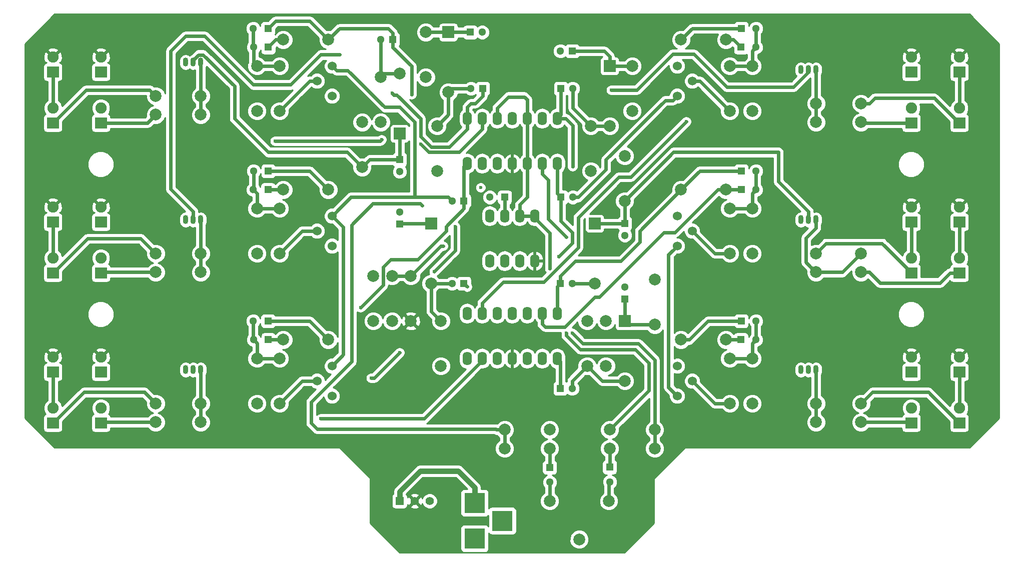
<source format=gbr>
G04 #@! TF.FileFunction,Copper,L1,Top,Signal*
%FSLAX46Y46*%
G04 Gerber Fmt 4.6, Leading zero omitted, Abs format (unit mm)*
G04 Created by KiCad (PCBNEW 4.0.3-stable) date 10/01/16 01:25:36*
%MOMM*%
%LPD*%
G01*
G04 APERTURE LIST*
%ADD10C,0.100000*%
%ADD11C,1.998980*%
%ADD12O,1.600000X2.300000*%
%ADD13R,1.300000X1.300000*%
%ADD14C,1.300000*%
%ADD15R,3.500120X3.500120*%
%ADD16R,1.998980X1.998980*%
%ADD17R,2.000000X1.900000*%
%ADD18C,1.900000*%
%ADD19C,2.000000*%
%ADD20O,0.899160X1.501140*%
%ADD21C,1.524000*%
%ADD22R,1.397000X1.397000*%
%ADD23C,1.397000*%
%ADD24C,0.600000*%
%ADD25C,0.625000*%
%ADD26C,0.889000*%
%ADD27C,0.254000*%
G04 APERTURE END LIST*
D10*
D11*
X180137735Y-116711177D03*
X180137735Y-109091177D03*
D12*
X135687735Y-109091177D03*
X138227735Y-109091177D03*
X140767735Y-109091177D03*
X143307735Y-109091177D03*
X145847735Y-109091177D03*
X148387735Y-109091177D03*
X150927735Y-109091177D03*
X150927735Y-101471177D03*
X148387735Y-101471177D03*
X145847735Y-101471177D03*
X143307735Y-101471177D03*
X140767735Y-101471177D03*
X138227735Y-101471177D03*
X135687735Y-101471177D03*
D13*
X101992735Y-102741177D03*
D14*
X99492735Y-102741177D03*
D13*
X102032735Y-105916177D03*
D14*
X99532735Y-105916177D03*
D13*
X102032735Y-77341177D03*
D14*
X99532735Y-77341177D03*
D13*
X101992735Y-80516177D03*
D14*
X99492735Y-80516177D03*
D13*
X101992735Y-53211177D03*
D14*
X99492735Y-53211177D03*
D13*
X102032735Y-56386177D03*
D14*
X99532735Y-56386177D03*
D13*
X151562735Y-63371177D03*
D14*
X153562735Y-63371177D03*
D13*
X138322735Y-63371177D03*
D14*
X136322735Y-63371177D03*
D13*
X123082735Y-55116177D03*
D14*
X121082735Y-55116177D03*
D13*
X149657735Y-127546177D03*
D14*
X149657735Y-130046177D03*
D13*
X153467735Y-57021177D03*
D14*
X151467735Y-57021177D03*
D13*
X136227735Y-53846177D03*
D14*
X138227735Y-53846177D03*
D13*
X124257735Y-75436177D03*
D14*
X124257735Y-77436177D03*
D13*
X135147735Y-82421177D03*
D14*
X133147735Y-82421177D03*
D13*
X159817735Y-127506177D03*
D14*
X159817735Y-130006177D03*
D13*
X182082735Y-102741177D03*
D14*
X184582735Y-102741177D03*
D13*
X182042735Y-105916177D03*
D14*
X184542735Y-105916177D03*
D13*
X182082735Y-77341177D03*
D14*
X184582735Y-77341177D03*
D13*
X182082735Y-80516177D03*
D14*
X184582735Y-80516177D03*
D13*
X182082735Y-53211177D03*
D14*
X184582735Y-53211177D03*
D13*
X182042735Y-56386177D03*
D14*
X184542735Y-56386177D03*
D13*
X151467735Y-114171177D03*
D14*
X153467735Y-114171177D03*
D13*
X151467735Y-96391177D03*
D14*
X153467735Y-96391177D03*
D13*
X135147735Y-96391177D03*
D14*
X133147735Y-96391177D03*
D13*
X151562735Y-81786177D03*
D14*
X153562735Y-81786177D03*
D13*
X162357735Y-99026177D03*
D14*
X162357735Y-97026177D03*
D13*
X162357735Y-86231177D03*
D14*
X162357735Y-88231177D03*
D13*
X124257735Y-86326177D03*
D14*
X124257735Y-84326177D03*
D13*
X142037735Y-81786177D03*
D14*
X139537735Y-81786177D03*
D15*
X136957735Y-133571697D03*
X136957735Y-139571177D03*
X141656735Y-136571437D03*
D11*
X159817735Y-69721177D03*
D16*
X159817735Y-59561177D03*
D11*
X132512735Y-64006177D03*
D16*
X132512735Y-53846177D03*
D11*
X124255195Y-60831177D03*
D16*
X124255195Y-70991177D03*
D17*
X73711735Y-120013177D03*
D18*
X73711735Y-117473177D03*
D17*
X65583735Y-120013177D03*
D18*
X65583735Y-117473177D03*
D17*
X73711735Y-94613177D03*
D18*
X73711735Y-92073177D03*
D17*
X65583735Y-94613177D03*
D18*
X65583735Y-92073177D03*
D17*
X73711735Y-69213177D03*
D18*
X73711735Y-66673177D03*
D17*
X65583735Y-69213177D03*
D18*
X65583735Y-66673177D03*
D17*
X73711735Y-111377177D03*
D18*
X73711735Y-108837177D03*
D17*
X65583735Y-111377177D03*
D18*
X65583735Y-108837177D03*
D17*
X73711735Y-85977177D03*
D18*
X73711735Y-83437177D03*
D17*
X65583735Y-85977177D03*
D18*
X65583735Y-83437177D03*
D17*
X73711735Y-60577177D03*
D18*
X73711735Y-58037177D03*
D17*
X65583735Y-60577177D03*
D18*
X65583735Y-58037177D03*
D11*
X162357735Y-112901177D03*
D16*
X162357735Y-102741177D03*
D11*
X157280275Y-96391177D03*
D16*
X157280275Y-86231177D03*
D11*
X129594275Y-96391177D03*
D16*
X129594275Y-86231177D03*
D17*
X210871735Y-120013177D03*
D18*
X210871735Y-117473177D03*
D17*
X218999735Y-120013177D03*
D18*
X218999735Y-117473177D03*
D17*
X218999735Y-94613177D03*
D18*
X218999735Y-92073177D03*
D17*
X210871735Y-94613177D03*
D18*
X210871735Y-92073177D03*
D17*
X210871735Y-69213177D03*
D18*
X210871735Y-66673177D03*
D17*
X218999735Y-69213177D03*
D18*
X218999735Y-66673177D03*
D17*
X210871735Y-111377177D03*
D18*
X210871735Y-108837177D03*
D17*
X218999735Y-111377177D03*
D18*
X218999735Y-108837177D03*
D17*
X218999735Y-85977177D03*
D18*
X218999735Y-83437177D03*
D17*
X210871735Y-85977177D03*
D18*
X210871735Y-83437177D03*
D17*
X210871735Y-60577177D03*
D18*
X210871735Y-58037177D03*
D17*
X218999735Y-60577177D03*
D18*
X218999735Y-58037177D03*
D19*
X149657735Y-133221177D03*
X159657735Y-133221177D03*
X154657735Y-139721177D03*
D20*
X89332735Y-110996177D03*
X88062735Y-110996177D03*
X90602735Y-110996177D03*
X89332735Y-85596177D03*
X88062735Y-85596177D03*
X90602735Y-85596177D03*
X89332735Y-58926177D03*
X88062735Y-58926177D03*
X90602735Y-58926177D03*
X193472735Y-110996177D03*
X192202735Y-110996177D03*
X194742735Y-110996177D03*
X193472735Y-85596177D03*
X192202735Y-85596177D03*
X194742735Y-85596177D03*
X193472735Y-60196177D03*
X192202735Y-60196177D03*
X194742735Y-60196177D03*
D11*
X103937735Y-116711177D03*
X103937735Y-109091177D03*
X103937735Y-91311177D03*
X103937735Y-83691177D03*
X103937735Y-67181177D03*
X103937735Y-59561177D03*
X100127735Y-116711177D03*
X100127735Y-109091177D03*
X100127735Y-91311177D03*
X100127735Y-83691177D03*
X100127735Y-67181177D03*
X100127735Y-59561177D03*
X104572735Y-105916177D03*
X112192735Y-105916177D03*
X104572735Y-80516177D03*
X112192735Y-80516177D03*
X104572735Y-55116177D03*
X112192735Y-55116177D03*
X156642735Y-77341177D03*
X156642735Y-69721177D03*
X130607735Y-77341177D03*
X130607735Y-69721177D03*
X121082735Y-69086177D03*
X121082735Y-61466177D03*
X149657735Y-124331177D03*
X142037735Y-124331177D03*
X163627735Y-67181177D03*
X163627735Y-59561177D03*
X128702735Y-61466177D03*
X128702735Y-53846177D03*
X117907735Y-69086177D03*
X117907735Y-76706177D03*
X142037735Y-121156177D03*
X149657735Y-121156177D03*
X82982735Y-119886177D03*
X90602735Y-119886177D03*
X82982735Y-116711177D03*
X90602735Y-116711177D03*
X82982735Y-94486177D03*
X90602735Y-94486177D03*
X82982735Y-91311177D03*
X90602735Y-91311177D03*
X82982735Y-67816177D03*
X90602735Y-67816177D03*
X82982735Y-64641177D03*
X90602735Y-64641177D03*
X180137735Y-91311177D03*
X180137735Y-83691177D03*
X180137735Y-67181177D03*
X180137735Y-59561177D03*
X183947735Y-116711177D03*
X183947735Y-109091177D03*
X183947735Y-91311177D03*
X183947735Y-83691177D03*
X183947735Y-67181177D03*
X183947735Y-59561177D03*
X159817735Y-124331177D03*
X167437735Y-124331177D03*
X179502735Y-105916177D03*
X171882735Y-105916177D03*
X179502735Y-80516177D03*
X171882735Y-80516177D03*
X179502735Y-55116177D03*
X171882735Y-55116177D03*
X167437735Y-121156177D03*
X159817735Y-121156177D03*
X156007735Y-102741177D03*
X156007735Y-110361177D03*
X159182735Y-110361177D03*
X159182735Y-102741177D03*
X131242735Y-110361177D03*
X131242735Y-102741177D03*
X167437735Y-95756177D03*
X167437735Y-103376177D03*
X162357735Y-74801177D03*
X162357735Y-82421177D03*
X119812735Y-102741177D03*
X119812735Y-95121177D03*
X126162735Y-102741177D03*
X126162735Y-95121177D03*
X122987735Y-95121177D03*
X122987735Y-102741177D03*
X202362735Y-119886177D03*
X194742735Y-119886177D03*
X202362735Y-116711177D03*
X194742735Y-116711177D03*
X202362735Y-94486177D03*
X194742735Y-94486177D03*
X194742735Y-91311177D03*
X202362735Y-91311177D03*
X202362735Y-69086177D03*
X194742735Y-69086177D03*
X202362735Y-65911177D03*
X194742735Y-65911177D03*
D21*
X110287735Y-112901177D03*
X112827735Y-115441177D03*
X112827735Y-110361177D03*
X110287735Y-87501177D03*
X112827735Y-90041177D03*
X112827735Y-84961177D03*
X110287735Y-62101177D03*
X112827735Y-64641177D03*
X112827735Y-59561177D03*
X173787735Y-112901177D03*
X171247735Y-110361177D03*
X171247735Y-115441177D03*
X173787735Y-87501177D03*
X171247735Y-84961177D03*
X171247735Y-90041177D03*
X173787735Y-62101177D03*
X171247735Y-59561177D03*
X171247735Y-64641177D03*
D22*
X124257735Y-133221177D03*
D23*
X126797735Y-133221177D03*
X129337735Y-133221177D03*
D12*
X135687735Y-76071177D03*
X138227735Y-76071177D03*
X140767735Y-76071177D03*
X143307735Y-76071177D03*
X145847735Y-76071177D03*
X148387735Y-76071177D03*
X150927735Y-76071177D03*
X150927735Y-68451177D03*
X148387735Y-68451177D03*
X145847735Y-68451177D03*
X143307735Y-68451177D03*
X140767735Y-68451177D03*
X138227735Y-68451177D03*
X135687735Y-68451177D03*
X147117735Y-84961177D03*
X144577735Y-84961177D03*
X142037735Y-84961177D03*
X139497735Y-84961177D03*
X139497735Y-92581177D03*
X142037735Y-92581177D03*
X144577735Y-92581177D03*
X147117735Y-92581177D03*
D24*
X133655735Y-86739177D03*
X137973735Y-80135177D03*
X153530745Y-76579177D03*
X130099735Y-94359177D03*
X124257735Y-108075177D03*
X119431735Y-112393177D03*
X121209735Y-72007177D03*
X103175735Y-72261177D03*
X122987735Y-64133177D03*
X127813735Y-72769177D03*
X126289735Y-64387177D03*
X110922735Y-119251177D03*
X114097735Y-57656177D03*
X117653735Y-100455177D03*
X172771735Y-68959177D03*
X152451735Y-104773177D03*
X151181735Y-91819177D03*
X159182735Y-77085415D03*
X160071735Y-63625177D03*
X131623735Y-90041177D03*
X128067735Y-83183177D03*
X153467735Y-104773177D03*
X152451735Y-88517177D03*
X149657735Y-93851177D03*
D25*
X130099735Y-94359177D02*
X133655735Y-90803177D01*
X133655735Y-90803177D02*
X133655735Y-86739177D01*
X153530745Y-76579177D02*
X153530745Y-69629187D01*
X153530745Y-69629187D02*
X152352735Y-68451177D01*
X152352735Y-68451177D02*
X150927735Y-68451177D01*
X119431735Y-112393177D02*
X119939735Y-112393177D01*
X119939735Y-112393177D02*
X124257735Y-108075177D01*
X112192735Y-105916177D02*
X109017735Y-102741177D01*
X109017735Y-102741177D02*
X101992735Y-102741177D01*
X151562735Y-63371177D02*
X151562735Y-67816177D01*
X151562735Y-67816177D02*
X150927735Y-68451177D01*
X103937735Y-109091177D02*
X100127735Y-109091177D01*
X100127735Y-109091177D02*
X100127735Y-106511177D01*
X100127735Y-106511177D02*
X99532735Y-105916177D01*
X99492735Y-102741177D02*
X99492735Y-105876177D01*
X99492735Y-105876177D02*
X99532735Y-105916177D01*
X103175735Y-72261177D02*
X120955735Y-72261177D01*
X120955735Y-72261177D02*
X121209735Y-72007177D01*
X102032735Y-105916177D02*
X104572735Y-105916177D01*
X135687735Y-68451177D02*
X135687735Y-70226177D01*
X135687735Y-70226177D02*
X132636735Y-73277177D01*
X127813735Y-68451177D02*
X123795734Y-64433176D01*
X132636735Y-73277177D02*
X129591735Y-73277177D01*
X129591735Y-73277177D02*
X127813735Y-71499177D01*
X127813735Y-71499177D02*
X127813735Y-68451177D01*
X123795734Y-64433176D02*
X123287734Y-64433176D01*
X123287734Y-64433176D02*
X122987735Y-64133177D01*
X135687735Y-68801177D02*
X135687735Y-68451177D01*
X112192735Y-80516177D02*
X109017735Y-77341177D01*
X109017735Y-77341177D02*
X102032735Y-77341177D01*
X136322735Y-65911177D02*
X135687735Y-66546177D01*
X135687735Y-66546177D02*
X135687735Y-68451177D01*
X137057735Y-65911177D02*
X136322735Y-65911177D01*
X138322735Y-63371177D02*
X138322735Y-64646177D01*
X138322735Y-64646177D02*
X137057735Y-65911177D01*
X103937735Y-83691177D02*
X100127735Y-83691177D01*
X100127735Y-83691177D02*
X100127735Y-81151177D01*
X100127735Y-81151177D02*
X99492735Y-80516177D01*
X99532735Y-77341177D02*
X99532735Y-80476177D01*
X99532735Y-80476177D02*
X99492735Y-80516177D01*
X138227735Y-68451177D02*
X138227735Y-70226177D01*
X138227735Y-70226177D02*
X134351725Y-74102187D01*
X134351725Y-74102187D02*
X129146745Y-74102187D01*
X129146745Y-74102187D02*
X127813735Y-72769177D01*
X101992735Y-80516177D02*
X104572735Y-80516177D01*
X126289735Y-59598177D02*
X126289735Y-64387177D01*
X123082735Y-55116177D02*
X123082735Y-56391177D01*
X123082735Y-56391177D02*
X126289735Y-59598177D01*
X112192735Y-55116177D02*
X109017735Y-51941177D01*
X109017735Y-51941177D02*
X103302735Y-51941177D01*
X103302735Y-51941177D02*
X102032735Y-53211177D01*
X102032735Y-53211177D02*
X101992735Y-53211177D01*
X122352735Y-53211177D02*
X114097735Y-53211177D01*
X114097735Y-53211177D02*
X112192735Y-55116177D01*
X123082735Y-53941177D02*
X122352735Y-53211177D01*
X123082735Y-55116177D02*
X123082735Y-53941177D01*
X103937735Y-59561177D02*
X100127735Y-59561177D01*
X99532735Y-56386177D02*
X99532735Y-58966177D01*
X99532735Y-58966177D02*
X100127735Y-59561177D01*
X99492735Y-53211177D02*
X99492735Y-56346177D01*
X99492735Y-56346177D02*
X99532735Y-56386177D01*
X138227735Y-109091177D02*
X138227735Y-109441177D01*
X138227735Y-109441177D02*
X128417735Y-119251177D01*
X128417735Y-119251177D02*
X110922735Y-119251177D01*
X104572735Y-55116177D02*
X103302735Y-55116177D01*
X103302735Y-55116177D02*
X102032735Y-56386177D01*
X159817735Y-69721177D02*
X156642735Y-69721177D01*
X153562735Y-63371177D02*
X153562735Y-66641177D01*
X153562735Y-66641177D02*
X156642735Y-69721177D01*
X130607735Y-69721177D02*
X132512735Y-67816177D01*
X132512735Y-67816177D02*
X132512735Y-64006177D01*
X136322735Y-63371177D02*
X133147735Y-63371177D01*
X133147735Y-63371177D02*
X132512735Y-64006177D01*
X124255195Y-60831177D02*
X121717735Y-60831177D01*
X121717735Y-60831177D02*
X121082735Y-61466177D01*
X121082735Y-55116177D02*
X121082735Y-61466177D01*
X149657735Y-127546177D02*
X149657735Y-124331177D01*
X149657735Y-133221177D02*
X149657735Y-130046177D01*
X163627735Y-59561177D02*
X159817735Y-59561177D01*
X153467735Y-57021177D02*
X158902225Y-57021177D01*
X158902225Y-57021177D02*
X159817735Y-57936687D01*
X159817735Y-57936687D02*
X159817735Y-59561177D01*
X89332735Y-85596177D02*
X89332735Y-84220607D01*
X89332735Y-84220607D02*
X85522735Y-80410607D01*
X85522735Y-80410607D02*
X85522735Y-57021177D01*
X85522735Y-57021177D02*
X88062735Y-54481177D01*
X88062735Y-54481177D02*
X91237735Y-54481177D01*
X91237735Y-54481177D02*
X99492735Y-62736177D01*
X99492735Y-62736177D02*
X105842735Y-62736177D01*
X105842735Y-62736177D02*
X110922735Y-57656177D01*
X110922735Y-57656177D02*
X114097735Y-57656177D01*
X136227735Y-53846177D02*
X132512735Y-53846177D01*
X128702735Y-53846177D02*
X132512735Y-53846177D01*
X124255195Y-70991177D02*
X124255195Y-75433637D01*
X124255195Y-75433637D02*
X124257735Y-75436177D01*
X119177735Y-75436177D02*
X124257735Y-75436177D01*
X117907735Y-76706177D02*
X119177735Y-75436177D01*
X89332735Y-58926177D02*
X89332735Y-58534587D01*
X89332735Y-58534587D02*
X90204225Y-57663097D01*
X90204225Y-57663097D02*
X91001245Y-57663097D01*
X91001245Y-57663097D02*
X96317735Y-62979587D01*
X96317735Y-62979587D02*
X96317735Y-68451177D01*
X96317735Y-68451177D02*
X102032735Y-74166177D01*
X102032735Y-74166177D02*
X115367735Y-74166177D01*
X115367735Y-74166177D02*
X117907735Y-76706177D01*
X121463735Y-96391177D02*
X121463735Y-96645177D01*
X121463735Y-96645177D02*
X117653735Y-100455177D01*
X121463735Y-93597177D02*
X121463735Y-96391177D01*
X122733735Y-92327177D02*
X121463735Y-93597177D01*
X127305735Y-92327177D02*
X122733735Y-92327177D01*
X127559735Y-92073177D02*
X127305735Y-92327177D01*
X132131735Y-87501177D02*
X127559735Y-92073177D01*
X132131735Y-86712177D02*
X132131735Y-87501177D01*
X135147735Y-82421177D02*
X135147735Y-83696177D01*
X135147735Y-83696177D02*
X132131735Y-86712177D01*
X135147735Y-82421177D02*
X135147735Y-76611177D01*
X135147735Y-76611177D02*
X135687735Y-76071177D01*
X132497736Y-81771178D02*
X126797735Y-81771178D01*
X126797735Y-81771178D02*
X116017734Y-81771178D01*
X126797735Y-69086177D02*
X126797735Y-81771178D01*
X124257735Y-66546177D02*
X126797735Y-69086177D01*
X121717735Y-66546177D02*
X124257735Y-66546177D01*
X115494734Y-60323176D02*
X121717735Y-66546177D01*
X112827735Y-59561177D02*
X113589734Y-60323176D01*
X113589734Y-60323176D02*
X115494734Y-60323176D01*
X112827735Y-110361177D02*
X114732735Y-108456177D01*
X114732735Y-108456177D02*
X114732735Y-86866177D01*
X114732735Y-86866177D02*
X112827735Y-84961177D01*
X133147735Y-82421177D02*
X132497736Y-81771178D01*
X116017734Y-81771178D02*
X113589734Y-84199178D01*
X113589734Y-84199178D02*
X112827735Y-84961177D01*
X159817735Y-127506177D02*
X159817735Y-124331177D01*
X159657735Y-133221177D02*
X159657735Y-130166177D01*
X159657735Y-130166177D02*
X159817735Y-130006177D01*
X171882735Y-105916177D02*
X173296227Y-105916177D01*
X173296227Y-105916177D02*
X176471227Y-102741177D01*
X176471227Y-102741177D02*
X180807735Y-102741177D01*
X180807735Y-102741177D02*
X182082735Y-102741177D01*
X151467735Y-114171177D02*
X151467735Y-109631177D01*
X151467735Y-109631177D02*
X150927735Y-109091177D01*
X183947735Y-109091177D02*
X180137735Y-109091177D01*
X183947735Y-109091177D02*
X183947735Y-106511177D01*
X183947735Y-106511177D02*
X184542735Y-105916177D01*
X184582735Y-102741177D02*
X184582735Y-105876177D01*
X184582735Y-105876177D02*
X184542735Y-105916177D01*
X179502735Y-105916177D02*
X182042735Y-105916177D01*
X161722735Y-92581177D02*
X154002735Y-92581177D01*
X154002735Y-92581177D02*
X151467735Y-95116177D01*
X151467735Y-95116177D02*
X151467735Y-96391177D01*
X164897735Y-89406177D02*
X161722735Y-92581177D01*
X164897735Y-87501177D02*
X164897735Y-89406177D01*
X171882735Y-80516177D02*
X164897735Y-87501177D01*
X182082735Y-77341177D02*
X175057735Y-77341177D01*
X175057735Y-77341177D02*
X171882735Y-80516177D01*
X150927735Y-101471177D02*
X150927735Y-96931177D01*
X150927735Y-96931177D02*
X151467735Y-96391177D01*
X183947735Y-83691177D02*
X180137735Y-83691177D01*
X184582735Y-77341177D02*
X184582735Y-80516177D01*
X183947735Y-83691177D02*
X183947735Y-81151177D01*
X183947735Y-81151177D02*
X184582735Y-80516177D01*
X148387735Y-101471177D02*
X148387735Y-103246177D01*
X148387735Y-103246177D02*
X148898735Y-103757177D01*
X148898735Y-103757177D02*
X152197735Y-103757177D01*
X152197735Y-103757177D02*
X157277735Y-98677177D01*
X168961735Y-87755177D02*
X170850243Y-87755177D01*
X157277735Y-98677177D02*
X158039735Y-98677177D01*
X158039735Y-98677177D02*
X168961735Y-87755177D01*
X170850243Y-87755177D02*
X178089243Y-80516177D01*
X178089243Y-80516177D02*
X179502735Y-80516177D01*
X179502735Y-80516177D02*
X182082735Y-80516177D01*
X135687735Y-96931177D02*
X135147735Y-96391177D01*
X182082735Y-53211177D02*
X173787735Y-53211177D01*
X173787735Y-53211177D02*
X171882735Y-55116177D01*
X184582735Y-53211177D02*
X184582735Y-56346177D01*
X184582735Y-56346177D02*
X184542735Y-56386177D01*
X180137735Y-59561177D02*
X183947735Y-59561177D01*
X183947735Y-59561177D02*
X183947735Y-56981177D01*
X183947735Y-56981177D02*
X184542735Y-56386177D01*
X163373735Y-78357177D02*
X172771735Y-68959177D01*
X163119735Y-78357177D02*
X163373735Y-78357177D01*
X161341735Y-78357177D02*
X163119735Y-78357177D01*
X154483735Y-85215177D02*
X161341735Y-78357177D01*
X154483735Y-90295177D02*
X154483735Y-85215177D01*
X152197735Y-92581177D02*
X154483735Y-90295177D01*
X148641735Y-96137177D02*
X152197735Y-92581177D01*
X141786735Y-96137177D02*
X148641735Y-96137177D01*
X138227735Y-101471177D02*
X138227735Y-99696177D01*
X138227735Y-99696177D02*
X141786735Y-96137177D01*
X179502735Y-55116177D02*
X180772735Y-55116177D01*
X180772735Y-55116177D02*
X182042735Y-56386177D01*
X162357735Y-112901177D02*
X158547735Y-112901177D01*
X158547735Y-112901177D02*
X156007735Y-110361177D01*
X153467735Y-114171177D02*
X153467735Y-112901177D01*
X153467735Y-112901177D02*
X156007735Y-110361177D01*
X153467735Y-96391177D02*
X157280275Y-96391177D01*
X133147735Y-96391177D02*
X129594275Y-96391177D01*
X129594275Y-96391177D02*
X129594275Y-101092717D01*
X129594275Y-101092717D02*
X131242735Y-102741177D01*
X166421735Y-109853177D02*
X166421735Y-114552177D01*
X166421735Y-114552177D02*
X159817735Y-121156177D01*
X164135735Y-107567177D02*
X166421735Y-109853177D01*
X154821471Y-107567177D02*
X164135735Y-107567177D01*
X152451735Y-104773177D02*
X152451735Y-105197441D01*
X152451735Y-105197441D02*
X154821471Y-107567177D01*
X153467735Y-89533177D02*
X151181735Y-91819177D01*
X153467735Y-87755177D02*
X153467735Y-89533177D01*
X151562735Y-85850177D02*
X153467735Y-87755177D01*
X151562735Y-81786177D02*
X151562735Y-85850177D01*
X150927735Y-76071177D02*
X150927735Y-81151177D01*
X150927735Y-81151177D02*
X151562735Y-81786177D01*
X159182735Y-75436177D02*
X159182735Y-77085415D01*
X159182735Y-77085415D02*
X154481973Y-81786177D01*
X154481973Y-81786177D02*
X153562735Y-81786177D01*
X169215736Y-65403176D02*
X159182735Y-75436177D01*
X171247735Y-64641177D02*
X170485736Y-65403176D01*
X170485736Y-65403176D02*
X169215736Y-65403176D01*
X171247735Y-115441177D02*
X169773234Y-113966676D01*
X169773234Y-113966676D02*
X169773234Y-91515678D01*
X169773234Y-91515678D02*
X170485736Y-90803176D01*
X170485736Y-90803176D02*
X171247735Y-90041177D01*
X167437735Y-103376177D02*
X162992735Y-103376177D01*
X162992735Y-103376177D02*
X162357735Y-102741177D01*
X162357735Y-99026177D02*
X162357735Y-102741177D01*
X162357735Y-82421177D02*
X162357735Y-86231177D01*
X162357735Y-86231177D02*
X157280275Y-86231177D01*
X188392735Y-74166177D02*
X170612735Y-74166177D01*
X170612735Y-74166177D02*
X162357735Y-82421177D01*
X188392735Y-79140607D02*
X188392735Y-74166177D01*
X193472735Y-85596177D02*
X193472735Y-84220607D01*
X193472735Y-84220607D02*
X188392735Y-79140607D01*
X129594275Y-86231177D02*
X124352735Y-86231177D01*
X124352735Y-86231177D02*
X124257735Y-86326177D01*
X164897735Y-63117177D02*
X164389735Y-63625177D01*
X164389735Y-63625177D02*
X160071735Y-63625177D01*
X170485735Y-57529177D02*
X164897735Y-63117177D01*
X174041735Y-57529177D02*
X170485735Y-57529177D01*
X179629735Y-63117177D02*
X174041735Y-57529177D01*
X180137735Y-63117177D02*
X179629735Y-63117177D01*
X190943325Y-63117177D02*
X180137735Y-63117177D01*
X193472735Y-60196177D02*
X193472735Y-60587767D01*
X193472735Y-60587767D02*
X190943325Y-63117177D01*
X126162735Y-95121177D02*
X131242735Y-90041177D01*
X131242735Y-90041177D02*
X131623735Y-90041177D01*
X142037735Y-84961177D02*
X142037735Y-81786177D01*
X122987735Y-95121177D02*
X126162735Y-95121177D01*
D26*
X134166275Y-128141177D02*
X127750235Y-128141177D01*
X127750235Y-128141177D02*
X124257735Y-131633677D01*
X124257735Y-131633677D02*
X124257735Y-133221177D01*
X136957735Y-133571697D02*
X136957735Y-130932637D01*
X136957735Y-130932637D02*
X134166275Y-128141177D01*
D25*
X82982735Y-119886177D02*
X73838735Y-119886177D01*
X73838735Y-119886177D02*
X73711735Y-120013177D01*
X82982735Y-116711177D02*
X81077735Y-114806177D01*
X81077735Y-114806177D02*
X70840735Y-114806177D01*
X70840735Y-114806177D02*
X65633735Y-120013177D01*
X65633735Y-120013177D02*
X65583735Y-120013177D01*
X65583735Y-111377177D02*
X65583735Y-117473177D01*
X82982735Y-94486177D02*
X73838735Y-94486177D01*
X73838735Y-94486177D02*
X73711735Y-94613177D01*
X82982735Y-91311177D02*
X80442735Y-88771177D01*
X80442735Y-88771177D02*
X71475735Y-88771177D01*
X71475735Y-88771177D02*
X65633735Y-94613177D01*
X65633735Y-94613177D02*
X65583735Y-94613177D01*
X65583735Y-85977177D02*
X65583735Y-92073177D01*
X73711735Y-69213177D02*
X81585735Y-69213177D01*
X81585735Y-69213177D02*
X82982735Y-67816177D01*
X73838735Y-69086177D02*
X73711735Y-69213177D01*
X82982735Y-64641177D02*
X81983246Y-63641688D01*
X81983246Y-63641688D02*
X71205224Y-63641688D01*
X71205224Y-63641688D02*
X65633735Y-69213177D01*
X65633735Y-69213177D02*
X65583735Y-69213177D01*
X65583735Y-60577177D02*
X65583735Y-66673177D01*
X202362735Y-119886177D02*
X210744735Y-119886177D01*
X210744735Y-119886177D02*
X210871735Y-120013177D01*
X202362735Y-116711177D02*
X204267735Y-114806177D01*
X204267735Y-114806177D02*
X213742735Y-114806177D01*
X213742735Y-114806177D02*
X218949735Y-120013177D01*
X218949735Y-120013177D02*
X218999735Y-120013177D01*
X218999735Y-111377177D02*
X218999735Y-117473177D01*
X202362735Y-94486177D02*
X203776227Y-94486177D01*
X203776227Y-94486177D02*
X205565728Y-96275678D01*
X205565728Y-96275678D02*
X215712234Y-96275678D01*
X215712234Y-96275678D02*
X217374735Y-94613177D01*
X217374735Y-94613177D02*
X218999735Y-94613177D01*
X218999735Y-85977177D02*
X218999735Y-92073177D01*
X210871735Y-94613177D02*
X210871735Y-94533679D01*
X205937242Y-89599186D02*
X196454726Y-89599186D01*
X210871735Y-94533679D02*
X205937242Y-89599186D01*
X196454726Y-89599186D02*
X195742224Y-90311688D01*
X195742224Y-90311688D02*
X194742735Y-91311177D01*
X210871735Y-85977177D02*
X210871735Y-92073177D01*
X210871735Y-69213177D02*
X202489735Y-69213177D01*
X202489735Y-69213177D02*
X202362735Y-69086177D01*
X202362735Y-65911177D02*
X203776227Y-65911177D01*
X203776227Y-65911177D02*
X204676728Y-65010676D01*
X204676728Y-65010676D02*
X214747234Y-65010676D01*
X214747234Y-65010676D02*
X218949735Y-69213177D01*
X218949735Y-69213177D02*
X218999735Y-69213177D01*
X218999735Y-60577177D02*
X218999735Y-66673177D01*
X90602735Y-110996177D02*
X90602735Y-116711177D01*
X90602735Y-119886177D02*
X90602735Y-116711177D01*
X90602735Y-94486177D02*
X90602735Y-91311177D01*
X90602735Y-85596177D02*
X90602735Y-91311177D01*
X90602735Y-67816177D02*
X90602735Y-64641177D01*
X90602735Y-58926177D02*
X90602735Y-64641177D01*
X194742735Y-119886177D02*
X194742735Y-116711177D01*
X194742735Y-110996177D02*
X194742735Y-116711177D01*
X194742735Y-94486177D02*
X199187735Y-94486177D01*
X199187735Y-94486177D02*
X202362735Y-91311177D01*
X194742735Y-85596177D02*
X194742735Y-86971747D01*
X194742735Y-86971747D02*
X193030744Y-88683738D01*
X193030744Y-88683738D02*
X193030744Y-92774186D01*
X193030744Y-92774186D02*
X193743246Y-93486688D01*
X193743246Y-93486688D02*
X194742735Y-94486177D01*
X194742735Y-69086177D02*
X194742735Y-65911177D01*
X194742735Y-65911177D02*
X194742735Y-60196177D01*
X110287735Y-112901177D02*
X107747735Y-112901177D01*
X107747735Y-112901177D02*
X103937735Y-116711177D01*
X110287735Y-87501177D02*
X107747735Y-87501177D01*
X107747735Y-87501177D02*
X103937735Y-91311177D01*
X110287735Y-62101177D02*
X109017735Y-62101177D01*
X109017735Y-62101177D02*
X103937735Y-67181177D01*
X142037735Y-124331177D02*
X142037735Y-121156177D01*
X128067735Y-83183177D02*
X127767736Y-82883178D01*
X127767736Y-82883178D02*
X119731734Y-82883178D01*
X110287735Y-121029177D02*
X140497243Y-121029177D01*
X119731734Y-82883178D02*
X116129735Y-86485177D01*
X116129735Y-86485177D02*
X116129735Y-109599177D01*
X109271735Y-116457177D02*
X109271735Y-120013177D01*
X116129735Y-109599177D02*
X109271735Y-116457177D01*
X109271735Y-120013177D02*
X110287735Y-121029177D01*
X140497243Y-121029177D02*
X140624243Y-121156177D01*
X140624243Y-121156177D02*
X142037735Y-121156177D01*
X173787735Y-112901177D02*
X177597735Y-116711177D01*
X177597735Y-116711177D02*
X180137735Y-116711177D01*
X173787735Y-87501177D02*
X177597735Y-91311177D01*
X177597735Y-91311177D02*
X180137735Y-91311177D01*
X180137735Y-67181177D02*
X175057735Y-62101177D01*
X175057735Y-62101177D02*
X173787735Y-62101177D01*
X167437735Y-124331177D02*
X167437735Y-121156177D01*
X164643735Y-106551177D02*
X155245735Y-106551177D01*
X155245735Y-106551177D02*
X153467735Y-104773177D01*
X167437735Y-121156177D02*
X167437735Y-109345177D01*
X167437735Y-109345177D02*
X164643735Y-106551177D01*
X149403735Y-84199177D02*
X149403735Y-85469177D01*
X149403735Y-85469177D02*
X152451735Y-88517177D01*
X149403735Y-78862177D02*
X149403735Y-84199177D01*
X148387735Y-76071177D02*
X148387735Y-77846177D01*
X148387735Y-77846177D02*
X149403735Y-78862177D01*
X147117735Y-84961177D02*
X147117735Y-85311177D01*
X147117735Y-85311177D02*
X149657735Y-87851177D01*
X149657735Y-87851177D02*
X149657735Y-93851177D01*
X145342735Y-64771177D02*
X145847735Y-65276177D01*
X145847735Y-65276177D02*
X145847735Y-68451177D01*
X142672735Y-64771177D02*
X145342735Y-64771177D01*
X140767735Y-68451177D02*
X140767735Y-66676177D01*
X140767735Y-66676177D02*
X142672735Y-64771177D01*
X145847735Y-76071177D02*
X145847735Y-74296177D01*
X145847735Y-74296177D02*
X145847735Y-68451177D01*
X144577735Y-83056177D02*
X144577735Y-84961177D01*
X145847735Y-81786177D02*
X144577735Y-83056177D01*
X145847735Y-76071177D02*
X145847735Y-81786177D01*
X147117735Y-84961177D02*
X144577735Y-84961177D01*
D27*
G36*
X225730735Y-55803783D02*
X225730735Y-119198571D01*
X220725129Y-124204177D01*
X172517735Y-124204177D01*
X172468325Y-124214183D01*
X172427932Y-124241374D01*
X167347932Y-129321374D01*
X167320069Y-129363388D01*
X167310735Y-129411177D01*
X167310735Y-136978571D01*
X162305129Y-141984177D01*
X124310341Y-141984177D01*
X119304735Y-136978571D01*
X119304735Y-132522677D01*
X122911795Y-132522677D01*
X122911795Y-133919677D01*
X122956073Y-134154994D01*
X123095145Y-134371118D01*
X123307345Y-134516108D01*
X123559235Y-134567117D01*
X124956235Y-134567117D01*
X125191552Y-134522839D01*
X125407676Y-134383767D01*
X125552666Y-134171567D01*
X125555946Y-134155365D01*
X126043152Y-134155365D01*
X126104806Y-134390977D01*
X126605215Y-134567104D01*
X127134934Y-134538325D01*
X127490664Y-134390977D01*
X127552318Y-134155365D01*
X126797735Y-133400782D01*
X126043152Y-134155365D01*
X125555946Y-134155365D01*
X125603675Y-133919677D01*
X125603675Y-133855537D01*
X125627935Y-133914106D01*
X125863547Y-133975760D01*
X126618130Y-133221177D01*
X126977340Y-133221177D01*
X127731923Y-133975760D01*
X127967535Y-133914106D01*
X128065818Y-133634865D01*
X128206589Y-133975557D01*
X128581382Y-134351004D01*
X129071322Y-134554445D01*
X129601821Y-134554908D01*
X130092115Y-134352323D01*
X130467562Y-133977530D01*
X130671003Y-133487590D01*
X130671466Y-132957091D01*
X130468881Y-132466797D01*
X130094088Y-132091350D01*
X129604148Y-131887909D01*
X129073649Y-131887446D01*
X128583355Y-132090031D01*
X128207908Y-132464824D01*
X128074421Y-132786295D01*
X127967535Y-132528248D01*
X127731923Y-132466594D01*
X126977340Y-133221177D01*
X126618130Y-133221177D01*
X125863547Y-132466594D01*
X125627935Y-132528248D01*
X125603675Y-132597175D01*
X125603675Y-132522677D01*
X125559397Y-132287360D01*
X125559159Y-132286989D01*
X126043152Y-132286989D01*
X126797735Y-133041572D01*
X127552318Y-132286989D01*
X127490664Y-132051377D01*
X126990255Y-131875250D01*
X126460536Y-131904029D01*
X126104806Y-132051377D01*
X126043152Y-132286989D01*
X125559159Y-132286989D01*
X125420325Y-132071236D01*
X125376657Y-132041399D01*
X128197379Y-129220677D01*
X133719131Y-129220677D01*
X135672652Y-131174197D01*
X135207675Y-131174197D01*
X134972358Y-131218475D01*
X134756234Y-131357547D01*
X134611244Y-131569747D01*
X134560235Y-131821637D01*
X134560235Y-135321757D01*
X134604513Y-135557074D01*
X134743585Y-135773198D01*
X134955785Y-135918188D01*
X135207675Y-135969197D01*
X138707795Y-135969197D01*
X138943112Y-135924919D01*
X139159236Y-135785847D01*
X139259235Y-135639494D01*
X139259235Y-137505422D01*
X139171885Y-137369676D01*
X138959685Y-137224686D01*
X138707795Y-137173677D01*
X135207675Y-137173677D01*
X134972358Y-137217955D01*
X134756234Y-137357027D01*
X134611244Y-137569227D01*
X134560235Y-137821117D01*
X134560235Y-141321237D01*
X134604513Y-141556554D01*
X134743585Y-141772678D01*
X134955785Y-141917668D01*
X135207675Y-141968677D01*
X138707795Y-141968677D01*
X138943112Y-141924399D01*
X139159236Y-141785327D01*
X139304226Y-141573127D01*
X139355235Y-141321237D01*
X139355235Y-140044972D01*
X153022451Y-140044972D01*
X153270841Y-140646120D01*
X153730372Y-141106455D01*
X154331087Y-141355893D01*
X154981530Y-141356461D01*
X155582678Y-141108071D01*
X156043013Y-140648540D01*
X156292451Y-140047825D01*
X156293019Y-139397382D01*
X156044629Y-138796234D01*
X155585098Y-138335899D01*
X154984383Y-138086461D01*
X154333940Y-138085893D01*
X153732792Y-138334283D01*
X153272457Y-138793814D01*
X153023019Y-139394529D01*
X153022451Y-140044972D01*
X139355235Y-140044972D01*
X139355235Y-138637192D01*
X139442585Y-138772938D01*
X139654785Y-138917928D01*
X139906675Y-138968937D01*
X143406795Y-138968937D01*
X143642112Y-138924659D01*
X143858236Y-138785587D01*
X144003226Y-138573387D01*
X144054235Y-138321497D01*
X144054235Y-134821377D01*
X144009957Y-134586060D01*
X143870885Y-134369936D01*
X143658685Y-134224946D01*
X143406795Y-134173937D01*
X139906675Y-134173937D01*
X139671358Y-134218215D01*
X139455234Y-134357287D01*
X139355235Y-134503640D01*
X139355235Y-133544972D01*
X148022451Y-133544972D01*
X148270841Y-134146120D01*
X148730372Y-134606455D01*
X149331087Y-134855893D01*
X149981530Y-134856461D01*
X150582678Y-134608071D01*
X151043013Y-134148540D01*
X151292451Y-133547825D01*
X151293019Y-132897382D01*
X151044629Y-132296234D01*
X150605235Y-131856071D01*
X150605235Y-130916010D01*
X150746470Y-130775022D01*
X150942512Y-130302901D01*
X150942958Y-129791696D01*
X150747740Y-129319234D01*
X150386580Y-128957442D01*
X150112459Y-128843617D01*
X150307735Y-128843617D01*
X150543052Y-128799339D01*
X150759176Y-128660267D01*
X150904166Y-128448067D01*
X150955175Y-128196177D01*
X150955175Y-126896177D01*
X150910897Y-126660860D01*
X150771825Y-126444736D01*
X150605235Y-126330910D01*
X150605235Y-125694834D01*
X151042581Y-125258250D01*
X151291941Y-124657724D01*
X151292509Y-124007483D01*
X151044197Y-123406522D01*
X150584808Y-122946331D01*
X150096303Y-122743486D01*
X150582390Y-122542639D01*
X151042581Y-122083250D01*
X151291941Y-121482724D01*
X151292509Y-120832483D01*
X151044197Y-120231522D01*
X150584808Y-119771331D01*
X149984282Y-119521971D01*
X149334041Y-119521403D01*
X148733080Y-119769715D01*
X148272889Y-120229104D01*
X148023529Y-120829630D01*
X148022961Y-121479871D01*
X148271273Y-122080832D01*
X148730662Y-122541023D01*
X149219167Y-122743868D01*
X148733080Y-122944715D01*
X148272889Y-123404104D01*
X148023529Y-124004630D01*
X148022961Y-124654871D01*
X148271273Y-125255832D01*
X148710235Y-125695560D01*
X148710235Y-126333029D01*
X148556294Y-126432087D01*
X148411304Y-126644287D01*
X148360295Y-126896177D01*
X148360295Y-128196177D01*
X148404573Y-128431494D01*
X148543645Y-128647618D01*
X148755845Y-128792608D01*
X149007735Y-128843617D01*
X149203195Y-128843617D01*
X148930792Y-128956172D01*
X148569000Y-129317332D01*
X148372958Y-129789453D01*
X148372512Y-130300658D01*
X148567730Y-130773120D01*
X148710235Y-130915874D01*
X148710235Y-131856801D01*
X148272457Y-132293814D01*
X148023019Y-132894529D01*
X148022451Y-133544972D01*
X139355235Y-133544972D01*
X139355235Y-131821637D01*
X139310957Y-131586320D01*
X139171885Y-131370196D01*
X138959685Y-131225206D01*
X138707795Y-131174197D01*
X138037235Y-131174197D01*
X138037235Y-130932642D01*
X138037236Y-130932637D01*
X137955063Y-130519531D01*
X137955063Y-130519530D01*
X137721057Y-130169315D01*
X137721054Y-130169313D01*
X134929597Y-127377855D01*
X134579382Y-127143849D01*
X134166275Y-127061677D01*
X127750235Y-127061677D01*
X127337128Y-127143849D01*
X126986913Y-127377855D01*
X123494413Y-130870355D01*
X123260407Y-131220570D01*
X123178235Y-131633677D01*
X123178235Y-132013259D01*
X123107794Y-132058587D01*
X122962804Y-132270787D01*
X122911795Y-132522677D01*
X119304735Y-132522677D01*
X119304735Y-129411177D01*
X119294729Y-129361767D01*
X119267538Y-129321374D01*
X114187538Y-124241374D01*
X114145524Y-124213511D01*
X114097735Y-124204177D01*
X65890341Y-124204177D01*
X60884735Y-119198571D01*
X60884735Y-110427177D01*
X63936295Y-110427177D01*
X63936295Y-112327177D01*
X63980573Y-112562494D01*
X64119645Y-112778618D01*
X64331845Y-112923608D01*
X64583735Y-112974617D01*
X64636235Y-112974617D01*
X64636235Y-116179450D01*
X64240821Y-116574174D01*
X63999011Y-117156518D01*
X63998460Y-117787070D01*
X64239254Y-118369834D01*
X64336764Y-118467514D01*
X64132294Y-118599087D01*
X63987304Y-118811287D01*
X63936295Y-119063177D01*
X63936295Y-120963177D01*
X63980573Y-121198494D01*
X64119645Y-121414618D01*
X64331845Y-121559608D01*
X64583735Y-121610617D01*
X66583735Y-121610617D01*
X66819052Y-121566339D01*
X67035176Y-121427267D01*
X67180166Y-121215067D01*
X67231175Y-120963177D01*
X67231175Y-119755705D01*
X71233203Y-115753677D01*
X80685267Y-115753677D01*
X81348501Y-116416911D01*
X81347961Y-117034871D01*
X81596273Y-117635832D01*
X82055662Y-118096023D01*
X82544167Y-118298868D01*
X82058080Y-118499715D01*
X81618352Y-118938677D01*
X75335749Y-118938677D01*
X75314897Y-118827860D01*
X75175825Y-118611736D01*
X74963625Y-118466746D01*
X74960543Y-118466122D01*
X75054649Y-118372180D01*
X75296459Y-117789836D01*
X75297010Y-117159284D01*
X75056216Y-116576520D01*
X74610738Y-116130263D01*
X74028394Y-115888453D01*
X73397842Y-115887902D01*
X72815078Y-116128696D01*
X72368821Y-116574174D01*
X72127011Y-117156518D01*
X72126460Y-117787070D01*
X72367254Y-118369834D01*
X72464764Y-118467514D01*
X72260294Y-118599087D01*
X72115304Y-118811287D01*
X72064295Y-119063177D01*
X72064295Y-120963177D01*
X72108573Y-121198494D01*
X72247645Y-121414618D01*
X72459845Y-121559608D01*
X72711735Y-121610617D01*
X74711735Y-121610617D01*
X74947052Y-121566339D01*
X75163176Y-121427267D01*
X75308166Y-121215067D01*
X75359175Y-120963177D01*
X75359175Y-120833677D01*
X81619078Y-120833677D01*
X82055662Y-121271023D01*
X82656188Y-121520383D01*
X83306429Y-121520951D01*
X83907390Y-121272639D01*
X84367581Y-120813250D01*
X84616941Y-120212724D01*
X84617509Y-119562483D01*
X84369197Y-118961522D01*
X83909808Y-118501331D01*
X83421303Y-118298486D01*
X83907390Y-118097639D01*
X84367581Y-117638250D01*
X84616941Y-117037724D01*
X84617509Y-116387483D01*
X84369197Y-115786522D01*
X83909808Y-115326331D01*
X83309282Y-115076971D01*
X82687954Y-115076428D01*
X81747719Y-114136193D01*
X81440328Y-113930801D01*
X81077735Y-113858677D01*
X70840735Y-113858677D01*
X70478142Y-113930801D01*
X70170751Y-114136193D01*
X67162768Y-117144176D01*
X66928216Y-116576520D01*
X66531235Y-116178845D01*
X66531235Y-112974617D01*
X66583735Y-112974617D01*
X66819052Y-112930339D01*
X67035176Y-112791267D01*
X67180166Y-112579067D01*
X67231175Y-112327177D01*
X67231175Y-110427177D01*
X72064295Y-110427177D01*
X72064295Y-112327177D01*
X72108573Y-112562494D01*
X72247645Y-112778618D01*
X72459845Y-112923608D01*
X72711735Y-112974617D01*
X74711735Y-112974617D01*
X74947052Y-112930339D01*
X75163176Y-112791267D01*
X75308166Y-112579067D01*
X75359175Y-112327177D01*
X75359175Y-110668042D01*
X86978155Y-110668042D01*
X86978155Y-111324312D01*
X87060714Y-111739363D01*
X87295821Y-112091226D01*
X87647684Y-112326333D01*
X88062735Y-112408892D01*
X88477786Y-112326333D01*
X88697735Y-112179368D01*
X88917684Y-112326333D01*
X89332735Y-112408892D01*
X89655235Y-112344743D01*
X89655235Y-115347520D01*
X89217889Y-115784104D01*
X88968529Y-116384630D01*
X88967961Y-117034871D01*
X89216273Y-117635832D01*
X89655235Y-118075560D01*
X89655235Y-118522520D01*
X89217889Y-118959104D01*
X88968529Y-119559630D01*
X88967961Y-120209871D01*
X89216273Y-120810832D01*
X89675662Y-121271023D01*
X90276188Y-121520383D01*
X90926429Y-121520951D01*
X91527390Y-121272639D01*
X91987581Y-120813250D01*
X92236941Y-120212724D01*
X92237509Y-119562483D01*
X91989197Y-118961522D01*
X91550235Y-118521794D01*
X91550235Y-118074834D01*
X91987581Y-117638250D01*
X92236941Y-117037724D01*
X92236943Y-117034871D01*
X98492961Y-117034871D01*
X98741273Y-117635832D01*
X99200662Y-118096023D01*
X99801188Y-118345383D01*
X100451429Y-118345951D01*
X101052390Y-118097639D01*
X101512581Y-117638250D01*
X101761941Y-117037724D01*
X101762509Y-116387483D01*
X101514197Y-115786522D01*
X101054808Y-115326331D01*
X100454282Y-115076971D01*
X99804041Y-115076403D01*
X99203080Y-115324715D01*
X98742889Y-115784104D01*
X98493529Y-116384630D01*
X98492961Y-117034871D01*
X92236943Y-117034871D01*
X92237509Y-116387483D01*
X91989197Y-115786522D01*
X91550235Y-115346794D01*
X91550235Y-111820960D01*
X91604756Y-111739363D01*
X91687315Y-111324312D01*
X91687315Y-110668042D01*
X91604756Y-110252991D01*
X91369649Y-109901128D01*
X91017786Y-109666021D01*
X90602735Y-109583462D01*
X90187684Y-109666021D01*
X89967735Y-109812986D01*
X89747786Y-109666021D01*
X89332735Y-109583462D01*
X88917684Y-109666021D01*
X88697735Y-109812986D01*
X88477786Y-109666021D01*
X88062735Y-109583462D01*
X87647684Y-109666021D01*
X87295821Y-109901128D01*
X87060714Y-110252991D01*
X86978155Y-110668042D01*
X75359175Y-110668042D01*
X75359175Y-110427177D01*
X75314897Y-110191860D01*
X75175825Y-109975736D01*
X74963625Y-109830746D01*
X74864925Y-109810759D01*
X74828087Y-109773921D01*
X75089754Y-109681385D01*
X75307923Y-109089779D01*
X75283087Y-108459716D01*
X75089754Y-107992969D01*
X74828085Y-107900432D01*
X73891340Y-108837177D01*
X73905483Y-108851320D01*
X73725878Y-109030925D01*
X73711735Y-109016782D01*
X73697593Y-109030925D01*
X73517988Y-108851320D01*
X73532130Y-108837177D01*
X72595385Y-107900432D01*
X72333716Y-107992969D01*
X72115547Y-108584575D01*
X72140383Y-109214638D01*
X72333716Y-109681385D01*
X72595383Y-109773921D01*
X72561252Y-109808052D01*
X72476418Y-109824015D01*
X72260294Y-109963087D01*
X72115304Y-110175287D01*
X72064295Y-110427177D01*
X67231175Y-110427177D01*
X67186897Y-110191860D01*
X67047825Y-109975736D01*
X66835625Y-109830746D01*
X66736925Y-109810759D01*
X66700087Y-109773921D01*
X66961754Y-109681385D01*
X67179923Y-109089779D01*
X67155087Y-108459716D01*
X66961754Y-107992969D01*
X66700085Y-107900432D01*
X65763340Y-108837177D01*
X65777483Y-108851320D01*
X65597878Y-109030925D01*
X65583735Y-109016782D01*
X65569593Y-109030925D01*
X65389988Y-108851320D01*
X65404130Y-108837177D01*
X64467385Y-107900432D01*
X64205716Y-107992969D01*
X63987547Y-108584575D01*
X64012383Y-109214638D01*
X64205716Y-109681385D01*
X64467383Y-109773921D01*
X64433252Y-109808052D01*
X64348418Y-109824015D01*
X64132294Y-109963087D01*
X63987304Y-110175287D01*
X63936295Y-110427177D01*
X60884735Y-110427177D01*
X60884735Y-107720827D01*
X64646990Y-107720827D01*
X65583735Y-108657572D01*
X66520480Y-107720827D01*
X72774990Y-107720827D01*
X73711735Y-108657572D01*
X74648480Y-107720827D01*
X74555943Y-107459158D01*
X73964337Y-107240989D01*
X73334274Y-107265825D01*
X72867527Y-107459158D01*
X72774990Y-107720827D01*
X66520480Y-107720827D01*
X66427943Y-107459158D01*
X65836337Y-107240989D01*
X65206274Y-107265825D01*
X64739527Y-107459158D01*
X64646990Y-107720827D01*
X60884735Y-107720827D01*
X60884735Y-102042619D01*
X71424613Y-102042619D01*
X71764155Y-102864372D01*
X72392321Y-103493636D01*
X73213481Y-103834611D01*
X74102619Y-103835387D01*
X74924372Y-103495845D01*
X75553636Y-102867679D01*
X75894611Y-102046519D01*
X75895387Y-101157381D01*
X75555845Y-100335628D01*
X74927679Y-99706364D01*
X74106519Y-99365389D01*
X73217381Y-99364613D01*
X72395628Y-99704155D01*
X71766364Y-100332321D01*
X71425389Y-101153481D01*
X71424613Y-102042619D01*
X60884735Y-102042619D01*
X60884735Y-85027177D01*
X63936295Y-85027177D01*
X63936295Y-86927177D01*
X63980573Y-87162494D01*
X64119645Y-87378618D01*
X64331845Y-87523608D01*
X64583735Y-87574617D01*
X64636235Y-87574617D01*
X64636235Y-90779450D01*
X64240821Y-91174174D01*
X63999011Y-91756518D01*
X63998460Y-92387070D01*
X64239254Y-92969834D01*
X64336764Y-93067514D01*
X64132294Y-93199087D01*
X63987304Y-93411287D01*
X63936295Y-93663177D01*
X63936295Y-95563177D01*
X63980573Y-95798494D01*
X64119645Y-96014618D01*
X64331845Y-96159608D01*
X64583735Y-96210617D01*
X66583735Y-96210617D01*
X66819052Y-96166339D01*
X67035176Y-96027267D01*
X67180166Y-95815067D01*
X67231175Y-95563177D01*
X67231175Y-94355705D01*
X71868202Y-89718677D01*
X80050267Y-89718677D01*
X81348501Y-91016910D01*
X81347961Y-91634871D01*
X81596273Y-92235832D01*
X82055662Y-92696023D01*
X82544167Y-92898868D01*
X82058080Y-93099715D01*
X81618352Y-93538677D01*
X75335749Y-93538677D01*
X75314897Y-93427860D01*
X75175825Y-93211736D01*
X74963625Y-93066746D01*
X74960543Y-93066122D01*
X75054649Y-92972180D01*
X75296459Y-92389836D01*
X75297010Y-91759284D01*
X75056216Y-91176520D01*
X74610738Y-90730263D01*
X74028394Y-90488453D01*
X73397842Y-90487902D01*
X72815078Y-90728696D01*
X72368821Y-91174174D01*
X72127011Y-91756518D01*
X72126460Y-92387070D01*
X72367254Y-92969834D01*
X72464764Y-93067514D01*
X72260294Y-93199087D01*
X72115304Y-93411287D01*
X72064295Y-93663177D01*
X72064295Y-95563177D01*
X72108573Y-95798494D01*
X72247645Y-96014618D01*
X72459845Y-96159608D01*
X72711735Y-96210617D01*
X74711735Y-96210617D01*
X74947052Y-96166339D01*
X75163176Y-96027267D01*
X75308166Y-95815067D01*
X75359175Y-95563177D01*
X75359175Y-95433677D01*
X81619078Y-95433677D01*
X82055662Y-95871023D01*
X82656188Y-96120383D01*
X83306429Y-96120951D01*
X83907390Y-95872639D01*
X84367581Y-95413250D01*
X84616941Y-94812724D01*
X84617509Y-94162483D01*
X84369197Y-93561522D01*
X83909808Y-93101331D01*
X83421303Y-92898486D01*
X83907390Y-92697639D01*
X84367581Y-92238250D01*
X84616941Y-91637724D01*
X84617509Y-90987483D01*
X84369197Y-90386522D01*
X83909808Y-89926331D01*
X83309282Y-89676971D01*
X82687954Y-89676428D01*
X81112719Y-88101193D01*
X80981857Y-88013754D01*
X80805328Y-87895801D01*
X80442735Y-87823677D01*
X71475740Y-87823677D01*
X71475735Y-87823676D01*
X71113143Y-87895800D01*
X71011144Y-87963954D01*
X70805751Y-88101193D01*
X70805749Y-88101196D01*
X67162768Y-91744177D01*
X66928216Y-91176520D01*
X66531235Y-90778845D01*
X66531235Y-87574617D01*
X66583735Y-87574617D01*
X66819052Y-87530339D01*
X67035176Y-87391267D01*
X67180166Y-87179067D01*
X67231175Y-86927177D01*
X67231175Y-85027177D01*
X72064295Y-85027177D01*
X72064295Y-86927177D01*
X72108573Y-87162494D01*
X72247645Y-87378618D01*
X72459845Y-87523608D01*
X72711735Y-87574617D01*
X74711735Y-87574617D01*
X74947052Y-87530339D01*
X75163176Y-87391267D01*
X75308166Y-87179067D01*
X75359175Y-86927177D01*
X75359175Y-85027177D01*
X75314897Y-84791860D01*
X75175825Y-84575736D01*
X74963625Y-84430746D01*
X74864925Y-84410759D01*
X74828087Y-84373921D01*
X75089754Y-84281385D01*
X75307923Y-83689779D01*
X75283087Y-83059716D01*
X75089754Y-82592969D01*
X74828085Y-82500432D01*
X73891340Y-83437177D01*
X73905483Y-83451320D01*
X73725878Y-83630925D01*
X73711735Y-83616782D01*
X73697593Y-83630925D01*
X73517988Y-83451320D01*
X73532130Y-83437177D01*
X72595385Y-82500432D01*
X72333716Y-82592969D01*
X72115547Y-83184575D01*
X72140383Y-83814638D01*
X72333716Y-84281385D01*
X72595383Y-84373921D01*
X72561252Y-84408052D01*
X72476418Y-84424015D01*
X72260294Y-84563087D01*
X72115304Y-84775287D01*
X72064295Y-85027177D01*
X67231175Y-85027177D01*
X67186897Y-84791860D01*
X67047825Y-84575736D01*
X66835625Y-84430746D01*
X66736925Y-84410759D01*
X66700087Y-84373921D01*
X66961754Y-84281385D01*
X67179923Y-83689779D01*
X67155087Y-83059716D01*
X66961754Y-82592969D01*
X66700085Y-82500432D01*
X65763340Y-83437177D01*
X65777483Y-83451320D01*
X65597878Y-83630925D01*
X65583735Y-83616782D01*
X65569593Y-83630925D01*
X65389988Y-83451320D01*
X65404130Y-83437177D01*
X64467385Y-82500432D01*
X64205716Y-82592969D01*
X63987547Y-83184575D01*
X64012383Y-83814638D01*
X64205716Y-84281385D01*
X64467383Y-84373921D01*
X64433252Y-84408052D01*
X64348418Y-84424015D01*
X64132294Y-84563087D01*
X63987304Y-84775287D01*
X63936295Y-85027177D01*
X60884735Y-85027177D01*
X60884735Y-82320827D01*
X64646990Y-82320827D01*
X65583735Y-83257572D01*
X66520480Y-82320827D01*
X72774990Y-82320827D01*
X73711735Y-83257572D01*
X74648480Y-82320827D01*
X74555943Y-82059158D01*
X73964337Y-81840989D01*
X73334274Y-81865825D01*
X72867527Y-82059158D01*
X72774990Y-82320827D01*
X66520480Y-82320827D01*
X66427943Y-82059158D01*
X65836337Y-81840989D01*
X65206274Y-81865825D01*
X64739527Y-82059158D01*
X64646990Y-82320827D01*
X60884735Y-82320827D01*
X60884735Y-76642619D01*
X71424613Y-76642619D01*
X71764155Y-77464372D01*
X72392321Y-78093636D01*
X73213481Y-78434611D01*
X74102619Y-78435387D01*
X74924372Y-78095845D01*
X75553636Y-77467679D01*
X75894611Y-76646519D01*
X75895387Y-75757381D01*
X75555845Y-74935628D01*
X74927679Y-74306364D01*
X74106519Y-73965389D01*
X73217381Y-73964613D01*
X72395628Y-74304155D01*
X71766364Y-74932321D01*
X71425389Y-75753481D01*
X71424613Y-76642619D01*
X60884735Y-76642619D01*
X60884735Y-59627177D01*
X63936295Y-59627177D01*
X63936295Y-61527177D01*
X63980573Y-61762494D01*
X64119645Y-61978618D01*
X64331845Y-62123608D01*
X64583735Y-62174617D01*
X64636235Y-62174617D01*
X64636235Y-65379450D01*
X64240821Y-65774174D01*
X63999011Y-66356518D01*
X63998460Y-66987070D01*
X64239254Y-67569834D01*
X64336764Y-67667514D01*
X64132294Y-67799087D01*
X63987304Y-68011287D01*
X63936295Y-68263177D01*
X63936295Y-70163177D01*
X63980573Y-70398494D01*
X64119645Y-70614618D01*
X64331845Y-70759608D01*
X64583735Y-70810617D01*
X66583735Y-70810617D01*
X66819052Y-70766339D01*
X67035176Y-70627267D01*
X67180166Y-70415067D01*
X67231175Y-70163177D01*
X67231175Y-68955705D01*
X71597691Y-64589188D01*
X81348289Y-64589188D01*
X81347961Y-64964871D01*
X81596273Y-65565832D01*
X82055662Y-66026023D01*
X82544167Y-66228868D01*
X82058080Y-66429715D01*
X81597889Y-66889104D01*
X81348529Y-67489630D01*
X81347986Y-68110958D01*
X81193267Y-68265677D01*
X75359175Y-68265677D01*
X75359175Y-68263177D01*
X75314897Y-68027860D01*
X75175825Y-67811736D01*
X74963625Y-67666746D01*
X74960543Y-67666122D01*
X75054649Y-67572180D01*
X75296459Y-66989836D01*
X75297010Y-66359284D01*
X75056216Y-65776520D01*
X74610738Y-65330263D01*
X74028394Y-65088453D01*
X73397842Y-65087902D01*
X72815078Y-65328696D01*
X72368821Y-65774174D01*
X72127011Y-66356518D01*
X72126460Y-66987070D01*
X72367254Y-67569834D01*
X72464764Y-67667514D01*
X72260294Y-67799087D01*
X72115304Y-68011287D01*
X72064295Y-68263177D01*
X72064295Y-70163177D01*
X72108573Y-70398494D01*
X72247645Y-70614618D01*
X72459845Y-70759608D01*
X72711735Y-70810617D01*
X74711735Y-70810617D01*
X74947052Y-70766339D01*
X75163176Y-70627267D01*
X75308166Y-70415067D01*
X75359175Y-70163177D01*
X75359175Y-70160677D01*
X81585735Y-70160677D01*
X81948328Y-70088553D01*
X82255719Y-69883161D01*
X82688468Y-69450411D01*
X83306429Y-69450951D01*
X83907390Y-69202639D01*
X84367581Y-68743250D01*
X84575235Y-68243163D01*
X84575235Y-80410607D01*
X84647359Y-80773200D01*
X84837210Y-81057332D01*
X84852751Y-81080591D01*
X87973394Y-84201233D01*
X87647684Y-84266021D01*
X87295821Y-84501128D01*
X87060714Y-84852991D01*
X86978155Y-85268042D01*
X86978155Y-85924312D01*
X87060714Y-86339363D01*
X87295821Y-86691226D01*
X87647684Y-86926333D01*
X88062735Y-87008892D01*
X88477786Y-86926333D01*
X88697735Y-86779368D01*
X88917684Y-86926333D01*
X89332735Y-87008892D01*
X89655235Y-86944743D01*
X89655235Y-89947520D01*
X89217889Y-90384104D01*
X88968529Y-90984630D01*
X88967961Y-91634871D01*
X89216273Y-92235832D01*
X89655235Y-92675560D01*
X89655235Y-93122520D01*
X89217889Y-93559104D01*
X88968529Y-94159630D01*
X88967961Y-94809871D01*
X89216273Y-95410832D01*
X89675662Y-95871023D01*
X90276188Y-96120383D01*
X90926429Y-96120951D01*
X91527390Y-95872639D01*
X91987581Y-95413250D01*
X92236941Y-94812724D01*
X92237509Y-94162483D01*
X91989197Y-93561522D01*
X91550235Y-93121794D01*
X91550235Y-92674834D01*
X91987581Y-92238250D01*
X92236941Y-91637724D01*
X92236943Y-91634871D01*
X98492961Y-91634871D01*
X98741273Y-92235832D01*
X99200662Y-92696023D01*
X99801188Y-92945383D01*
X100451429Y-92945951D01*
X101052390Y-92697639D01*
X101512581Y-92238250D01*
X101761941Y-91637724D01*
X101761943Y-91634871D01*
X102302961Y-91634871D01*
X102551273Y-92235832D01*
X103010662Y-92696023D01*
X103611188Y-92945383D01*
X104261429Y-92945951D01*
X104862390Y-92697639D01*
X105322581Y-92238250D01*
X105571941Y-91637724D01*
X105572484Y-91016396D01*
X108140202Y-88448677D01*
X109259648Y-88448677D01*
X109495365Y-88684806D01*
X110008635Y-88897934D01*
X110564396Y-88898419D01*
X111078038Y-88686187D01*
X111471364Y-88293547D01*
X111684492Y-87780277D01*
X111684977Y-87224516D01*
X111472745Y-86710874D01*
X111080105Y-86317548D01*
X110566835Y-86104420D01*
X110011074Y-86103935D01*
X109497432Y-86316167D01*
X109259507Y-86553677D01*
X107747740Y-86553677D01*
X107747735Y-86553676D01*
X107385143Y-86625800D01*
X107385141Y-86625801D01*
X107385142Y-86625801D01*
X107077751Y-86831193D01*
X107077749Y-86831196D01*
X104232001Y-89676943D01*
X103614041Y-89676403D01*
X103013080Y-89924715D01*
X102552889Y-90384104D01*
X102303529Y-90984630D01*
X102302961Y-91634871D01*
X101761943Y-91634871D01*
X101762509Y-90987483D01*
X101514197Y-90386522D01*
X101054808Y-89926331D01*
X100454282Y-89676971D01*
X99804041Y-89676403D01*
X99203080Y-89924715D01*
X98742889Y-90384104D01*
X98493529Y-90984630D01*
X98492961Y-91634871D01*
X92236943Y-91634871D01*
X92237509Y-90987483D01*
X91989197Y-90386522D01*
X91550235Y-89946794D01*
X91550235Y-86420960D01*
X91604756Y-86339363D01*
X91687315Y-85924312D01*
X91687315Y-85268042D01*
X91604756Y-84852991D01*
X91369649Y-84501128D01*
X91017786Y-84266021D01*
X90602735Y-84183462D01*
X90280235Y-84247611D01*
X90280235Y-84220612D01*
X90280236Y-84220607D01*
X90208112Y-83858015D01*
X90114969Y-83718617D01*
X90002719Y-83550623D01*
X90002716Y-83550621D01*
X87222754Y-80770658D01*
X98207512Y-80770658D01*
X98402730Y-81243120D01*
X98763890Y-81604912D01*
X99180235Y-81777794D01*
X99180235Y-82327520D01*
X98742889Y-82764104D01*
X98493529Y-83364630D01*
X98492961Y-84014871D01*
X98741273Y-84615832D01*
X99200662Y-85076023D01*
X99801188Y-85325383D01*
X100451429Y-85325951D01*
X101052390Y-85077639D01*
X101492118Y-84638677D01*
X102574078Y-84638677D01*
X103010662Y-85076023D01*
X103611188Y-85325383D01*
X104261429Y-85325951D01*
X104862390Y-85077639D01*
X105322581Y-84618250D01*
X105571941Y-84017724D01*
X105572509Y-83367483D01*
X105324197Y-82766522D01*
X104864808Y-82306331D01*
X104489756Y-82150596D01*
X104896429Y-82150951D01*
X105497390Y-81902639D01*
X105957581Y-81443250D01*
X106206941Y-80842724D01*
X106207509Y-80192483D01*
X105959197Y-79591522D01*
X105499808Y-79131331D01*
X104899282Y-78881971D01*
X104249041Y-78881403D01*
X103648080Y-79129715D01*
X103208352Y-79568677D01*
X103205883Y-79568677D01*
X103106825Y-79414736D01*
X102894625Y-79269746D01*
X102642735Y-79218737D01*
X101342735Y-79218737D01*
X101107418Y-79263015D01*
X100891294Y-79402087D01*
X100746304Y-79614287D01*
X100695295Y-79866177D01*
X100695295Y-80061637D01*
X100582740Y-79789234D01*
X100480235Y-79686550D01*
X100480235Y-78211010D01*
X100621470Y-78070022D01*
X100735295Y-77795901D01*
X100735295Y-77991177D01*
X100779573Y-78226494D01*
X100918645Y-78442618D01*
X101130845Y-78587608D01*
X101382735Y-78638617D01*
X102682735Y-78638617D01*
X102918052Y-78594339D01*
X103134176Y-78455267D01*
X103248002Y-78288677D01*
X108625267Y-78288677D01*
X110558501Y-80221911D01*
X110557961Y-80839871D01*
X110806273Y-81440832D01*
X111265662Y-81901023D01*
X111866188Y-82150383D01*
X112516429Y-82150951D01*
X113117390Y-81902639D01*
X113577581Y-81443250D01*
X113826941Y-80842724D01*
X113827509Y-80192483D01*
X113579197Y-79591522D01*
X113119808Y-79131331D01*
X112519282Y-78881971D01*
X111897954Y-78881428D01*
X109687719Y-76671193D01*
X109599627Y-76612332D01*
X109380328Y-76465801D01*
X109017735Y-76393677D01*
X103245883Y-76393677D01*
X103146825Y-76239736D01*
X102934625Y-76094746D01*
X102682735Y-76043737D01*
X101382735Y-76043737D01*
X101147418Y-76088015D01*
X100931294Y-76227087D01*
X100786304Y-76439287D01*
X100735295Y-76691177D01*
X100735295Y-76886637D01*
X100622740Y-76614234D01*
X100261580Y-76252442D01*
X99789459Y-76056400D01*
X99278254Y-76055954D01*
X98805792Y-76251172D01*
X98444000Y-76612332D01*
X98247958Y-77084453D01*
X98247512Y-77595658D01*
X98442730Y-78068120D01*
X98585235Y-78210874D01*
X98585235Y-79606414D01*
X98404000Y-79787332D01*
X98207958Y-80259453D01*
X98207512Y-80770658D01*
X87222754Y-80770658D01*
X86470235Y-80018139D01*
X86470235Y-57413645D01*
X88455202Y-55428677D01*
X90845267Y-55428677D01*
X98822751Y-63406161D01*
X99130142Y-63611553D01*
X99492735Y-63683677D01*
X105842735Y-63683677D01*
X106157971Y-63620973D01*
X104232001Y-65546943D01*
X103614041Y-65546403D01*
X103013080Y-65794715D01*
X102552889Y-66254104D01*
X102303529Y-66854630D01*
X102302961Y-67504871D01*
X102551273Y-68105832D01*
X103010662Y-68566023D01*
X103611188Y-68815383D01*
X104261429Y-68815951D01*
X104862390Y-68567639D01*
X105322581Y-68108250D01*
X105571941Y-67507724D01*
X105572484Y-66886396D01*
X107541042Y-64917838D01*
X111430493Y-64917838D01*
X111642725Y-65431480D01*
X112035365Y-65824806D01*
X112548635Y-66037934D01*
X113104396Y-66038419D01*
X113618038Y-65826187D01*
X114011364Y-65433547D01*
X114224492Y-64920277D01*
X114224977Y-64364516D01*
X114012745Y-63850874D01*
X113620105Y-63457548D01*
X113106835Y-63244420D01*
X112551074Y-63243935D01*
X112037432Y-63456167D01*
X111644106Y-63848807D01*
X111430978Y-64362077D01*
X111430493Y-64917838D01*
X107541042Y-64917838D01*
X109334860Y-63124020D01*
X109495365Y-63284806D01*
X110008635Y-63497934D01*
X110564396Y-63498419D01*
X111078038Y-63286187D01*
X111471364Y-62893547D01*
X111684492Y-62380277D01*
X111684977Y-61824516D01*
X111472745Y-61310874D01*
X111080105Y-60917548D01*
X110566835Y-60704420D01*
X110011074Y-60703935D01*
X109497432Y-60916167D01*
X109259507Y-61153677D01*
X109017740Y-61153677D01*
X109017735Y-61153676D01*
X108744096Y-61208107D01*
X108702499Y-61216381D01*
X111315203Y-58603677D01*
X111809525Y-58603677D01*
X111644106Y-58768807D01*
X111430978Y-59282077D01*
X111430493Y-59837838D01*
X111642725Y-60351480D01*
X112035365Y-60744806D01*
X112548635Y-60957934D01*
X112884818Y-60958227D01*
X112919748Y-60993157D01*
X112919750Y-60993160D01*
X113227141Y-61198552D01*
X113589734Y-61270676D01*
X115102266Y-61270676D01*
X121047749Y-67216158D01*
X121047751Y-67216161D01*
X121355142Y-67421553D01*
X121717735Y-67493677D01*
X123865267Y-67493677D01*
X125850235Y-69478644D01*
X125850235Y-69744541D01*
X125718775Y-69540246D01*
X125506575Y-69395256D01*
X125254685Y-69344247D01*
X123255705Y-69344247D01*
X123020388Y-69388525D01*
X122804264Y-69527597D01*
X122659274Y-69739797D01*
X122608265Y-69991687D01*
X122608265Y-71990667D01*
X122652543Y-72225984D01*
X122791615Y-72442108D01*
X123003815Y-72587098D01*
X123255705Y-72638107D01*
X123307695Y-72638107D01*
X123307695Y-74224663D01*
X123156294Y-74322087D01*
X123042468Y-74488677D01*
X119177735Y-74488677D01*
X118815142Y-74560801D01*
X118731518Y-74616677D01*
X118507751Y-74766193D01*
X118202001Y-75071943D01*
X117612954Y-75071428D01*
X116037719Y-73496193D01*
X115730328Y-73290801D01*
X115367735Y-73218677D01*
X102425202Y-73218677D01*
X101467703Y-72261177D01*
X102228235Y-72261177D01*
X102240680Y-72323741D01*
X102240573Y-72446344D01*
X102287804Y-72560652D01*
X102300359Y-72623770D01*
X102335800Y-72676811D01*
X102382618Y-72790120D01*
X102469998Y-72877652D01*
X102505751Y-72931161D01*
X102558792Y-72966602D01*
X102645408Y-73053369D01*
X102759634Y-73100800D01*
X102813142Y-73136553D01*
X102875707Y-73148998D01*
X102988936Y-73196015D01*
X103112620Y-73196123D01*
X103175735Y-73208677D01*
X120955735Y-73208677D01*
X121318328Y-73136553D01*
X121625719Y-72931161D01*
X121879719Y-72677161D01*
X121915160Y-72624120D01*
X122001927Y-72537504D01*
X122049358Y-72423278D01*
X122085111Y-72369770D01*
X122097556Y-72307205D01*
X122144573Y-72193976D01*
X122144681Y-72070292D01*
X122157235Y-72007177D01*
X122144790Y-71944613D01*
X122144897Y-71822010D01*
X122097665Y-71707701D01*
X122085111Y-71644585D01*
X122049671Y-71591545D01*
X122002852Y-71478234D01*
X121915472Y-71390701D01*
X121879719Y-71337193D01*
X121826678Y-71301752D01*
X121740062Y-71214985D01*
X121625834Y-71167553D01*
X121572327Y-71131801D01*
X121509764Y-71119356D01*
X121396534Y-71072339D01*
X121272850Y-71072231D01*
X121209735Y-71059677D01*
X121147171Y-71072122D01*
X121024568Y-71072015D01*
X120910260Y-71119246D01*
X120847142Y-71131801D01*
X120794101Y-71167242D01*
X120680792Y-71214060D01*
X120593260Y-71301440D01*
X120574945Y-71313677D01*
X103175735Y-71313677D01*
X103113171Y-71326122D01*
X102990568Y-71326015D01*
X102876260Y-71373246D01*
X102813142Y-71385801D01*
X102760101Y-71421242D01*
X102646792Y-71468060D01*
X102559260Y-71555440D01*
X102505751Y-71591193D01*
X102470310Y-71644234D01*
X102383543Y-71730850D01*
X102336112Y-71845076D01*
X102300359Y-71898584D01*
X102287914Y-71961149D01*
X102240897Y-72074378D01*
X102240789Y-72198062D01*
X102228235Y-72261177D01*
X101467703Y-72261177D01*
X98616397Y-69409871D01*
X116272961Y-69409871D01*
X116521273Y-70010832D01*
X116980662Y-70471023D01*
X117581188Y-70720383D01*
X118231429Y-70720951D01*
X118832390Y-70472639D01*
X119292581Y-70013250D01*
X119495426Y-69524745D01*
X119696273Y-70010832D01*
X120155662Y-70471023D01*
X120756188Y-70720383D01*
X121406429Y-70720951D01*
X122007390Y-70472639D01*
X122467581Y-70013250D01*
X122716941Y-69412724D01*
X122717509Y-68762483D01*
X122469197Y-68161522D01*
X122009808Y-67701331D01*
X121409282Y-67451971D01*
X120759041Y-67451403D01*
X120158080Y-67699715D01*
X119697889Y-68159104D01*
X119495044Y-68647609D01*
X119294197Y-68161522D01*
X118834808Y-67701331D01*
X118234282Y-67451971D01*
X117584041Y-67451403D01*
X116983080Y-67699715D01*
X116522889Y-68159104D01*
X116273529Y-68759630D01*
X116272961Y-69409871D01*
X98616397Y-69409871D01*
X97265235Y-68058709D01*
X97265235Y-67504871D01*
X98492961Y-67504871D01*
X98741273Y-68105832D01*
X99200662Y-68566023D01*
X99801188Y-68815383D01*
X100451429Y-68815951D01*
X101052390Y-68567639D01*
X101512581Y-68108250D01*
X101761941Y-67507724D01*
X101762509Y-66857483D01*
X101514197Y-66256522D01*
X101054808Y-65796331D01*
X100454282Y-65546971D01*
X99804041Y-65546403D01*
X99203080Y-65794715D01*
X98742889Y-66254104D01*
X98493529Y-66854630D01*
X98492961Y-67504871D01*
X97265235Y-67504871D01*
X97265235Y-62979587D01*
X97193111Y-62616994D01*
X96987719Y-62309603D01*
X96987716Y-62309601D01*
X91671229Y-56993113D01*
X91660872Y-56986193D01*
X91363838Y-56787721D01*
X91001245Y-56715597D01*
X90204225Y-56715597D01*
X89841632Y-56787721D01*
X89544598Y-56986193D01*
X89534241Y-56993113D01*
X88934722Y-57592632D01*
X88917684Y-57596021D01*
X88697735Y-57742986D01*
X88477786Y-57596021D01*
X88062735Y-57513462D01*
X87647684Y-57596021D01*
X87295821Y-57831128D01*
X87060714Y-58182991D01*
X86978155Y-58598042D01*
X86978155Y-59254312D01*
X87060714Y-59669363D01*
X87295821Y-60021226D01*
X87647684Y-60256333D01*
X88062735Y-60338892D01*
X88477786Y-60256333D01*
X88697735Y-60109368D01*
X88917684Y-60256333D01*
X89332735Y-60338892D01*
X89655235Y-60274743D01*
X89655235Y-63277520D01*
X89217889Y-63714104D01*
X88968529Y-64314630D01*
X88967961Y-64964871D01*
X89216273Y-65565832D01*
X89655235Y-66005560D01*
X89655235Y-66452520D01*
X89217889Y-66889104D01*
X88968529Y-67489630D01*
X88967961Y-68139871D01*
X89216273Y-68740832D01*
X89675662Y-69201023D01*
X90276188Y-69450383D01*
X90926429Y-69450951D01*
X91527390Y-69202639D01*
X91987581Y-68743250D01*
X92236941Y-68142724D01*
X92237509Y-67492483D01*
X91989197Y-66891522D01*
X91550235Y-66451794D01*
X91550235Y-66004834D01*
X91987581Y-65568250D01*
X92236941Y-64967724D01*
X92237509Y-64317483D01*
X91989197Y-63716522D01*
X91550235Y-63276794D01*
X91550235Y-59750960D01*
X91604756Y-59669363D01*
X91615173Y-59616993D01*
X95370235Y-63372054D01*
X95370235Y-68451177D01*
X95442359Y-68813770D01*
X95647751Y-69121161D01*
X101362749Y-74836158D01*
X101362751Y-74836161D01*
X101506665Y-74932321D01*
X101670143Y-75041554D01*
X102032735Y-75113678D01*
X102032740Y-75113677D01*
X114975267Y-75113677D01*
X116273501Y-76411910D01*
X116272961Y-77029871D01*
X116521273Y-77630832D01*
X116980662Y-78091023D01*
X117581188Y-78340383D01*
X118231429Y-78340951D01*
X118832390Y-78092639D01*
X119292581Y-77633250D01*
X119541941Y-77032724D01*
X119542484Y-76411396D01*
X119570203Y-76383677D01*
X123044587Y-76383677D01*
X123143645Y-76537618D01*
X123259626Y-76616864D01*
X123169000Y-76707332D01*
X122972958Y-77179453D01*
X122972512Y-77690658D01*
X123167730Y-78163120D01*
X123528890Y-78524912D01*
X124001011Y-78720954D01*
X124512216Y-78721400D01*
X124984678Y-78526182D01*
X125346470Y-78165022D01*
X125542512Y-77692901D01*
X125542958Y-77181696D01*
X125347740Y-76709234D01*
X125255590Y-76616923D01*
X125359176Y-76550267D01*
X125504166Y-76338067D01*
X125555175Y-76086177D01*
X125555175Y-74786177D01*
X125510897Y-74550860D01*
X125371825Y-74334736D01*
X125202695Y-74219174D01*
X125202695Y-72638107D01*
X125254685Y-72638107D01*
X125490002Y-72593829D01*
X125706126Y-72454757D01*
X125850235Y-72243846D01*
X125850235Y-80823678D01*
X116017739Y-80823678D01*
X116017734Y-80823677D01*
X115655142Y-80895801D01*
X115606513Y-80928294D01*
X115347750Y-81101194D01*
X115347748Y-81101197D01*
X112919750Y-83529194D01*
X112919748Y-83529197D01*
X112884719Y-83564226D01*
X112551074Y-83563935D01*
X112037432Y-83776167D01*
X111644106Y-84168807D01*
X111430978Y-84682077D01*
X111430493Y-85237838D01*
X111642725Y-85751480D01*
X112035365Y-86144806D01*
X112548635Y-86357934D01*
X112884817Y-86358227D01*
X113785235Y-87258645D01*
X113785235Y-89022967D01*
X113620105Y-88857548D01*
X113106835Y-88644420D01*
X112551074Y-88643935D01*
X112037432Y-88856167D01*
X111644106Y-89248807D01*
X111430978Y-89762077D01*
X111430493Y-90317838D01*
X111642725Y-90831480D01*
X112035365Y-91224806D01*
X112548635Y-91437934D01*
X113104396Y-91438419D01*
X113618038Y-91226187D01*
X113785235Y-91059282D01*
X113785235Y-105490172D01*
X113579197Y-104991522D01*
X113119808Y-104531331D01*
X112519282Y-104281971D01*
X111897954Y-104281428D01*
X109687719Y-102071193D01*
X109565778Y-101989715D01*
X109380328Y-101865801D01*
X109017735Y-101793677D01*
X103205883Y-101793677D01*
X103106825Y-101639736D01*
X102894625Y-101494746D01*
X102642735Y-101443737D01*
X101342735Y-101443737D01*
X101107418Y-101488015D01*
X100891294Y-101627087D01*
X100746304Y-101839287D01*
X100695295Y-102091177D01*
X100695295Y-102286637D01*
X100582740Y-102014234D01*
X100221580Y-101652442D01*
X99749459Y-101456400D01*
X99238254Y-101455954D01*
X98765792Y-101651172D01*
X98404000Y-102012332D01*
X98207958Y-102484453D01*
X98207512Y-102995658D01*
X98402730Y-103468120D01*
X98545235Y-103610874D01*
X98545235Y-105086274D01*
X98444000Y-105187332D01*
X98247958Y-105659453D01*
X98247512Y-106170658D01*
X98442730Y-106643120D01*
X98803890Y-107004912D01*
X99180235Y-107161184D01*
X99180235Y-107727520D01*
X98742889Y-108164104D01*
X98493529Y-108764630D01*
X98492961Y-109414871D01*
X98741273Y-110015832D01*
X99200662Y-110476023D01*
X99801188Y-110725383D01*
X100451429Y-110725951D01*
X101052390Y-110477639D01*
X101492118Y-110038677D01*
X102574078Y-110038677D01*
X103010662Y-110476023D01*
X103611188Y-110725383D01*
X104261429Y-110725951D01*
X104862390Y-110477639D01*
X105322581Y-110018250D01*
X105571941Y-109417724D01*
X105572509Y-108767483D01*
X105324197Y-108166522D01*
X104864808Y-107706331D01*
X104489756Y-107550596D01*
X104896429Y-107550951D01*
X105497390Y-107302639D01*
X105957581Y-106843250D01*
X106206941Y-106242724D01*
X106207509Y-105592483D01*
X105959197Y-104991522D01*
X105499808Y-104531331D01*
X104899282Y-104281971D01*
X104249041Y-104281403D01*
X103648080Y-104529715D01*
X103231204Y-104945865D01*
X103146825Y-104814736D01*
X102934625Y-104669746D01*
X102682735Y-104618737D01*
X101382735Y-104618737D01*
X101147418Y-104663015D01*
X100931294Y-104802087D01*
X100786304Y-105014287D01*
X100735295Y-105266177D01*
X100735295Y-105461637D01*
X100622740Y-105189234D01*
X100440235Y-105006410D01*
X100440235Y-103611010D01*
X100581470Y-103470022D01*
X100695295Y-103195901D01*
X100695295Y-103391177D01*
X100739573Y-103626494D01*
X100878645Y-103842618D01*
X101090845Y-103987608D01*
X101342735Y-104038617D01*
X102642735Y-104038617D01*
X102878052Y-103994339D01*
X103094176Y-103855267D01*
X103208002Y-103688677D01*
X108625267Y-103688677D01*
X110558501Y-105621911D01*
X110557961Y-106239871D01*
X110806273Y-106840832D01*
X111265662Y-107301023D01*
X111866188Y-107550383D01*
X112516429Y-107550951D01*
X113117390Y-107302639D01*
X113577581Y-106843250D01*
X113785235Y-106343163D01*
X113785235Y-108063709D01*
X112884718Y-108964226D01*
X112551074Y-108963935D01*
X112037432Y-109176167D01*
X111644106Y-109568807D01*
X111430978Y-110082077D01*
X111430493Y-110637838D01*
X111642725Y-111151480D01*
X112035365Y-111544806D01*
X112548635Y-111757934D01*
X112630939Y-111758006D01*
X111684908Y-112704037D01*
X111684977Y-112624516D01*
X111472745Y-112110874D01*
X111080105Y-111717548D01*
X110566835Y-111504420D01*
X110011074Y-111503935D01*
X109497432Y-111716167D01*
X109259507Y-111953677D01*
X107747740Y-111953677D01*
X107747735Y-111953676D01*
X107385143Y-112025800D01*
X107377982Y-112030585D01*
X107077751Y-112231193D01*
X107077749Y-112231196D01*
X104232001Y-115076943D01*
X103614041Y-115076403D01*
X103013080Y-115324715D01*
X102552889Y-115784104D01*
X102303529Y-116384630D01*
X102302961Y-117034871D01*
X102551273Y-117635832D01*
X103010662Y-118096023D01*
X103611188Y-118345383D01*
X104261429Y-118345951D01*
X104862390Y-118097639D01*
X105322581Y-117638250D01*
X105571941Y-117037724D01*
X105572484Y-116416396D01*
X108140202Y-113848677D01*
X109259648Y-113848677D01*
X109495365Y-114084806D01*
X110008635Y-114297934D01*
X110090938Y-114298006D01*
X108601751Y-115787193D01*
X108396359Y-116094584D01*
X108324235Y-116457177D01*
X108324235Y-120013177D01*
X108396359Y-120375770D01*
X108590675Y-120666584D01*
X108601751Y-120683161D01*
X109617751Y-121699161D01*
X109925142Y-121904553D01*
X110287735Y-121976677D01*
X140179522Y-121976677D01*
X140261650Y-122031553D01*
X140624243Y-122103677D01*
X140674078Y-122103677D01*
X141090235Y-122520560D01*
X141090235Y-122967520D01*
X140652889Y-123404104D01*
X140403529Y-124004630D01*
X140402961Y-124654871D01*
X140651273Y-125255832D01*
X141110662Y-125716023D01*
X141711188Y-125965383D01*
X142361429Y-125965951D01*
X142962390Y-125717639D01*
X143422581Y-125258250D01*
X143671941Y-124657724D01*
X143672509Y-124007483D01*
X143424197Y-123406522D01*
X142985235Y-122966794D01*
X142985235Y-122519834D01*
X143422581Y-122083250D01*
X143671941Y-121482724D01*
X143672509Y-120832483D01*
X143424197Y-120231522D01*
X142964808Y-119771331D01*
X142364282Y-119521971D01*
X141714041Y-119521403D01*
X141113080Y-119769715D01*
X140750175Y-120131988D01*
X140497243Y-120081677D01*
X128847490Y-120081677D01*
X129087719Y-119921161D01*
X138119302Y-110889578D01*
X138227735Y-110911147D01*
X138776886Y-110801914D01*
X139242433Y-110490845D01*
X139497735Y-110108759D01*
X139753037Y-110490845D01*
X140218584Y-110801914D01*
X140767735Y-110911147D01*
X141316886Y-110801914D01*
X141782433Y-110490845D01*
X142034884Y-110113026D01*
X142382839Y-110545677D01*
X142875916Y-110815544D01*
X142958696Y-110833081D01*
X143180735Y-110711092D01*
X143180735Y-109218177D01*
X143160735Y-109218177D01*
X143160735Y-108964177D01*
X143180735Y-108964177D01*
X143180735Y-107471262D01*
X143434735Y-107471262D01*
X143434735Y-108964177D01*
X143454735Y-108964177D01*
X143454735Y-109218177D01*
X143434735Y-109218177D01*
X143434735Y-110711092D01*
X143656774Y-110833081D01*
X143739554Y-110815544D01*
X144232631Y-110545677D01*
X144580586Y-110113026D01*
X144833037Y-110490845D01*
X145298584Y-110801914D01*
X145847735Y-110911147D01*
X146396886Y-110801914D01*
X146862433Y-110490845D01*
X147117735Y-110108759D01*
X147373037Y-110490845D01*
X147838584Y-110801914D01*
X148387735Y-110911147D01*
X148936886Y-110801914D01*
X149402433Y-110490845D01*
X149657735Y-110108759D01*
X149913037Y-110490845D01*
X150378584Y-110801914D01*
X150520235Y-110830090D01*
X150520235Y-112958029D01*
X150366294Y-113057087D01*
X150221304Y-113269287D01*
X150170295Y-113521177D01*
X150170295Y-114821177D01*
X150214573Y-115056494D01*
X150353645Y-115272618D01*
X150565845Y-115417608D01*
X150817735Y-115468617D01*
X152117735Y-115468617D01*
X152353052Y-115424339D01*
X152569176Y-115285267D01*
X152648422Y-115169286D01*
X152738890Y-115259912D01*
X153211011Y-115455954D01*
X153722216Y-115456400D01*
X154194678Y-115261182D01*
X154556470Y-114900022D01*
X154752512Y-114427901D01*
X154752958Y-113916696D01*
X154557740Y-113444234D01*
X154415235Y-113301480D01*
X154415235Y-113293645D01*
X155713468Y-111995411D01*
X156302516Y-111995926D01*
X157877749Y-113571158D01*
X157877751Y-113571161D01*
X158060915Y-113693547D01*
X158185142Y-113776553D01*
X158547735Y-113848677D01*
X160994078Y-113848677D01*
X161430662Y-114286023D01*
X162031188Y-114535383D01*
X162681429Y-114535951D01*
X163282390Y-114287639D01*
X163742581Y-113828250D01*
X163991941Y-113227724D01*
X163992509Y-112577483D01*
X163744197Y-111976522D01*
X163284808Y-111516331D01*
X162684282Y-111266971D01*
X162034041Y-111266403D01*
X161433080Y-111514715D01*
X160993352Y-111953677D01*
X159608740Y-111953677D01*
X160107390Y-111747639D01*
X160567581Y-111288250D01*
X160816941Y-110687724D01*
X160817509Y-110037483D01*
X160569197Y-109436522D01*
X160109808Y-108976331D01*
X159509282Y-108726971D01*
X158859041Y-108726403D01*
X158258080Y-108974715D01*
X157797889Y-109434104D01*
X157595044Y-109922609D01*
X157394197Y-109436522D01*
X156934808Y-108976331D01*
X156334282Y-108726971D01*
X155684041Y-108726403D01*
X155083080Y-108974715D01*
X154622889Y-109434104D01*
X154373529Y-110034630D01*
X154372986Y-110655958D01*
X152797751Y-112231193D01*
X152592359Y-112538584D01*
X152520235Y-112901177D01*
X152520235Y-113027653D01*
X152415235Y-112955910D01*
X152415235Y-109631177D01*
X152362735Y-109367241D01*
X152362735Y-108706207D01*
X152253502Y-108157056D01*
X151942433Y-107691509D01*
X151476886Y-107380440D01*
X150927735Y-107271207D01*
X150378584Y-107380440D01*
X149913037Y-107691509D01*
X149657735Y-108073595D01*
X149402433Y-107691509D01*
X148936886Y-107380440D01*
X148387735Y-107271207D01*
X147838584Y-107380440D01*
X147373037Y-107691509D01*
X147117735Y-108073595D01*
X146862433Y-107691509D01*
X146396886Y-107380440D01*
X145847735Y-107271207D01*
X145298584Y-107380440D01*
X144833037Y-107691509D01*
X144580586Y-108069328D01*
X144232631Y-107636677D01*
X143739554Y-107366810D01*
X143656774Y-107349273D01*
X143434735Y-107471262D01*
X143180735Y-107471262D01*
X142958696Y-107349273D01*
X142875916Y-107366810D01*
X142382839Y-107636677D01*
X142034884Y-108069328D01*
X141782433Y-107691509D01*
X141316886Y-107380440D01*
X140767735Y-107271207D01*
X140218584Y-107380440D01*
X139753037Y-107691509D01*
X139497735Y-108073595D01*
X139242433Y-107691509D01*
X138776886Y-107380440D01*
X138227735Y-107271207D01*
X137678584Y-107380440D01*
X137213037Y-107691509D01*
X136957735Y-108073595D01*
X136702433Y-107691509D01*
X136236886Y-107380440D01*
X135687735Y-107271207D01*
X135138584Y-107380440D01*
X134673037Y-107691509D01*
X134361968Y-108157056D01*
X134252735Y-108706207D01*
X134252735Y-109476147D01*
X134361968Y-110025298D01*
X134673037Y-110490845D01*
X135138584Y-110801914D01*
X135462583Y-110866361D01*
X128025267Y-118303677D01*
X110922735Y-118303677D01*
X110860171Y-118316122D01*
X110737568Y-118316015D01*
X110623260Y-118363246D01*
X110560142Y-118375801D01*
X110507101Y-118411242D01*
X110393792Y-118458060D01*
X110306260Y-118545440D01*
X110252751Y-118581193D01*
X110219235Y-118631353D01*
X110219235Y-116849645D01*
X111430562Y-115638317D01*
X111430493Y-115717838D01*
X111642725Y-116231480D01*
X112035365Y-116624806D01*
X112548635Y-116837934D01*
X113104396Y-116838419D01*
X113618038Y-116626187D01*
X114011364Y-116233547D01*
X114224492Y-115720277D01*
X114224977Y-115164516D01*
X114012745Y-114650874D01*
X113620105Y-114257548D01*
X113106835Y-114044420D01*
X113024531Y-114044348D01*
X114675702Y-112393177D01*
X118484235Y-112393177D01*
X118496680Y-112455741D01*
X118496573Y-112578344D01*
X118543804Y-112692652D01*
X118556359Y-112755770D01*
X118591800Y-112808811D01*
X118638618Y-112922120D01*
X118725998Y-113009652D01*
X118761751Y-113063161D01*
X118814792Y-113098602D01*
X118901408Y-113185369D01*
X119015634Y-113232800D01*
X119069142Y-113268553D01*
X119131707Y-113280998D01*
X119244936Y-113328015D01*
X119368620Y-113328123D01*
X119431735Y-113340677D01*
X119939735Y-113340677D01*
X120302328Y-113268553D01*
X120609719Y-113063161D01*
X122988009Y-110684871D01*
X129607961Y-110684871D01*
X129856273Y-111285832D01*
X130315662Y-111746023D01*
X130916188Y-111995383D01*
X131566429Y-111995951D01*
X132167390Y-111747639D01*
X132627581Y-111288250D01*
X132876941Y-110687724D01*
X132877509Y-110037483D01*
X132629197Y-109436522D01*
X132169808Y-108976331D01*
X131569282Y-108726971D01*
X130919041Y-108726403D01*
X130318080Y-108974715D01*
X129857889Y-109434104D01*
X129608529Y-110034630D01*
X129607961Y-110684871D01*
X122988009Y-110684871D01*
X124927719Y-108745161D01*
X124963160Y-108692120D01*
X125049927Y-108605504D01*
X125097359Y-108491276D01*
X125133111Y-108437769D01*
X125145556Y-108375206D01*
X125192573Y-108261976D01*
X125192681Y-108138292D01*
X125205235Y-108075177D01*
X125192790Y-108012613D01*
X125192897Y-107890010D01*
X125145665Y-107775701D01*
X125133111Y-107712585D01*
X125097671Y-107659545D01*
X125050852Y-107546234D01*
X124963472Y-107458701D01*
X124927719Y-107405193D01*
X124874678Y-107369752D01*
X124788062Y-107282985D01*
X124673834Y-107235553D01*
X124620327Y-107199801D01*
X124557764Y-107187356D01*
X124444534Y-107140339D01*
X124320850Y-107140231D01*
X124257735Y-107127677D01*
X124195171Y-107140122D01*
X124072568Y-107140015D01*
X123958259Y-107187247D01*
X123895143Y-107199801D01*
X123842103Y-107235241D01*
X123728792Y-107282060D01*
X123641259Y-107369440D01*
X123587751Y-107405193D01*
X119547267Y-111445677D01*
X119431735Y-111445677D01*
X119369171Y-111458122D01*
X119246568Y-111458015D01*
X119132260Y-111505246D01*
X119069142Y-111517801D01*
X119016101Y-111553242D01*
X118902792Y-111600060D01*
X118815260Y-111687440D01*
X118761751Y-111723193D01*
X118726310Y-111776234D01*
X118639543Y-111862850D01*
X118592112Y-111977076D01*
X118556359Y-112030584D01*
X118543914Y-112093149D01*
X118496897Y-112206378D01*
X118496789Y-112330062D01*
X118484235Y-112393177D01*
X114675702Y-112393177D01*
X116799716Y-110269163D01*
X116799719Y-110269161D01*
X116983730Y-109993769D01*
X117005112Y-109961769D01*
X117077236Y-109599177D01*
X117077235Y-109599172D01*
X117077235Y-103064871D01*
X118177961Y-103064871D01*
X118426273Y-103665832D01*
X118885662Y-104126023D01*
X119486188Y-104375383D01*
X120136429Y-104375951D01*
X120737390Y-104127639D01*
X121197581Y-103668250D01*
X121400426Y-103179745D01*
X121601273Y-103665832D01*
X122060662Y-104126023D01*
X122661188Y-104375383D01*
X123311429Y-104375951D01*
X123912390Y-104127639D01*
X124147098Y-103893340D01*
X125190178Y-103893340D01*
X125288777Y-104160142D01*
X125898317Y-104386578D01*
X126548112Y-104362518D01*
X127036693Y-104160142D01*
X127135292Y-103893340D01*
X126162735Y-102920782D01*
X125190178Y-103893340D01*
X124147098Y-103893340D01*
X124372581Y-103668250D01*
X124569419Y-103194212D01*
X124743770Y-103615135D01*
X125010572Y-103713734D01*
X125983130Y-102741177D01*
X126342340Y-102741177D01*
X127314898Y-103713734D01*
X127581700Y-103615135D01*
X127808136Y-103005595D01*
X127784076Y-102355800D01*
X127581700Y-101867219D01*
X127314898Y-101768620D01*
X126342340Y-102741177D01*
X125983130Y-102741177D01*
X125010572Y-101768620D01*
X124743770Y-101867219D01*
X124578722Y-102311510D01*
X124374197Y-101816522D01*
X124147086Y-101589014D01*
X125190178Y-101589014D01*
X126162735Y-102561572D01*
X127135292Y-101589014D01*
X127036693Y-101322212D01*
X126427153Y-101095776D01*
X125777358Y-101119836D01*
X125288777Y-101322212D01*
X125190178Y-101589014D01*
X124147086Y-101589014D01*
X123914808Y-101356331D01*
X123314282Y-101106971D01*
X122664041Y-101106403D01*
X122063080Y-101354715D01*
X121602889Y-101814104D01*
X121400044Y-102302609D01*
X121199197Y-101816522D01*
X120739808Y-101356331D01*
X120139282Y-101106971D01*
X119489041Y-101106403D01*
X118888080Y-101354715D01*
X118427889Y-101814104D01*
X118178529Y-102414630D01*
X118177961Y-103064871D01*
X117077235Y-103064871D01*
X117077235Y-101201115D01*
X117123408Y-101247369D01*
X117237636Y-101294801D01*
X117291143Y-101330553D01*
X117353706Y-101342998D01*
X117466936Y-101390015D01*
X117590620Y-101390123D01*
X117653735Y-101402677D01*
X117716299Y-101390232D01*
X117838902Y-101390339D01*
X117953211Y-101343107D01*
X118016327Y-101330553D01*
X118069367Y-101295113D01*
X118182678Y-101248294D01*
X118270211Y-101160914D01*
X118323719Y-101125161D01*
X122133716Y-97315163D01*
X122133719Y-97315161D01*
X122339111Y-97007770D01*
X122339112Y-97007769D01*
X122410057Y-96651104D01*
X122661188Y-96755383D01*
X123311429Y-96755951D01*
X123912390Y-96507639D01*
X124352118Y-96068677D01*
X124799078Y-96068677D01*
X125235662Y-96506023D01*
X125836188Y-96755383D01*
X126486429Y-96755951D01*
X127087390Y-96507639D01*
X127547581Y-96048250D01*
X127796941Y-95447724D01*
X127797484Y-94826396D01*
X131638051Y-90985829D01*
X131686299Y-90976232D01*
X131808902Y-90976339D01*
X131923210Y-90929108D01*
X131986328Y-90916553D01*
X132039369Y-90881112D01*
X132152678Y-90834294D01*
X132240210Y-90746914D01*
X132293719Y-90711161D01*
X132329160Y-90658120D01*
X132415927Y-90571504D01*
X132463358Y-90457278D01*
X132499111Y-90403770D01*
X132511556Y-90341205D01*
X132558573Y-90227976D01*
X132558681Y-90104292D01*
X132571235Y-90041177D01*
X132558790Y-89978613D01*
X132558897Y-89856010D01*
X132511666Y-89741702D01*
X132499111Y-89678584D01*
X132463670Y-89625543D01*
X132416852Y-89512234D01*
X132329472Y-89424702D01*
X132293719Y-89371193D01*
X132240678Y-89335752D01*
X132154062Y-89248985D01*
X132039836Y-89201554D01*
X131986328Y-89165801D01*
X131923763Y-89153356D01*
X131850108Y-89122772D01*
X132708235Y-88264644D01*
X132708235Y-90410710D01*
X129429751Y-93689193D01*
X129394310Y-93742234D01*
X129307543Y-93828850D01*
X129260111Y-93943078D01*
X129224359Y-93996585D01*
X129211914Y-94059148D01*
X129164897Y-94172378D01*
X129164789Y-94296062D01*
X129152235Y-94359177D01*
X129164680Y-94421741D01*
X129164573Y-94544344D01*
X129211805Y-94658653D01*
X129224359Y-94721769D01*
X129252494Y-94763876D01*
X128669620Y-95004715D01*
X128209429Y-95464104D01*
X127960069Y-96064630D01*
X127959501Y-96714871D01*
X128207813Y-97315832D01*
X128646775Y-97755560D01*
X128646775Y-101092717D01*
X128718899Y-101455310D01*
X128910060Y-101741403D01*
X128924291Y-101762701D01*
X129608501Y-102446910D01*
X129607961Y-103064871D01*
X129856273Y-103665832D01*
X130315662Y-104126023D01*
X130916188Y-104375383D01*
X131566429Y-104375951D01*
X132167390Y-104127639D01*
X132627581Y-103668250D01*
X132876941Y-103067724D01*
X132877509Y-102417483D01*
X132629197Y-101816522D01*
X132169808Y-101356331D01*
X131569282Y-101106971D01*
X130947954Y-101106428D01*
X130541775Y-100700249D01*
X130541775Y-97754834D01*
X130958658Y-97338677D01*
X132277902Y-97338677D01*
X132418890Y-97479912D01*
X132891011Y-97675954D01*
X133402216Y-97676400D01*
X133874678Y-97481182D01*
X133966989Y-97389032D01*
X134033645Y-97492618D01*
X134245845Y-97637608D01*
X134497735Y-97688617D01*
X135148639Y-97688617D01*
X135325142Y-97806553D01*
X135687735Y-97878677D01*
X136050327Y-97806553D01*
X136357718Y-97601160D01*
X136563111Y-97293769D01*
X136635235Y-96931177D01*
X136563111Y-96568584D01*
X136445175Y-96392081D01*
X136445175Y-95741177D01*
X136400897Y-95505860D01*
X136261825Y-95289736D01*
X136049625Y-95144746D01*
X135797735Y-95093737D01*
X134497735Y-95093737D01*
X134262418Y-95138015D01*
X134046294Y-95277087D01*
X133967048Y-95393068D01*
X133876580Y-95302442D01*
X133404459Y-95106400D01*
X132893254Y-95105954D01*
X132420792Y-95301172D01*
X132278038Y-95443677D01*
X130957932Y-95443677D01*
X130647901Y-95133105D01*
X130716211Y-95064914D01*
X130769719Y-95029161D01*
X133602672Y-92196207D01*
X138062735Y-92196207D01*
X138062735Y-92966147D01*
X138171968Y-93515298D01*
X138483037Y-93980845D01*
X138948584Y-94291914D01*
X139497735Y-94401147D01*
X140046886Y-94291914D01*
X140512433Y-93980845D01*
X140767735Y-93598759D01*
X141023037Y-93980845D01*
X141488584Y-94291914D01*
X142037735Y-94401147D01*
X142586886Y-94291914D01*
X143052433Y-93980845D01*
X143307735Y-93598759D01*
X143563037Y-93980845D01*
X144028584Y-94291914D01*
X144577735Y-94401147D01*
X145126886Y-94291914D01*
X145592433Y-93980845D01*
X145844884Y-93603026D01*
X146192839Y-94035677D01*
X146685916Y-94305544D01*
X146768696Y-94323081D01*
X146990735Y-94201092D01*
X146990735Y-92708177D01*
X147244735Y-92708177D01*
X147244735Y-94201092D01*
X147466774Y-94323081D01*
X147549554Y-94305544D01*
X148042631Y-94035677D01*
X148394901Y-93597660D01*
X148552735Y-93058177D01*
X148552735Y-92708177D01*
X147244735Y-92708177D01*
X146990735Y-92708177D01*
X146970735Y-92708177D01*
X146970735Y-92454177D01*
X146990735Y-92454177D01*
X146990735Y-90961262D01*
X147244735Y-90961262D01*
X147244735Y-92454177D01*
X148552735Y-92454177D01*
X148552735Y-92104177D01*
X148394901Y-91564694D01*
X148042631Y-91126677D01*
X147549554Y-90856810D01*
X147466774Y-90839273D01*
X147244735Y-90961262D01*
X146990735Y-90961262D01*
X146768696Y-90839273D01*
X146685916Y-90856810D01*
X146192839Y-91126677D01*
X145844884Y-91559328D01*
X145592433Y-91181509D01*
X145126886Y-90870440D01*
X144577735Y-90761207D01*
X144028584Y-90870440D01*
X143563037Y-91181509D01*
X143307735Y-91563595D01*
X143052433Y-91181509D01*
X142586886Y-90870440D01*
X142037735Y-90761207D01*
X141488584Y-90870440D01*
X141023037Y-91181509D01*
X140767735Y-91563595D01*
X140512433Y-91181509D01*
X140046886Y-90870440D01*
X139497735Y-90761207D01*
X138948584Y-90870440D01*
X138483037Y-91181509D01*
X138171968Y-91647056D01*
X138062735Y-92196207D01*
X133602672Y-92196207D01*
X134325716Y-91473163D01*
X134325719Y-91473161D01*
X134531111Y-91165770D01*
X134603235Y-90803177D01*
X134603235Y-86739177D01*
X134590790Y-86676613D01*
X134590897Y-86554010D01*
X134543666Y-86439702D01*
X134531111Y-86376584D01*
X134495670Y-86323543D01*
X134448852Y-86210234D01*
X134361472Y-86122702D01*
X134325719Y-86069193D01*
X134272678Y-86033752D01*
X134211456Y-85972424D01*
X135817719Y-84366161D01*
X135929294Y-84199177D01*
X136023111Y-84058770D01*
X136095235Y-83696177D01*
X136095235Y-83634325D01*
X136249176Y-83535267D01*
X136394166Y-83323067D01*
X136445175Y-83071177D01*
X136445175Y-81771177D01*
X136400897Y-81535860D01*
X136261825Y-81319736D01*
X136095235Y-81205910D01*
X136095235Y-80320344D01*
X137038573Y-80320344D01*
X137180618Y-80664120D01*
X137443408Y-80927369D01*
X137786936Y-81070015D01*
X138158902Y-81070339D01*
X138502678Y-80928294D01*
X138765927Y-80665504D01*
X138908573Y-80321976D01*
X138908897Y-79950010D01*
X138766852Y-79606234D01*
X138504062Y-79342985D01*
X138160534Y-79200339D01*
X137788568Y-79200015D01*
X137444792Y-79342060D01*
X137181543Y-79604850D01*
X137038897Y-79948378D01*
X137038573Y-80320344D01*
X136095235Y-80320344D01*
X136095235Y-77810090D01*
X136236886Y-77781914D01*
X136702433Y-77470845D01*
X136957735Y-77088759D01*
X137213037Y-77470845D01*
X137678584Y-77781914D01*
X138227735Y-77891147D01*
X138776886Y-77781914D01*
X139242433Y-77470845D01*
X139497735Y-77088759D01*
X139753037Y-77470845D01*
X140218584Y-77781914D01*
X140767735Y-77891147D01*
X141316886Y-77781914D01*
X141782433Y-77470845D01*
X142034884Y-77093026D01*
X142382839Y-77525677D01*
X142875916Y-77795544D01*
X142958696Y-77813081D01*
X143180735Y-77691092D01*
X143180735Y-76198177D01*
X143160735Y-76198177D01*
X143160735Y-75944177D01*
X143180735Y-75944177D01*
X143180735Y-74451262D01*
X142958696Y-74329273D01*
X142875916Y-74346810D01*
X142382839Y-74616677D01*
X142034884Y-75049328D01*
X141782433Y-74671509D01*
X141316886Y-74360440D01*
X140767735Y-74251207D01*
X140218584Y-74360440D01*
X139753037Y-74671509D01*
X139497735Y-75053595D01*
X139242433Y-74671509D01*
X138776886Y-74360440D01*
X138227735Y-74251207D01*
X137678584Y-74360440D01*
X137213037Y-74671509D01*
X136957735Y-75053595D01*
X136702433Y-74671509D01*
X136236886Y-74360440D01*
X135687735Y-74251207D01*
X135506654Y-74287226D01*
X138897720Y-70896160D01*
X139103111Y-70588770D01*
X139137663Y-70415067D01*
X139175236Y-70226177D01*
X139175235Y-70226172D01*
X139175235Y-69895745D01*
X139242433Y-69850845D01*
X139497735Y-69468759D01*
X139753037Y-69850845D01*
X140218584Y-70161914D01*
X140767735Y-70271147D01*
X141316886Y-70161914D01*
X141782433Y-69850845D01*
X142037735Y-69468759D01*
X142293037Y-69850845D01*
X142758584Y-70161914D01*
X143307735Y-70271147D01*
X143856886Y-70161914D01*
X144322433Y-69850845D01*
X144577735Y-69468759D01*
X144833037Y-69850845D01*
X144900235Y-69895745D01*
X144900235Y-74626609D01*
X144833037Y-74671509D01*
X144580586Y-75049328D01*
X144232631Y-74616677D01*
X143739554Y-74346810D01*
X143656774Y-74329273D01*
X143434735Y-74451262D01*
X143434735Y-75944177D01*
X143454735Y-75944177D01*
X143454735Y-76198177D01*
X143434735Y-76198177D01*
X143434735Y-77691092D01*
X143656774Y-77813081D01*
X143739554Y-77795544D01*
X144232631Y-77525677D01*
X144580586Y-77093026D01*
X144833037Y-77470845D01*
X144900235Y-77515745D01*
X144900235Y-81393709D01*
X143907751Y-82386193D01*
X143702359Y-82693584D01*
X143630235Y-83056177D01*
X143630235Y-83516609D01*
X143563037Y-83561509D01*
X143307735Y-83943595D01*
X143052433Y-83561509D01*
X142985235Y-83516609D01*
X142985235Y-82999325D01*
X143139176Y-82900267D01*
X143284166Y-82688067D01*
X143335175Y-82436177D01*
X143335175Y-81136177D01*
X143290897Y-80900860D01*
X143151825Y-80684736D01*
X142939625Y-80539746D01*
X142687735Y-80488737D01*
X141387735Y-80488737D01*
X141152418Y-80533015D01*
X140936294Y-80672087D01*
X140791304Y-80884287D01*
X140740295Y-81136177D01*
X140740295Y-81331637D01*
X140627740Y-81059234D01*
X140266580Y-80697442D01*
X139794459Y-80501400D01*
X139283254Y-80500954D01*
X138810792Y-80696172D01*
X138449000Y-81057332D01*
X138252958Y-81529453D01*
X138252512Y-82040658D01*
X138447730Y-82513120D01*
X138808890Y-82874912D01*
X139281011Y-83070954D01*
X139792216Y-83071400D01*
X140264678Y-82876182D01*
X140626470Y-82515022D01*
X140740295Y-82240901D01*
X140740295Y-82436177D01*
X140784573Y-82671494D01*
X140923645Y-82887618D01*
X141090235Y-83001444D01*
X141090235Y-83516609D01*
X141023037Y-83561509D01*
X140767735Y-83943595D01*
X140512433Y-83561509D01*
X140046886Y-83250440D01*
X139497735Y-83141207D01*
X138948584Y-83250440D01*
X138483037Y-83561509D01*
X138171968Y-84027056D01*
X138062735Y-84576207D01*
X138062735Y-85346147D01*
X138171968Y-85895298D01*
X138483037Y-86360845D01*
X138948584Y-86671914D01*
X139497735Y-86781147D01*
X140046886Y-86671914D01*
X140512433Y-86360845D01*
X140767735Y-85978759D01*
X141023037Y-86360845D01*
X141488584Y-86671914D01*
X142037735Y-86781147D01*
X142586886Y-86671914D01*
X143052433Y-86360845D01*
X143307735Y-85978759D01*
X143563037Y-86360845D01*
X144028584Y-86671914D01*
X144577735Y-86781147D01*
X145126886Y-86671914D01*
X145592433Y-86360845D01*
X145847735Y-85978759D01*
X146103037Y-86360845D01*
X146568584Y-86671914D01*
X147117735Y-86781147D01*
X147226169Y-86759578D01*
X148710235Y-88243644D01*
X148710235Y-93851177D01*
X148722680Y-93913741D01*
X148722573Y-94036344D01*
X148769804Y-94150652D01*
X148782359Y-94213770D01*
X148817800Y-94266811D01*
X148864618Y-94380120D01*
X148951998Y-94467652D01*
X148959726Y-94479218D01*
X148249267Y-95189677D01*
X141786735Y-95189677D01*
X141424142Y-95261801D01*
X141121374Y-95464104D01*
X141116751Y-95467193D01*
X137557751Y-99026193D01*
X137352359Y-99333584D01*
X137280235Y-99696177D01*
X137280235Y-100026609D01*
X137213037Y-100071509D01*
X136957735Y-100453595D01*
X136702433Y-100071509D01*
X136236886Y-99760440D01*
X135687735Y-99651207D01*
X135138584Y-99760440D01*
X134673037Y-100071509D01*
X134361968Y-100537056D01*
X134252735Y-101086207D01*
X134252735Y-101856147D01*
X134361968Y-102405298D01*
X134673037Y-102870845D01*
X135138584Y-103181914D01*
X135687735Y-103291147D01*
X136236886Y-103181914D01*
X136702433Y-102870845D01*
X136957735Y-102488759D01*
X137213037Y-102870845D01*
X137678584Y-103181914D01*
X138227735Y-103291147D01*
X138776886Y-103181914D01*
X139242433Y-102870845D01*
X139497735Y-102488759D01*
X139753037Y-102870845D01*
X140218584Y-103181914D01*
X140767735Y-103291147D01*
X141316886Y-103181914D01*
X141782433Y-102870845D01*
X142037735Y-102488759D01*
X142293037Y-102870845D01*
X142758584Y-103181914D01*
X143307735Y-103291147D01*
X143856886Y-103181914D01*
X144322433Y-102870845D01*
X144577735Y-102488759D01*
X144833037Y-102870845D01*
X145298584Y-103181914D01*
X145847735Y-103291147D01*
X146396886Y-103181914D01*
X146862433Y-102870845D01*
X147117735Y-102488759D01*
X147373037Y-102870845D01*
X147440235Y-102915745D01*
X147440235Y-103246177D01*
X147512359Y-103608770D01*
X147657292Y-103825677D01*
X147717751Y-103916161D01*
X148228751Y-104427161D01*
X148536142Y-104632553D01*
X148898735Y-104704677D01*
X151516794Y-104704677D01*
X151516789Y-104710062D01*
X151504235Y-104773177D01*
X151504235Y-105197441D01*
X151576359Y-105560034D01*
X151764223Y-105841193D01*
X151781751Y-105867425D01*
X154151487Y-108237161D01*
X154458878Y-108442553D01*
X154519037Y-108454519D01*
X154821471Y-108514678D01*
X154821476Y-108514677D01*
X163743267Y-108514677D01*
X165474235Y-110245645D01*
X165474235Y-114159710D01*
X160112001Y-119521943D01*
X159494041Y-119521403D01*
X158893080Y-119769715D01*
X158432889Y-120229104D01*
X158183529Y-120829630D01*
X158182961Y-121479871D01*
X158431273Y-122080832D01*
X158890662Y-122541023D01*
X159379167Y-122743868D01*
X158893080Y-122944715D01*
X158432889Y-123404104D01*
X158183529Y-124004630D01*
X158182961Y-124654871D01*
X158431273Y-125255832D01*
X158870235Y-125695560D01*
X158870235Y-126293029D01*
X158716294Y-126392087D01*
X158571304Y-126604287D01*
X158520295Y-126856177D01*
X158520295Y-128156177D01*
X158564573Y-128391494D01*
X158703645Y-128607618D01*
X158915845Y-128752608D01*
X159167735Y-128803617D01*
X159363195Y-128803617D01*
X159090792Y-128916172D01*
X158729000Y-129277332D01*
X158532958Y-129749453D01*
X158532512Y-130260658D01*
X158710235Y-130690779D01*
X158710235Y-131856801D01*
X158272457Y-132293814D01*
X158023019Y-132894529D01*
X158022451Y-133544972D01*
X158270841Y-134146120D01*
X158730372Y-134606455D01*
X159331087Y-134855893D01*
X159981530Y-134856461D01*
X160582678Y-134608071D01*
X161043013Y-134148540D01*
X161292451Y-133547825D01*
X161293019Y-132897382D01*
X161044629Y-132296234D01*
X160605235Y-131856071D01*
X160605235Y-131035731D01*
X160906470Y-130735022D01*
X161102512Y-130262901D01*
X161102958Y-129751696D01*
X160907740Y-129279234D01*
X160546580Y-128917442D01*
X160272459Y-128803617D01*
X160467735Y-128803617D01*
X160703052Y-128759339D01*
X160919176Y-128620267D01*
X161064166Y-128408067D01*
X161115175Y-128156177D01*
X161115175Y-126856177D01*
X161070897Y-126620860D01*
X160931825Y-126404736D01*
X160765235Y-126290910D01*
X160765235Y-125694834D01*
X161202581Y-125258250D01*
X161451941Y-124657724D01*
X161452509Y-124007483D01*
X161204197Y-123406522D01*
X160744808Y-122946331D01*
X160256303Y-122743486D01*
X160742390Y-122542639D01*
X161202581Y-122083250D01*
X161451941Y-121482724D01*
X161452484Y-120861396D01*
X166490235Y-115823644D01*
X166490235Y-119792520D01*
X166052889Y-120229104D01*
X165803529Y-120829630D01*
X165802961Y-121479871D01*
X166051273Y-122080832D01*
X166490235Y-122520560D01*
X166490235Y-122967520D01*
X166052889Y-123404104D01*
X165803529Y-124004630D01*
X165802961Y-124654871D01*
X166051273Y-125255832D01*
X166510662Y-125716023D01*
X167111188Y-125965383D01*
X167761429Y-125965951D01*
X168362390Y-125717639D01*
X168822581Y-125258250D01*
X169071941Y-124657724D01*
X169072509Y-124007483D01*
X168824197Y-123406522D01*
X168385235Y-122966794D01*
X168385235Y-122519834D01*
X168822581Y-122083250D01*
X169071941Y-121482724D01*
X169072509Y-120832483D01*
X168824197Y-120231522D01*
X168385235Y-119791794D01*
X168385235Y-109345182D01*
X168385236Y-109345177D01*
X168313111Y-108982585D01*
X168313111Y-108982584D01*
X168107719Y-108675193D01*
X168107716Y-108675191D01*
X165313719Y-105881193D01*
X165253855Y-105841193D01*
X165006328Y-105675801D01*
X164643735Y-105603677D01*
X155638202Y-105603677D01*
X154137719Y-104103193D01*
X154084678Y-104067752D01*
X153998062Y-103980985D01*
X153883834Y-103933553D01*
X153830327Y-103897801D01*
X153767764Y-103885356D01*
X153654534Y-103838339D01*
X153530850Y-103838231D01*
X153468959Y-103825921D01*
X154373086Y-102921794D01*
X154372961Y-103064871D01*
X154621273Y-103665832D01*
X155080662Y-104126023D01*
X155681188Y-104375383D01*
X156331429Y-104375951D01*
X156932390Y-104127639D01*
X157392581Y-103668250D01*
X157595426Y-103179745D01*
X157796273Y-103665832D01*
X158255662Y-104126023D01*
X158856188Y-104375383D01*
X159506429Y-104375951D01*
X160107390Y-104127639D01*
X160567581Y-103668250D01*
X160710805Y-103323328D01*
X160710805Y-103740667D01*
X160755083Y-103975984D01*
X160894155Y-104192108D01*
X161106355Y-104337098D01*
X161358245Y-104388107D01*
X163357225Y-104388107D01*
X163592542Y-104343829D01*
X163623859Y-104323677D01*
X166074078Y-104323677D01*
X166510662Y-104761023D01*
X167111188Y-105010383D01*
X167761429Y-105010951D01*
X168362390Y-104762639D01*
X168822581Y-104303250D01*
X168825734Y-104295657D01*
X168825734Y-113966676D01*
X168897858Y-114329269D01*
X169046800Y-114552177D01*
X169103250Y-114636660D01*
X169850784Y-115384194D01*
X169850493Y-115717838D01*
X170062725Y-116231480D01*
X170455365Y-116624806D01*
X170968635Y-116837934D01*
X171524396Y-116838419D01*
X172038038Y-116626187D01*
X172431364Y-116233547D01*
X172644492Y-115720277D01*
X172644977Y-115164516D01*
X172432745Y-114650874D01*
X172040105Y-114257548D01*
X171526835Y-114044420D01*
X171190652Y-114044127D01*
X170720734Y-113574208D01*
X170720734Y-113177838D01*
X172390493Y-113177838D01*
X172602725Y-113691480D01*
X172995365Y-114084806D01*
X173508635Y-114297934D01*
X173844818Y-114298227D01*
X176927749Y-117381158D01*
X176927751Y-117381161D01*
X177065463Y-117473177D01*
X177235143Y-117586554D01*
X177597735Y-117658678D01*
X177597740Y-117658677D01*
X178774078Y-117658677D01*
X179210662Y-118096023D01*
X179811188Y-118345383D01*
X180461429Y-118345951D01*
X181062390Y-118097639D01*
X181522581Y-117638250D01*
X181771941Y-117037724D01*
X181771943Y-117034871D01*
X182312961Y-117034871D01*
X182561273Y-117635832D01*
X183020662Y-118096023D01*
X183621188Y-118345383D01*
X184271429Y-118345951D01*
X184872390Y-118097639D01*
X185332581Y-117638250D01*
X185581941Y-117037724D01*
X185582509Y-116387483D01*
X185334197Y-115786522D01*
X184874808Y-115326331D01*
X184274282Y-115076971D01*
X183624041Y-115076403D01*
X183023080Y-115324715D01*
X182562889Y-115784104D01*
X182313529Y-116384630D01*
X182312961Y-117034871D01*
X181771943Y-117034871D01*
X181772509Y-116387483D01*
X181524197Y-115786522D01*
X181064808Y-115326331D01*
X180464282Y-115076971D01*
X179814041Y-115076403D01*
X179213080Y-115324715D01*
X178773352Y-115763677D01*
X177990202Y-115763677D01*
X175184686Y-112958160D01*
X175184977Y-112624516D01*
X174972745Y-112110874D01*
X174580105Y-111717548D01*
X174066835Y-111504420D01*
X173511074Y-111503935D01*
X172997432Y-111716167D01*
X172604106Y-112108807D01*
X172390978Y-112622077D01*
X172390493Y-113177838D01*
X170720734Y-113177838D01*
X170720734Y-111654997D01*
X170968635Y-111757934D01*
X171524396Y-111758419D01*
X172038038Y-111546187D01*
X172431364Y-111153547D01*
X172644492Y-110640277D01*
X172644977Y-110084516D01*
X172432745Y-109570874D01*
X172040105Y-109177548D01*
X171526835Y-108964420D01*
X170971074Y-108963935D01*
X170720734Y-109067373D01*
X170720734Y-107065685D01*
X170955662Y-107301023D01*
X171556188Y-107550383D01*
X172206429Y-107550951D01*
X172807390Y-107302639D01*
X173247118Y-106863677D01*
X173296227Y-106863677D01*
X173658820Y-106791553D01*
X173966211Y-106586161D01*
X176863695Y-103688677D01*
X180869587Y-103688677D01*
X180968645Y-103842618D01*
X181180845Y-103987608D01*
X181432735Y-104038617D01*
X182732735Y-104038617D01*
X182968052Y-103994339D01*
X183184176Y-103855267D01*
X183329166Y-103643067D01*
X183380175Y-103391177D01*
X183380175Y-103195717D01*
X183492730Y-103468120D01*
X183635235Y-103610874D01*
X183635235Y-105006414D01*
X183454000Y-105187332D01*
X183340175Y-105461453D01*
X183340175Y-105266177D01*
X183295897Y-105030860D01*
X183156825Y-104814736D01*
X182944625Y-104669746D01*
X182692735Y-104618737D01*
X181392735Y-104618737D01*
X181157418Y-104663015D01*
X180941294Y-104802087D01*
X180843284Y-104945529D01*
X180429808Y-104531331D01*
X179829282Y-104281971D01*
X179179041Y-104281403D01*
X178578080Y-104529715D01*
X178117889Y-104989104D01*
X177868529Y-105589630D01*
X177867961Y-106239871D01*
X178116273Y-106840832D01*
X178575662Y-107301023D01*
X179176188Y-107550383D01*
X179585726Y-107550741D01*
X179213080Y-107704715D01*
X178752889Y-108164104D01*
X178503529Y-108764630D01*
X178502961Y-109414871D01*
X178751273Y-110015832D01*
X179210662Y-110476023D01*
X179811188Y-110725383D01*
X180461429Y-110725951D01*
X181062390Y-110477639D01*
X181502118Y-110038677D01*
X182584078Y-110038677D01*
X183020662Y-110476023D01*
X183621188Y-110725383D01*
X184271429Y-110725951D01*
X184411579Y-110668042D01*
X191118155Y-110668042D01*
X191118155Y-111324312D01*
X191200714Y-111739363D01*
X191435821Y-112091226D01*
X191787684Y-112326333D01*
X192202735Y-112408892D01*
X192617786Y-112326333D01*
X192837735Y-112179368D01*
X193057684Y-112326333D01*
X193472735Y-112408892D01*
X193795235Y-112344743D01*
X193795235Y-115347520D01*
X193357889Y-115784104D01*
X193108529Y-116384630D01*
X193107961Y-117034871D01*
X193356273Y-117635832D01*
X193795235Y-118075560D01*
X193795235Y-118522520D01*
X193357889Y-118959104D01*
X193108529Y-119559630D01*
X193107961Y-120209871D01*
X193356273Y-120810832D01*
X193815662Y-121271023D01*
X194416188Y-121520383D01*
X195066429Y-121520951D01*
X195667390Y-121272639D01*
X196127581Y-120813250D01*
X196376941Y-120212724D01*
X196377509Y-119562483D01*
X196129197Y-118961522D01*
X195690235Y-118521794D01*
X195690235Y-118074834D01*
X196127581Y-117638250D01*
X196376941Y-117037724D01*
X196376943Y-117034871D01*
X200727961Y-117034871D01*
X200976273Y-117635832D01*
X201435662Y-118096023D01*
X201924167Y-118298868D01*
X201438080Y-118499715D01*
X200977889Y-118959104D01*
X200728529Y-119559630D01*
X200727961Y-120209871D01*
X200976273Y-120810832D01*
X201435662Y-121271023D01*
X202036188Y-121520383D01*
X202686429Y-121520951D01*
X203287390Y-121272639D01*
X203727118Y-120833677D01*
X209224295Y-120833677D01*
X209224295Y-120963177D01*
X209268573Y-121198494D01*
X209407645Y-121414618D01*
X209619845Y-121559608D01*
X209871735Y-121610617D01*
X211871735Y-121610617D01*
X212107052Y-121566339D01*
X212323176Y-121427267D01*
X212468166Y-121215067D01*
X212519175Y-120963177D01*
X212519175Y-119063177D01*
X212474897Y-118827860D01*
X212335825Y-118611736D01*
X212123625Y-118466746D01*
X212120543Y-118466122D01*
X212214649Y-118372180D01*
X212456459Y-117789836D01*
X212457010Y-117159284D01*
X212216216Y-116576520D01*
X211770738Y-116130263D01*
X211188394Y-115888453D01*
X210557842Y-115887902D01*
X209975078Y-116128696D01*
X209528821Y-116574174D01*
X209287011Y-117156518D01*
X209286460Y-117787070D01*
X209527254Y-118369834D01*
X209624764Y-118467514D01*
X209420294Y-118599087D01*
X209275304Y-118811287D01*
X209249507Y-118938677D01*
X203726392Y-118938677D01*
X203289808Y-118501331D01*
X202801303Y-118298486D01*
X203287390Y-118097639D01*
X203747581Y-117638250D01*
X203996941Y-117037724D01*
X203997484Y-116416396D01*
X204660203Y-115753677D01*
X213350267Y-115753677D01*
X217352295Y-119755705D01*
X217352295Y-120963177D01*
X217396573Y-121198494D01*
X217535645Y-121414618D01*
X217747845Y-121559608D01*
X217999735Y-121610617D01*
X219999735Y-121610617D01*
X220235052Y-121566339D01*
X220451176Y-121427267D01*
X220596166Y-121215067D01*
X220647175Y-120963177D01*
X220647175Y-119063177D01*
X220602897Y-118827860D01*
X220463825Y-118611736D01*
X220251625Y-118466746D01*
X220248543Y-118466122D01*
X220342649Y-118372180D01*
X220584459Y-117789836D01*
X220585010Y-117159284D01*
X220344216Y-116576520D01*
X219947235Y-116178845D01*
X219947235Y-112974617D01*
X219999735Y-112974617D01*
X220235052Y-112930339D01*
X220451176Y-112791267D01*
X220596166Y-112579067D01*
X220647175Y-112327177D01*
X220647175Y-110427177D01*
X220602897Y-110191860D01*
X220463825Y-109975736D01*
X220251625Y-109830746D01*
X220152925Y-109810759D01*
X220116087Y-109773921D01*
X220377754Y-109681385D01*
X220595923Y-109089779D01*
X220571087Y-108459716D01*
X220377754Y-107992969D01*
X220116085Y-107900432D01*
X219179340Y-108837177D01*
X219193483Y-108851320D01*
X219013878Y-109030925D01*
X218999735Y-109016782D01*
X218985593Y-109030925D01*
X218805988Y-108851320D01*
X218820130Y-108837177D01*
X217883385Y-107900432D01*
X217621716Y-107992969D01*
X217403547Y-108584575D01*
X217428383Y-109214638D01*
X217621716Y-109681385D01*
X217883383Y-109773921D01*
X217849252Y-109808052D01*
X217764418Y-109824015D01*
X217548294Y-109963087D01*
X217403304Y-110175287D01*
X217352295Y-110427177D01*
X217352295Y-112327177D01*
X217396573Y-112562494D01*
X217535645Y-112778618D01*
X217747845Y-112923608D01*
X217999735Y-112974617D01*
X218052235Y-112974617D01*
X218052235Y-116179450D01*
X217656821Y-116574174D01*
X217420302Y-117143776D01*
X214412719Y-114136193D01*
X214105328Y-113930801D01*
X213742735Y-113858677D01*
X204267740Y-113858677D01*
X204267735Y-113858676D01*
X203987329Y-113914453D01*
X203905142Y-113930801D01*
X203597751Y-114136193D01*
X202657001Y-115076943D01*
X202039041Y-115076403D01*
X201438080Y-115324715D01*
X200977889Y-115784104D01*
X200728529Y-116384630D01*
X200727961Y-117034871D01*
X196376943Y-117034871D01*
X196377509Y-116387483D01*
X196129197Y-115786522D01*
X195690235Y-115346794D01*
X195690235Y-111820960D01*
X195744756Y-111739363D01*
X195827315Y-111324312D01*
X195827315Y-110668042D01*
X195779404Y-110427177D01*
X209224295Y-110427177D01*
X209224295Y-112327177D01*
X209268573Y-112562494D01*
X209407645Y-112778618D01*
X209619845Y-112923608D01*
X209871735Y-112974617D01*
X211871735Y-112974617D01*
X212107052Y-112930339D01*
X212323176Y-112791267D01*
X212468166Y-112579067D01*
X212519175Y-112327177D01*
X212519175Y-110427177D01*
X212474897Y-110191860D01*
X212335825Y-109975736D01*
X212123625Y-109830746D01*
X212024925Y-109810759D01*
X211988087Y-109773921D01*
X212249754Y-109681385D01*
X212467923Y-109089779D01*
X212443087Y-108459716D01*
X212249754Y-107992969D01*
X211988085Y-107900432D01*
X211051340Y-108837177D01*
X211065483Y-108851320D01*
X210885878Y-109030925D01*
X210871735Y-109016782D01*
X210857593Y-109030925D01*
X210677988Y-108851320D01*
X210692130Y-108837177D01*
X209755385Y-107900432D01*
X209493716Y-107992969D01*
X209275547Y-108584575D01*
X209300383Y-109214638D01*
X209493716Y-109681385D01*
X209755383Y-109773921D01*
X209721252Y-109808052D01*
X209636418Y-109824015D01*
X209420294Y-109963087D01*
X209275304Y-110175287D01*
X209224295Y-110427177D01*
X195779404Y-110427177D01*
X195744756Y-110252991D01*
X195509649Y-109901128D01*
X195157786Y-109666021D01*
X194742735Y-109583462D01*
X194327684Y-109666021D01*
X194107735Y-109812986D01*
X193887786Y-109666021D01*
X193472735Y-109583462D01*
X193057684Y-109666021D01*
X192837735Y-109812986D01*
X192617786Y-109666021D01*
X192202735Y-109583462D01*
X191787684Y-109666021D01*
X191435821Y-109901128D01*
X191200714Y-110252991D01*
X191118155Y-110668042D01*
X184411579Y-110668042D01*
X184872390Y-110477639D01*
X185332581Y-110018250D01*
X185581941Y-109417724D01*
X185582509Y-108767483D01*
X185334197Y-108166522D01*
X184895235Y-107726794D01*
X184895235Y-107720827D01*
X209934990Y-107720827D01*
X210871735Y-108657572D01*
X211808480Y-107720827D01*
X218062990Y-107720827D01*
X218999735Y-108657572D01*
X219936480Y-107720827D01*
X219843943Y-107459158D01*
X219252337Y-107240989D01*
X218622274Y-107265825D01*
X218155527Y-107459158D01*
X218062990Y-107720827D01*
X211808480Y-107720827D01*
X211715943Y-107459158D01*
X211124337Y-107240989D01*
X210494274Y-107265825D01*
X210027527Y-107459158D01*
X209934990Y-107720827D01*
X184895235Y-107720827D01*
X184895235Y-107160899D01*
X185269678Y-107006182D01*
X185631470Y-106645022D01*
X185827512Y-106172901D01*
X185827958Y-105661696D01*
X185632740Y-105189234D01*
X185530235Y-105086550D01*
X185530235Y-103611010D01*
X185671470Y-103470022D01*
X185867512Y-102997901D01*
X185867958Y-102486696D01*
X185684469Y-102042619D01*
X208584613Y-102042619D01*
X208924155Y-102864372D01*
X209552321Y-103493636D01*
X210373481Y-103834611D01*
X211262619Y-103835387D01*
X212084372Y-103495845D01*
X212713636Y-102867679D01*
X213054611Y-102046519D01*
X213055387Y-101157381D01*
X212715845Y-100335628D01*
X212087679Y-99706364D01*
X211266519Y-99365389D01*
X210377381Y-99364613D01*
X209555628Y-99704155D01*
X208926364Y-100332321D01*
X208585389Y-101153481D01*
X208584613Y-102042619D01*
X185684469Y-102042619D01*
X185672740Y-102014234D01*
X185311580Y-101652442D01*
X184839459Y-101456400D01*
X184328254Y-101455954D01*
X183855792Y-101651172D01*
X183494000Y-102012332D01*
X183380175Y-102286453D01*
X183380175Y-102091177D01*
X183335897Y-101855860D01*
X183196825Y-101639736D01*
X182984625Y-101494746D01*
X182732735Y-101443737D01*
X181432735Y-101443737D01*
X181197418Y-101488015D01*
X180981294Y-101627087D01*
X180867468Y-101793677D01*
X176471227Y-101793677D01*
X176108634Y-101865801D01*
X175923184Y-101989715D01*
X175801243Y-102071193D01*
X173075225Y-104797211D01*
X172809808Y-104531331D01*
X172209282Y-104281971D01*
X171559041Y-104281403D01*
X170958080Y-104529715D01*
X170720734Y-104766647D01*
X170720734Y-91908146D01*
X171190752Y-91438128D01*
X171524396Y-91438419D01*
X172038038Y-91226187D01*
X172431364Y-90833547D01*
X172644492Y-90320277D01*
X172644977Y-89764516D01*
X172432745Y-89250874D01*
X172040105Y-88857548D01*
X171526835Y-88644420D01*
X171144798Y-88644087D01*
X171212836Y-88630553D01*
X171520227Y-88425161D01*
X172390688Y-87554700D01*
X172390493Y-87777838D01*
X172602725Y-88291480D01*
X172995365Y-88684806D01*
X173508635Y-88897934D01*
X173844818Y-88898227D01*
X176927749Y-91981158D01*
X176927751Y-91981161D01*
X177065463Y-92073177D01*
X177235143Y-92186554D01*
X177597735Y-92258678D01*
X177597740Y-92258677D01*
X178774078Y-92258677D01*
X179210662Y-92696023D01*
X179811188Y-92945383D01*
X180461429Y-92945951D01*
X181062390Y-92697639D01*
X181522581Y-92238250D01*
X181771941Y-91637724D01*
X181771943Y-91634871D01*
X182312961Y-91634871D01*
X182561273Y-92235832D01*
X183020662Y-92696023D01*
X183621188Y-92945383D01*
X184271429Y-92945951D01*
X184872390Y-92697639D01*
X185332581Y-92238250D01*
X185581941Y-91637724D01*
X185582509Y-90987483D01*
X185334197Y-90386522D01*
X184874808Y-89926331D01*
X184274282Y-89676971D01*
X183624041Y-89676403D01*
X183023080Y-89924715D01*
X182562889Y-90384104D01*
X182313529Y-90984630D01*
X182312961Y-91634871D01*
X181771943Y-91634871D01*
X181772509Y-90987483D01*
X181524197Y-90386522D01*
X181064808Y-89926331D01*
X180464282Y-89676971D01*
X179814041Y-89676403D01*
X179213080Y-89924715D01*
X178773352Y-90363677D01*
X177990202Y-90363677D01*
X175184686Y-87558160D01*
X175184977Y-87224516D01*
X174972745Y-86710874D01*
X174580105Y-86317548D01*
X174066835Y-86104420D01*
X173841165Y-86104223D01*
X178310245Y-81635143D01*
X178575662Y-81901023D01*
X179176188Y-82150383D01*
X179585726Y-82150741D01*
X179213080Y-82304715D01*
X178752889Y-82764104D01*
X178503529Y-83364630D01*
X178502961Y-84014871D01*
X178751273Y-84615832D01*
X179210662Y-85076023D01*
X179811188Y-85325383D01*
X180461429Y-85325951D01*
X181062390Y-85077639D01*
X181502118Y-84638677D01*
X182584078Y-84638677D01*
X183020662Y-85076023D01*
X183621188Y-85325383D01*
X184271429Y-85325951D01*
X184872390Y-85077639D01*
X185332581Y-84618250D01*
X185581941Y-84017724D01*
X185582509Y-83367483D01*
X185334197Y-82766522D01*
X184895235Y-82326794D01*
X184895235Y-81777427D01*
X185309678Y-81606182D01*
X185671470Y-81245022D01*
X185867512Y-80772901D01*
X185867958Y-80261696D01*
X185672740Y-79789234D01*
X185530235Y-79646480D01*
X185530235Y-78211010D01*
X185671470Y-78070022D01*
X185867512Y-77597901D01*
X185867958Y-77086696D01*
X185672740Y-76614234D01*
X185311580Y-76252442D01*
X184839459Y-76056400D01*
X184328254Y-76055954D01*
X183855792Y-76251172D01*
X183494000Y-76612332D01*
X183380175Y-76886453D01*
X183380175Y-76691177D01*
X183335897Y-76455860D01*
X183196825Y-76239736D01*
X182984625Y-76094746D01*
X182732735Y-76043737D01*
X181432735Y-76043737D01*
X181197418Y-76088015D01*
X180981294Y-76227087D01*
X180867468Y-76393677D01*
X175057735Y-76393677D01*
X174695142Y-76465801D01*
X174475843Y-76612332D01*
X174387751Y-76671193D01*
X172177001Y-78881943D01*
X171559041Y-78881403D01*
X170958080Y-79129715D01*
X170497889Y-79589104D01*
X170248529Y-80189630D01*
X170247986Y-80810959D01*
X164227751Y-86831193D01*
X164022359Y-87138584D01*
X163950235Y-87501177D01*
X163950235Y-89013709D01*
X161330267Y-91633677D01*
X154485203Y-91633677D01*
X155153719Y-90965161D01*
X155186198Y-90916553D01*
X155359111Y-90657770D01*
X155431235Y-90295177D01*
X155431235Y-85607645D01*
X155633345Y-85405535D01*
X155633345Y-87230667D01*
X155677623Y-87465984D01*
X155816695Y-87682108D01*
X156028895Y-87827098D01*
X156280785Y-87878107D01*
X158279765Y-87878107D01*
X158515082Y-87833829D01*
X158731206Y-87694757D01*
X158876196Y-87482557D01*
X158927205Y-87230667D01*
X158927205Y-87178677D01*
X161144587Y-87178677D01*
X161243645Y-87332618D01*
X161359626Y-87411864D01*
X161269000Y-87502332D01*
X161072958Y-87974453D01*
X161072512Y-88485658D01*
X161267730Y-88958120D01*
X161628890Y-89319912D01*
X162101011Y-89515954D01*
X162612216Y-89516400D01*
X163084678Y-89321182D01*
X163446470Y-88960022D01*
X163642512Y-88487901D01*
X163642958Y-87976696D01*
X163447740Y-87504234D01*
X163355590Y-87411923D01*
X163459176Y-87345267D01*
X163604166Y-87133067D01*
X163655175Y-86881177D01*
X163655175Y-85581177D01*
X163610897Y-85345860D01*
X163471825Y-85129736D01*
X163305235Y-85015910D01*
X163305235Y-83784834D01*
X163742581Y-83348250D01*
X163991941Y-82747724D01*
X163992484Y-82126396D01*
X171005203Y-75113677D01*
X187445235Y-75113677D01*
X187445235Y-79140607D01*
X187517359Y-79503200D01*
X187609301Y-79640801D01*
X187722751Y-79810591D01*
X192113393Y-84201233D01*
X191787684Y-84266021D01*
X191435821Y-84501128D01*
X191200714Y-84852991D01*
X191118155Y-85268042D01*
X191118155Y-85924312D01*
X191200714Y-86339363D01*
X191435821Y-86691226D01*
X191787684Y-86926333D01*
X192202735Y-87008892D01*
X192617786Y-86926333D01*
X192837735Y-86779368D01*
X193057684Y-86926333D01*
X193383393Y-86991121D01*
X192360760Y-88013754D01*
X192155368Y-88321145D01*
X192083244Y-88683738D01*
X192083244Y-92774186D01*
X192155368Y-93136779D01*
X192279285Y-93322234D01*
X192360760Y-93444170D01*
X193108501Y-94191911D01*
X193107961Y-94809871D01*
X193356273Y-95410832D01*
X193815662Y-95871023D01*
X194416188Y-96120383D01*
X195066429Y-96120951D01*
X195667390Y-95872639D01*
X196107118Y-95433677D01*
X199187735Y-95433677D01*
X199550328Y-95361553D01*
X199857719Y-95156161D01*
X200728419Y-94285461D01*
X200727961Y-94809871D01*
X200976273Y-95410832D01*
X201435662Y-95871023D01*
X202036188Y-96120383D01*
X202686429Y-96120951D01*
X203287390Y-95872639D01*
X203555289Y-95605207D01*
X204895742Y-96945659D01*
X204895744Y-96945662D01*
X205068601Y-97061161D01*
X205203136Y-97151055D01*
X205565728Y-97223179D01*
X205565733Y-97223178D01*
X215712234Y-97223178D01*
X216074827Y-97151054D01*
X216382218Y-96945662D01*
X217448574Y-95879306D01*
X217535645Y-96014618D01*
X217747845Y-96159608D01*
X217999735Y-96210617D01*
X219999735Y-96210617D01*
X220235052Y-96166339D01*
X220451176Y-96027267D01*
X220596166Y-95815067D01*
X220647175Y-95563177D01*
X220647175Y-93663177D01*
X220602897Y-93427860D01*
X220463825Y-93211736D01*
X220251625Y-93066746D01*
X220248543Y-93066122D01*
X220342649Y-92972180D01*
X220584459Y-92389836D01*
X220585010Y-91759284D01*
X220344216Y-91176520D01*
X219947235Y-90778845D01*
X219947235Y-87574617D01*
X219999735Y-87574617D01*
X220235052Y-87530339D01*
X220451176Y-87391267D01*
X220596166Y-87179067D01*
X220647175Y-86927177D01*
X220647175Y-85027177D01*
X220602897Y-84791860D01*
X220463825Y-84575736D01*
X220251625Y-84430746D01*
X220152925Y-84410759D01*
X220116087Y-84373921D01*
X220377754Y-84281385D01*
X220595923Y-83689779D01*
X220571087Y-83059716D01*
X220377754Y-82592969D01*
X220116085Y-82500432D01*
X219179340Y-83437177D01*
X219193483Y-83451320D01*
X219013878Y-83630925D01*
X218999735Y-83616782D01*
X218985593Y-83630925D01*
X218805988Y-83451320D01*
X218820130Y-83437177D01*
X217883385Y-82500432D01*
X217621716Y-82592969D01*
X217403547Y-83184575D01*
X217428383Y-83814638D01*
X217621716Y-84281385D01*
X217883383Y-84373921D01*
X217849252Y-84408052D01*
X217764418Y-84424015D01*
X217548294Y-84563087D01*
X217403304Y-84775287D01*
X217352295Y-85027177D01*
X217352295Y-86927177D01*
X217396573Y-87162494D01*
X217535645Y-87378618D01*
X217747845Y-87523608D01*
X217999735Y-87574617D01*
X218052235Y-87574617D01*
X218052235Y-90779450D01*
X217656821Y-91174174D01*
X217415011Y-91756518D01*
X217414460Y-92387070D01*
X217655254Y-92969834D01*
X217752764Y-93067514D01*
X217548294Y-93199087D01*
X217403304Y-93411287D01*
X217352295Y-93663177D01*
X217352295Y-93670141D01*
X217012142Y-93737801D01*
X216704751Y-93943193D01*
X216704749Y-93943196D01*
X215319766Y-95328178D01*
X212519175Y-95328178D01*
X212519175Y-93663177D01*
X212474897Y-93427860D01*
X212335825Y-93211736D01*
X212123625Y-93066746D01*
X212120543Y-93066122D01*
X212214649Y-92972180D01*
X212456459Y-92389836D01*
X212457010Y-91759284D01*
X212216216Y-91176520D01*
X211819235Y-90778845D01*
X211819235Y-87574617D01*
X211871735Y-87574617D01*
X212107052Y-87530339D01*
X212323176Y-87391267D01*
X212468166Y-87179067D01*
X212519175Y-86927177D01*
X212519175Y-85027177D01*
X212474897Y-84791860D01*
X212335825Y-84575736D01*
X212123625Y-84430746D01*
X212024925Y-84410759D01*
X211988087Y-84373921D01*
X212249754Y-84281385D01*
X212467923Y-83689779D01*
X212443087Y-83059716D01*
X212249754Y-82592969D01*
X211988085Y-82500432D01*
X211051340Y-83437177D01*
X211065483Y-83451320D01*
X210885878Y-83630925D01*
X210871735Y-83616782D01*
X210857593Y-83630925D01*
X210677988Y-83451320D01*
X210692130Y-83437177D01*
X209755385Y-82500432D01*
X209493716Y-82592969D01*
X209275547Y-83184575D01*
X209300383Y-83814638D01*
X209493716Y-84281385D01*
X209755383Y-84373921D01*
X209721252Y-84408052D01*
X209636418Y-84424015D01*
X209420294Y-84563087D01*
X209275304Y-84775287D01*
X209224295Y-85027177D01*
X209224295Y-86927177D01*
X209268573Y-87162494D01*
X209407645Y-87378618D01*
X209619845Y-87523608D01*
X209871735Y-87574617D01*
X209924235Y-87574617D01*
X209924235Y-90779450D01*
X209528821Y-91174174D01*
X209330297Y-91652273D01*
X206607226Y-88929202D01*
X206533244Y-88879769D01*
X206299835Y-88723810D01*
X205937242Y-88651686D01*
X196454726Y-88651686D01*
X196092133Y-88723810D01*
X195858724Y-88879769D01*
X195784742Y-88929202D01*
X195037001Y-89676943D01*
X194419041Y-89676403D01*
X193978244Y-89858537D01*
X193978244Y-89076206D01*
X195412719Y-87641731D01*
X195424822Y-87623617D01*
X195618111Y-87334340D01*
X195639956Y-87224516D01*
X195690236Y-86971747D01*
X195690235Y-86971742D01*
X195690235Y-86420960D01*
X195744756Y-86339363D01*
X195827315Y-85924312D01*
X195827315Y-85268042D01*
X195744756Y-84852991D01*
X195509649Y-84501128D01*
X195157786Y-84266021D01*
X194742735Y-84183462D01*
X194420235Y-84247611D01*
X194420235Y-84220612D01*
X194420236Y-84220607D01*
X194348111Y-83858015D01*
X194348111Y-83858014D01*
X194142719Y-83550623D01*
X192912923Y-82320827D01*
X209934990Y-82320827D01*
X210871735Y-83257572D01*
X211808480Y-82320827D01*
X218062990Y-82320827D01*
X218999735Y-83257572D01*
X219936480Y-82320827D01*
X219843943Y-82059158D01*
X219252337Y-81840989D01*
X218622274Y-81865825D01*
X218155527Y-82059158D01*
X218062990Y-82320827D01*
X211808480Y-82320827D01*
X211715943Y-82059158D01*
X211124337Y-81840989D01*
X210494274Y-81865825D01*
X210027527Y-82059158D01*
X209934990Y-82320827D01*
X192912923Y-82320827D01*
X189340235Y-78748139D01*
X189340235Y-76642619D01*
X208584613Y-76642619D01*
X208924155Y-77464372D01*
X209552321Y-78093636D01*
X210373481Y-78434611D01*
X211262619Y-78435387D01*
X212084372Y-78095845D01*
X212713636Y-77467679D01*
X213054611Y-76646519D01*
X213055387Y-75757381D01*
X212715845Y-74935628D01*
X212087679Y-74306364D01*
X211266519Y-73965389D01*
X210377381Y-73964613D01*
X209555628Y-74304155D01*
X208926364Y-74932321D01*
X208585389Y-75753481D01*
X208584613Y-76642619D01*
X189340235Y-76642619D01*
X189340235Y-74166177D01*
X189268111Y-73803584D01*
X189062719Y-73496193D01*
X188755328Y-73290801D01*
X188392735Y-73218677D01*
X170612735Y-73218677D01*
X170250142Y-73290801D01*
X169942751Y-73496193D01*
X162652001Y-80786943D01*
X162034041Y-80786403D01*
X161433080Y-81034715D01*
X160972889Y-81494104D01*
X160723529Y-82094630D01*
X160722961Y-82744871D01*
X160971273Y-83345832D01*
X161410235Y-83785560D01*
X161410235Y-85018029D01*
X161256294Y-85117087D01*
X161142468Y-85283677D01*
X158927205Y-85283677D01*
X158927205Y-85231687D01*
X158882927Y-84996370D01*
X158743855Y-84780246D01*
X158531655Y-84635256D01*
X158279765Y-84584247D01*
X156454633Y-84584247D01*
X161734202Y-79304677D01*
X163373735Y-79304677D01*
X163736328Y-79232553D01*
X164043719Y-79027161D01*
X173441719Y-69629161D01*
X173477160Y-69576120D01*
X173563927Y-69489504D01*
X173611359Y-69375276D01*
X173647111Y-69321769D01*
X173659556Y-69259206D01*
X173706573Y-69145976D01*
X173706681Y-69022292D01*
X173719235Y-68959177D01*
X173706790Y-68896613D01*
X173706897Y-68774010D01*
X173659665Y-68659701D01*
X173647111Y-68596585D01*
X173611671Y-68543545D01*
X173564852Y-68430234D01*
X173477472Y-68342701D01*
X173441719Y-68289193D01*
X173388678Y-68253752D01*
X173302062Y-68166985D01*
X173187834Y-68119553D01*
X173134327Y-68083801D01*
X173071764Y-68071356D01*
X172958534Y-68024339D01*
X172834850Y-68024231D01*
X172771735Y-68011677D01*
X172709171Y-68024122D01*
X172586568Y-68024015D01*
X172472259Y-68071247D01*
X172409143Y-68083801D01*
X172356103Y-68119241D01*
X172242792Y-68166060D01*
X172155259Y-68253440D01*
X172101751Y-68289193D01*
X162981267Y-77409677D01*
X161341740Y-77409677D01*
X161341735Y-77409676D01*
X160979143Y-77481800D01*
X160979141Y-77481801D01*
X160979142Y-77481801D01*
X160671751Y-77687193D01*
X160671749Y-77687196D01*
X153813751Y-84545193D01*
X153608359Y-84852584D01*
X153536235Y-85215177D01*
X153536235Y-86483709D01*
X152510235Y-85457709D01*
X152510235Y-82999325D01*
X152664176Y-82900267D01*
X152743422Y-82784286D01*
X152833890Y-82874912D01*
X153306011Y-83070954D01*
X153817216Y-83071400D01*
X154289678Y-82876182D01*
X154432432Y-82733677D01*
X154481973Y-82733677D01*
X154844566Y-82661553D01*
X155151957Y-82456161D01*
X159852716Y-77755401D01*
X159852719Y-77755399D01*
X159888160Y-77702358D01*
X159974927Y-77615742D01*
X160022358Y-77501516D01*
X160058111Y-77448008D01*
X160070556Y-77385443D01*
X160117573Y-77272214D01*
X160117681Y-77148530D01*
X160130235Y-77085415D01*
X160130235Y-75828645D01*
X160755429Y-75203451D01*
X160971273Y-75725832D01*
X161430662Y-76186023D01*
X162031188Y-76435383D01*
X162681429Y-76435951D01*
X163282390Y-76187639D01*
X163742581Y-75728250D01*
X163991941Y-75127724D01*
X163992509Y-74477483D01*
X163744197Y-73876522D01*
X163284808Y-73416331D01*
X162760331Y-73198549D01*
X169608204Y-66350676D01*
X170485736Y-66350676D01*
X170848329Y-66278552D01*
X171155720Y-66073160D01*
X171190752Y-66038128D01*
X171524396Y-66038419D01*
X172038038Y-65826187D01*
X172431364Y-65433547D01*
X172644492Y-64920277D01*
X172644977Y-64364516D01*
X172432745Y-63850874D01*
X172040105Y-63457548D01*
X171526835Y-63244420D01*
X170971074Y-63243935D01*
X170457432Y-63456167D01*
X170064106Y-63848807D01*
X169850978Y-64362077D01*
X169850896Y-64455676D01*
X169215736Y-64455676D01*
X168853143Y-64527800D01*
X168631105Y-64676161D01*
X168545752Y-64733192D01*
X158512751Y-74766193D01*
X158307359Y-75073584D01*
X158235235Y-75436177D01*
X158235235Y-76692948D01*
X158170261Y-76757922D01*
X158029197Y-76416522D01*
X157569808Y-75956331D01*
X156969282Y-75706971D01*
X156319041Y-75706403D01*
X155718080Y-75954715D01*
X155257889Y-76414104D01*
X155008529Y-77014630D01*
X155007961Y-77664871D01*
X155256273Y-78265832D01*
X155715662Y-78726023D01*
X156059419Y-78868763D01*
X154248591Y-80679591D01*
X153819459Y-80501400D01*
X153308254Y-80500954D01*
X152835792Y-80696172D01*
X152743481Y-80788322D01*
X152676825Y-80684736D01*
X152464625Y-80539746D01*
X152212735Y-80488737D01*
X151875235Y-80488737D01*
X151875235Y-77515745D01*
X151942433Y-77470845D01*
X152253502Y-77005298D01*
X152362735Y-76456147D01*
X152362735Y-75686207D01*
X152253502Y-75137056D01*
X151942433Y-74671509D01*
X151476886Y-74360440D01*
X150927735Y-74251207D01*
X150378584Y-74360440D01*
X149913037Y-74671509D01*
X149657735Y-75053595D01*
X149402433Y-74671509D01*
X148936886Y-74360440D01*
X148387735Y-74251207D01*
X147838584Y-74360440D01*
X147373037Y-74671509D01*
X147117735Y-75053595D01*
X146862433Y-74671509D01*
X146795235Y-74626609D01*
X146795235Y-69895745D01*
X146862433Y-69850845D01*
X147117735Y-69468759D01*
X147373037Y-69850845D01*
X147838584Y-70161914D01*
X148387735Y-70271147D01*
X148936886Y-70161914D01*
X149402433Y-69850845D01*
X149657735Y-69468759D01*
X149913037Y-69850845D01*
X150378584Y-70161914D01*
X150927735Y-70271147D01*
X151476886Y-70161914D01*
X151942433Y-69850845D01*
X152130690Y-69569099D01*
X152583245Y-70021654D01*
X152583245Y-76579177D01*
X152595690Y-76641741D01*
X152595583Y-76764344D01*
X152642814Y-76878652D01*
X152655369Y-76941770D01*
X152690810Y-76994811D01*
X152737628Y-77108120D01*
X152825008Y-77195652D01*
X152860761Y-77249161D01*
X152913802Y-77284602D01*
X153000418Y-77371369D01*
X153114644Y-77418800D01*
X153168152Y-77454553D01*
X153230717Y-77466998D01*
X153343946Y-77514015D01*
X153467630Y-77514123D01*
X153530745Y-77526677D01*
X153593309Y-77514232D01*
X153715912Y-77514339D01*
X153830220Y-77467108D01*
X153893338Y-77454553D01*
X153946379Y-77419112D01*
X154059688Y-77372294D01*
X154147220Y-77284914D01*
X154200729Y-77249161D01*
X154236170Y-77196120D01*
X154322937Y-77109504D01*
X154370368Y-76995278D01*
X154406121Y-76941770D01*
X154418566Y-76879205D01*
X154465583Y-76765976D01*
X154465691Y-76642292D01*
X154478245Y-76579177D01*
X154478245Y-69629192D01*
X154478246Y-69629187D01*
X154406121Y-69266595D01*
X154406121Y-69266594D01*
X154200729Y-68959203D01*
X154200726Y-68959201D01*
X153022719Y-67781193D01*
X152900778Y-67699715D01*
X152715328Y-67575801D01*
X152510235Y-67535006D01*
X152510235Y-64584325D01*
X152615235Y-64516760D01*
X152615235Y-66641177D01*
X152687359Y-67003770D01*
X152829274Y-67216161D01*
X152892751Y-67311161D01*
X155008501Y-69426911D01*
X155007961Y-70044871D01*
X155256273Y-70645832D01*
X155715662Y-71106023D01*
X156316188Y-71355383D01*
X156966429Y-71355951D01*
X157567390Y-71107639D01*
X158007118Y-70668677D01*
X158454078Y-70668677D01*
X158890662Y-71106023D01*
X159491188Y-71355383D01*
X160141429Y-71355951D01*
X160742390Y-71107639D01*
X161202581Y-70648250D01*
X161451941Y-70047724D01*
X161452509Y-69397483D01*
X161204197Y-68796522D01*
X160744808Y-68336331D01*
X160144282Y-68086971D01*
X159494041Y-68086403D01*
X158893080Y-68334715D01*
X158453352Y-68773677D01*
X158006392Y-68773677D01*
X157569808Y-68336331D01*
X156969282Y-68086971D01*
X156347954Y-68086428D01*
X155766397Y-67504871D01*
X161992961Y-67504871D01*
X162241273Y-68105832D01*
X162700662Y-68566023D01*
X163301188Y-68815383D01*
X163951429Y-68815951D01*
X164552390Y-68567639D01*
X165012581Y-68108250D01*
X165261941Y-67507724D01*
X165262509Y-66857483D01*
X165014197Y-66256522D01*
X164554808Y-65796331D01*
X163954282Y-65546971D01*
X163304041Y-65546403D01*
X162703080Y-65794715D01*
X162242889Y-66254104D01*
X161993529Y-66854630D01*
X161992961Y-67504871D01*
X155766397Y-67504871D01*
X154510235Y-66248709D01*
X154510235Y-64241010D01*
X154651470Y-64100022D01*
X154847512Y-63627901D01*
X154847514Y-63625177D01*
X159124235Y-63625177D01*
X159136680Y-63687741D01*
X159136573Y-63810344D01*
X159183804Y-63924652D01*
X159196359Y-63987770D01*
X159231800Y-64040811D01*
X159278618Y-64154120D01*
X159365998Y-64241652D01*
X159401751Y-64295161D01*
X159454792Y-64330602D01*
X159541408Y-64417369D01*
X159655634Y-64464800D01*
X159709142Y-64500553D01*
X159771707Y-64512998D01*
X159884936Y-64560015D01*
X160008620Y-64560123D01*
X160071735Y-64572677D01*
X164389735Y-64572677D01*
X164752328Y-64500553D01*
X165059719Y-64295161D01*
X165567716Y-63787163D01*
X165567719Y-63787161D01*
X166977041Y-62377838D01*
X172390493Y-62377838D01*
X172602725Y-62891480D01*
X172995365Y-63284806D01*
X173508635Y-63497934D01*
X174064396Y-63498419D01*
X174578038Y-63286187D01*
X174740549Y-63123959D01*
X178503501Y-66886911D01*
X178502961Y-67504871D01*
X178751273Y-68105832D01*
X179210662Y-68566023D01*
X179811188Y-68815383D01*
X180461429Y-68815951D01*
X181062390Y-68567639D01*
X181522581Y-68108250D01*
X181771941Y-67507724D01*
X181771943Y-67504871D01*
X182312961Y-67504871D01*
X182561273Y-68105832D01*
X183020662Y-68566023D01*
X183621188Y-68815383D01*
X184271429Y-68815951D01*
X184872390Y-68567639D01*
X185332581Y-68108250D01*
X185581941Y-67507724D01*
X185582509Y-66857483D01*
X185334197Y-66256522D01*
X184874808Y-65796331D01*
X184274282Y-65546971D01*
X183624041Y-65546403D01*
X183023080Y-65794715D01*
X182562889Y-66254104D01*
X182313529Y-66854630D01*
X182312961Y-67504871D01*
X181771943Y-67504871D01*
X181772509Y-66857483D01*
X181524197Y-66256522D01*
X181064808Y-65796331D01*
X180464282Y-65546971D01*
X179842954Y-65546428D01*
X175727719Y-61431193D01*
X175420328Y-61225801D01*
X175057735Y-61153677D01*
X174815822Y-61153677D01*
X174580105Y-60917548D01*
X174066835Y-60704420D01*
X173511074Y-60703935D01*
X172997432Y-60916167D01*
X172604106Y-61308807D01*
X172390978Y-61822077D01*
X172390493Y-62377838D01*
X166977041Y-62377838D01*
X169850784Y-59504095D01*
X169850493Y-59837838D01*
X170062725Y-60351480D01*
X170455365Y-60744806D01*
X170968635Y-60957934D01*
X171524396Y-60958419D01*
X172038038Y-60746187D01*
X172431364Y-60353547D01*
X172644492Y-59840277D01*
X172644977Y-59284516D01*
X172432745Y-58770874D01*
X172139061Y-58476677D01*
X173649267Y-58476677D01*
X178959749Y-63787158D01*
X178959751Y-63787161D01*
X179267142Y-63992553D01*
X179629735Y-64064677D01*
X190943325Y-64064677D01*
X191305918Y-63992553D01*
X191613309Y-63787161D01*
X193795235Y-61605235D01*
X193795235Y-64547520D01*
X193357889Y-64984104D01*
X193108529Y-65584630D01*
X193107961Y-66234871D01*
X193356273Y-66835832D01*
X193795235Y-67275560D01*
X193795235Y-67722520D01*
X193357889Y-68159104D01*
X193108529Y-68759630D01*
X193107961Y-69409871D01*
X193356273Y-70010832D01*
X193815662Y-70471023D01*
X194416188Y-70720383D01*
X195066429Y-70720951D01*
X195667390Y-70472639D01*
X196127581Y-70013250D01*
X196376941Y-69412724D01*
X196377509Y-68762483D01*
X196129197Y-68161522D01*
X195690235Y-67721794D01*
X195690235Y-67274834D01*
X196127581Y-66838250D01*
X196376941Y-66237724D01*
X196376943Y-66234871D01*
X200727961Y-66234871D01*
X200976273Y-66835832D01*
X201435662Y-67296023D01*
X201924167Y-67498868D01*
X201438080Y-67699715D01*
X200977889Y-68159104D01*
X200728529Y-68759630D01*
X200727961Y-69409871D01*
X200976273Y-70010832D01*
X201435662Y-70471023D01*
X202036188Y-70720383D01*
X202686429Y-70720951D01*
X203287390Y-70472639D01*
X203599897Y-70160677D01*
X209224295Y-70160677D01*
X209224295Y-70163177D01*
X209268573Y-70398494D01*
X209407645Y-70614618D01*
X209619845Y-70759608D01*
X209871735Y-70810617D01*
X211871735Y-70810617D01*
X212107052Y-70766339D01*
X212323176Y-70627267D01*
X212468166Y-70415067D01*
X212519175Y-70163177D01*
X212519175Y-68263177D01*
X212474897Y-68027860D01*
X212335825Y-67811736D01*
X212123625Y-67666746D01*
X212120543Y-67666122D01*
X212214649Y-67572180D01*
X212456459Y-66989836D01*
X212457010Y-66359284D01*
X212291275Y-65958176D01*
X214354766Y-65958176D01*
X217352295Y-68955705D01*
X217352295Y-70163177D01*
X217396573Y-70398494D01*
X217535645Y-70614618D01*
X217747845Y-70759608D01*
X217999735Y-70810617D01*
X219999735Y-70810617D01*
X220235052Y-70766339D01*
X220451176Y-70627267D01*
X220596166Y-70415067D01*
X220647175Y-70163177D01*
X220647175Y-68263177D01*
X220602897Y-68027860D01*
X220463825Y-67811736D01*
X220251625Y-67666746D01*
X220248543Y-67666122D01*
X220342649Y-67572180D01*
X220584459Y-66989836D01*
X220585010Y-66359284D01*
X220344216Y-65776520D01*
X219947235Y-65378845D01*
X219947235Y-62174617D01*
X219999735Y-62174617D01*
X220235052Y-62130339D01*
X220451176Y-61991267D01*
X220596166Y-61779067D01*
X220647175Y-61527177D01*
X220647175Y-59627177D01*
X220602897Y-59391860D01*
X220463825Y-59175736D01*
X220251625Y-59030746D01*
X220152925Y-59010759D01*
X220116087Y-58973921D01*
X220377754Y-58881385D01*
X220595923Y-58289779D01*
X220571087Y-57659716D01*
X220377754Y-57192969D01*
X220116085Y-57100432D01*
X219179340Y-58037177D01*
X219193483Y-58051320D01*
X219013878Y-58230925D01*
X218999735Y-58216782D01*
X218985593Y-58230925D01*
X218805988Y-58051320D01*
X218820130Y-58037177D01*
X217883385Y-57100432D01*
X217621716Y-57192969D01*
X217403547Y-57784575D01*
X217428383Y-58414638D01*
X217621716Y-58881385D01*
X217883383Y-58973921D01*
X217849252Y-59008052D01*
X217764418Y-59024015D01*
X217548294Y-59163087D01*
X217403304Y-59375287D01*
X217352295Y-59627177D01*
X217352295Y-61527177D01*
X217396573Y-61762494D01*
X217535645Y-61978618D01*
X217747845Y-62123608D01*
X217999735Y-62174617D01*
X218052235Y-62174617D01*
X218052235Y-65379450D01*
X217656821Y-65774174D01*
X217420302Y-66343776D01*
X215417218Y-64340692D01*
X215324268Y-64278585D01*
X215109827Y-64135300D01*
X214747234Y-64063176D01*
X204676733Y-64063176D01*
X204676728Y-64063175D01*
X204374294Y-64123334D01*
X204314135Y-64135300D01*
X204006744Y-64340692D01*
X204006742Y-64340695D01*
X203555225Y-64792211D01*
X203289808Y-64526331D01*
X202689282Y-64276971D01*
X202039041Y-64276403D01*
X201438080Y-64524715D01*
X200977889Y-64984104D01*
X200728529Y-65584630D01*
X200727961Y-66234871D01*
X196376943Y-66234871D01*
X196377509Y-65587483D01*
X196129197Y-64986522D01*
X195690235Y-64546794D01*
X195690235Y-61020960D01*
X195744756Y-60939363D01*
X195827315Y-60524312D01*
X195827315Y-59868042D01*
X195779404Y-59627177D01*
X209224295Y-59627177D01*
X209224295Y-61527177D01*
X209268573Y-61762494D01*
X209407645Y-61978618D01*
X209619845Y-62123608D01*
X209871735Y-62174617D01*
X211871735Y-62174617D01*
X212107052Y-62130339D01*
X212323176Y-61991267D01*
X212468166Y-61779067D01*
X212519175Y-61527177D01*
X212519175Y-59627177D01*
X212474897Y-59391860D01*
X212335825Y-59175736D01*
X212123625Y-59030746D01*
X212024925Y-59010759D01*
X211988087Y-58973921D01*
X212249754Y-58881385D01*
X212467923Y-58289779D01*
X212443087Y-57659716D01*
X212249754Y-57192969D01*
X211988085Y-57100432D01*
X211051340Y-58037177D01*
X211065483Y-58051320D01*
X210885878Y-58230925D01*
X210871735Y-58216782D01*
X210857593Y-58230925D01*
X210677988Y-58051320D01*
X210692130Y-58037177D01*
X209755385Y-57100432D01*
X209493716Y-57192969D01*
X209275547Y-57784575D01*
X209300383Y-58414638D01*
X209493716Y-58881385D01*
X209755383Y-58973921D01*
X209721252Y-59008052D01*
X209636418Y-59024015D01*
X209420294Y-59163087D01*
X209275304Y-59375287D01*
X209224295Y-59627177D01*
X195779404Y-59627177D01*
X195744756Y-59452991D01*
X195509649Y-59101128D01*
X195157786Y-58866021D01*
X194742735Y-58783462D01*
X194327684Y-58866021D01*
X194107735Y-59012986D01*
X193887786Y-58866021D01*
X193472735Y-58783462D01*
X193057684Y-58866021D01*
X192837735Y-59012986D01*
X192617786Y-58866021D01*
X192202735Y-58783462D01*
X191787684Y-58866021D01*
X191435821Y-59101128D01*
X191200714Y-59452991D01*
X191118155Y-59868042D01*
X191118155Y-60524312D01*
X191200714Y-60939363D01*
X191433212Y-61287322D01*
X190550857Y-62169677D01*
X180022202Y-62169677D01*
X174711719Y-56859193D01*
X174404328Y-56653801D01*
X174041735Y-56581677D01*
X172616103Y-56581677D01*
X172807390Y-56502639D01*
X173267581Y-56043250D01*
X173516941Y-55442724D01*
X173517484Y-54821396D01*
X174180203Y-54158677D01*
X178148369Y-54158677D01*
X178117889Y-54189104D01*
X177868529Y-54789630D01*
X177867961Y-55439871D01*
X178116273Y-56040832D01*
X178575662Y-56501023D01*
X179176188Y-56750383D01*
X179826429Y-56750951D01*
X180427390Y-56502639D01*
X180623480Y-56306890D01*
X180745295Y-56428705D01*
X180745295Y-57036177D01*
X180789573Y-57271494D01*
X180928645Y-57487618D01*
X181140845Y-57632608D01*
X181392735Y-57683617D01*
X182692735Y-57683617D01*
X182928052Y-57639339D01*
X183000235Y-57592891D01*
X183000235Y-58197520D01*
X182583352Y-58613677D01*
X181501392Y-58613677D01*
X181064808Y-58176331D01*
X180464282Y-57926971D01*
X179814041Y-57926403D01*
X179213080Y-58174715D01*
X178752889Y-58634104D01*
X178503529Y-59234630D01*
X178502961Y-59884871D01*
X178751273Y-60485832D01*
X179210662Y-60946023D01*
X179811188Y-61195383D01*
X180461429Y-61195951D01*
X181062390Y-60947639D01*
X181502118Y-60508677D01*
X182584078Y-60508677D01*
X183020662Y-60946023D01*
X183621188Y-61195383D01*
X184271429Y-61195951D01*
X184872390Y-60947639D01*
X185332581Y-60488250D01*
X185581941Y-59887724D01*
X185582509Y-59237483D01*
X185334197Y-58636522D01*
X184895235Y-58196794D01*
X184895235Y-57630899D01*
X185269678Y-57476182D01*
X185631470Y-57115022D01*
X185712106Y-56920827D01*
X209934990Y-56920827D01*
X210871735Y-57857572D01*
X211808480Y-56920827D01*
X218062990Y-56920827D01*
X218999735Y-57857572D01*
X219936480Y-56920827D01*
X219843943Y-56659158D01*
X219252337Y-56440989D01*
X218622274Y-56465825D01*
X218155527Y-56659158D01*
X218062990Y-56920827D01*
X211808480Y-56920827D01*
X211715943Y-56659158D01*
X211124337Y-56440989D01*
X210494274Y-56465825D01*
X210027527Y-56659158D01*
X209934990Y-56920827D01*
X185712106Y-56920827D01*
X185827512Y-56642901D01*
X185827958Y-56131696D01*
X185632740Y-55659234D01*
X185530235Y-55556550D01*
X185530235Y-54081010D01*
X185671470Y-53940022D01*
X185867512Y-53467901D01*
X185867958Y-52956696D01*
X185672740Y-52484234D01*
X185311580Y-52122442D01*
X184839459Y-51926400D01*
X184328254Y-51925954D01*
X183855792Y-52121172D01*
X183494000Y-52482332D01*
X183380175Y-52756453D01*
X183380175Y-52561177D01*
X183335897Y-52325860D01*
X183196825Y-52109736D01*
X182984625Y-51964746D01*
X182732735Y-51913737D01*
X181432735Y-51913737D01*
X181197418Y-51958015D01*
X180981294Y-52097087D01*
X180867468Y-52263677D01*
X173787740Y-52263677D01*
X173787735Y-52263676D01*
X173485301Y-52323835D01*
X173425142Y-52335801D01*
X173117751Y-52541193D01*
X172177001Y-53481943D01*
X171559041Y-53481403D01*
X170958080Y-53729715D01*
X170497889Y-54189104D01*
X170248529Y-54789630D01*
X170247961Y-55439871D01*
X170496273Y-56040832D01*
X170955662Y-56501023D01*
X171149899Y-56581677D01*
X170485735Y-56581677D01*
X170123142Y-56653801D01*
X169815751Y-56859193D01*
X169815749Y-56859196D01*
X164227751Y-62447193D01*
X164227749Y-62447196D01*
X163997268Y-62677677D01*
X160071735Y-62677677D01*
X160009171Y-62690122D01*
X159886568Y-62690015D01*
X159772260Y-62737246D01*
X159709142Y-62749801D01*
X159656101Y-62785242D01*
X159542792Y-62832060D01*
X159455260Y-62919440D01*
X159401751Y-62955193D01*
X159366310Y-63008234D01*
X159279543Y-63094850D01*
X159232112Y-63209076D01*
X159196359Y-63262584D01*
X159183914Y-63325149D01*
X159136897Y-63438378D01*
X159136789Y-63562062D01*
X159124235Y-63625177D01*
X154847514Y-63625177D01*
X154847958Y-63116696D01*
X154652740Y-62644234D01*
X154291580Y-62282442D01*
X153819459Y-62086400D01*
X153308254Y-62085954D01*
X152835792Y-62281172D01*
X152743481Y-62373322D01*
X152676825Y-62269736D01*
X152464625Y-62124746D01*
X152212735Y-62073737D01*
X150912735Y-62073737D01*
X150677418Y-62118015D01*
X150461294Y-62257087D01*
X150316304Y-62469287D01*
X150265295Y-62721177D01*
X150265295Y-64021177D01*
X150309573Y-64256494D01*
X150448645Y-64472618D01*
X150615235Y-64586444D01*
X150615235Y-66693367D01*
X150378584Y-66740440D01*
X149913037Y-67051509D01*
X149657735Y-67433595D01*
X149402433Y-67051509D01*
X148936886Y-66740440D01*
X148387735Y-66631207D01*
X147838584Y-66740440D01*
X147373037Y-67051509D01*
X147117735Y-67433595D01*
X146862433Y-67051509D01*
X146795235Y-67006609D01*
X146795235Y-65276182D01*
X146795236Y-65276177D01*
X146723111Y-64913585D01*
X146723111Y-64913584D01*
X146517719Y-64606193D01*
X146012719Y-64101193D01*
X145958069Y-64064677D01*
X145705328Y-63895801D01*
X145342735Y-63823677D01*
X142672740Y-63823677D01*
X142672735Y-63823676D01*
X142370301Y-63883835D01*
X142310142Y-63895801D01*
X142057401Y-64064677D01*
X142002751Y-64101193D01*
X140097751Y-66006193D01*
X139892359Y-66313584D01*
X139820235Y-66676177D01*
X139820235Y-67006609D01*
X139753037Y-67051509D01*
X139497735Y-67433595D01*
X139242433Y-67051509D01*
X138776886Y-66740440D01*
X138227735Y-66631207D01*
X137678584Y-66740440D01*
X137213037Y-67051509D01*
X136957735Y-67433595D01*
X136702433Y-67051509D01*
X136635235Y-67006609D01*
X136635235Y-66938645D01*
X136715202Y-66858677D01*
X137057735Y-66858677D01*
X137420328Y-66786553D01*
X137727719Y-66581161D01*
X138992719Y-65316161D01*
X138996060Y-65311161D01*
X139198111Y-65008770D01*
X139270235Y-64646177D01*
X139270235Y-64584325D01*
X139424176Y-64485267D01*
X139569166Y-64273067D01*
X139620175Y-64021177D01*
X139620175Y-62721177D01*
X139575897Y-62485860D01*
X139436825Y-62269736D01*
X139224625Y-62124746D01*
X138972735Y-62073737D01*
X137672735Y-62073737D01*
X137437418Y-62118015D01*
X137221294Y-62257087D01*
X137142048Y-62373068D01*
X137051580Y-62282442D01*
X136579459Y-62086400D01*
X136068254Y-62085954D01*
X135595792Y-62281172D01*
X135453038Y-62423677D01*
X133147740Y-62423677D01*
X133147735Y-62423676D01*
X133023375Y-62448413D01*
X132839282Y-62371971D01*
X132189041Y-62371403D01*
X131588080Y-62619715D01*
X131127889Y-63079104D01*
X130878529Y-63679630D01*
X130877961Y-64329871D01*
X131126273Y-64930832D01*
X131565235Y-65370560D01*
X131565235Y-67423709D01*
X130902001Y-68086943D01*
X130284041Y-68086403D01*
X129683080Y-68334715D01*
X129222889Y-68794104D01*
X128973529Y-69394630D01*
X128972961Y-70044871D01*
X129221273Y-70645832D01*
X129680662Y-71106023D01*
X130281188Y-71355383D01*
X130931429Y-71355951D01*
X131532390Y-71107639D01*
X131992581Y-70648250D01*
X132241941Y-70047724D01*
X132242484Y-69426396D01*
X133182720Y-68486160D01*
X133388111Y-68178770D01*
X133406484Y-68086403D01*
X133460236Y-67816177D01*
X133460235Y-67816172D01*
X133460235Y-65369834D01*
X133897581Y-64933250D01*
X134146941Y-64332724D01*
X134146953Y-64318677D01*
X135452902Y-64318677D01*
X135593890Y-64459912D01*
X136066011Y-64655954D01*
X136577216Y-64656400D01*
X137049678Y-64461182D01*
X137141989Y-64369032D01*
X137188160Y-64440784D01*
X136665267Y-64963677D01*
X136322740Y-64963677D01*
X136322735Y-64963676D01*
X135960143Y-65035800D01*
X135928174Y-65057161D01*
X135652751Y-65241193D01*
X135652749Y-65241196D01*
X135017751Y-65876193D01*
X134812359Y-66183584D01*
X134740235Y-66546177D01*
X134740235Y-67006609D01*
X134673037Y-67051509D01*
X134361968Y-67517056D01*
X134252735Y-68066207D01*
X134252735Y-68836147D01*
X134361968Y-69385298D01*
X134673037Y-69850845D01*
X134703047Y-69870897D01*
X132244267Y-72329677D01*
X129984202Y-72329677D01*
X128761235Y-71106709D01*
X128761235Y-68451182D01*
X128761236Y-68451177D01*
X128689112Y-68088585D01*
X128530470Y-67851161D01*
X128483719Y-67781193D01*
X128483716Y-67781191D01*
X125974498Y-65271973D01*
X125989707Y-65274998D01*
X126102936Y-65322015D01*
X126226620Y-65322123D01*
X126289735Y-65334677D01*
X126352299Y-65322232D01*
X126474902Y-65322339D01*
X126589210Y-65275108D01*
X126652328Y-65262553D01*
X126705369Y-65227112D01*
X126818678Y-65180294D01*
X126906210Y-65092914D01*
X126959719Y-65057161D01*
X126995160Y-65004120D01*
X127081927Y-64917504D01*
X127129358Y-64803278D01*
X127165111Y-64749770D01*
X127177556Y-64687205D01*
X127224573Y-64573976D01*
X127224681Y-64450292D01*
X127237235Y-64387177D01*
X127237235Y-62199545D01*
X127316273Y-62390832D01*
X127775662Y-62851023D01*
X128376188Y-63100383D01*
X129026429Y-63100951D01*
X129627390Y-62852639D01*
X130087581Y-62393250D01*
X130336941Y-61792724D01*
X130337509Y-61142483D01*
X130089197Y-60541522D01*
X129629808Y-60081331D01*
X129029282Y-59831971D01*
X128379041Y-59831403D01*
X127778080Y-60079715D01*
X127317889Y-60539104D01*
X127237235Y-60733341D01*
X127237235Y-59598182D01*
X127237236Y-59598177D01*
X127165111Y-59235585D01*
X127165111Y-59235584D01*
X126959719Y-58928193D01*
X125307184Y-57275658D01*
X150182512Y-57275658D01*
X150377730Y-57748120D01*
X150738890Y-58109912D01*
X151211011Y-58305954D01*
X151722216Y-58306400D01*
X152194678Y-58111182D01*
X152286989Y-58019032D01*
X152353645Y-58122618D01*
X152565845Y-58267608D01*
X152817735Y-58318617D01*
X154117735Y-58318617D01*
X154353052Y-58274339D01*
X154569176Y-58135267D01*
X154683002Y-57968677D01*
X158509757Y-57968677D01*
X158532229Y-57991149D01*
X158366804Y-58097597D01*
X158221814Y-58309797D01*
X158170805Y-58561687D01*
X158170805Y-60560667D01*
X158215083Y-60795984D01*
X158354155Y-61012108D01*
X158566355Y-61157098D01*
X158818245Y-61208107D01*
X160817225Y-61208107D01*
X161052542Y-61163829D01*
X161268666Y-61024757D01*
X161413656Y-60812557D01*
X161464665Y-60560667D01*
X161464665Y-60508677D01*
X162264078Y-60508677D01*
X162700662Y-60946023D01*
X163301188Y-61195383D01*
X163951429Y-61195951D01*
X164552390Y-60947639D01*
X165012581Y-60488250D01*
X165261941Y-59887724D01*
X165262509Y-59237483D01*
X165014197Y-58636522D01*
X164554808Y-58176331D01*
X163954282Y-57926971D01*
X163304041Y-57926403D01*
X162703080Y-58174715D01*
X162263352Y-58613677D01*
X161464665Y-58613677D01*
X161464665Y-58561687D01*
X161420387Y-58326370D01*
X161281315Y-58110246D01*
X161069115Y-57965256D01*
X160817225Y-57914247D01*
X160760772Y-57914247D01*
X160693112Y-57574095D01*
X160623142Y-57469378D01*
X160487719Y-57266703D01*
X160487716Y-57266701D01*
X159572209Y-56351193D01*
X159391230Y-56230267D01*
X159264818Y-56145801D01*
X158902225Y-56073677D01*
X154680883Y-56073677D01*
X154581825Y-55919736D01*
X154369625Y-55774746D01*
X154117735Y-55723737D01*
X152817735Y-55723737D01*
X152582418Y-55768015D01*
X152366294Y-55907087D01*
X152287048Y-56023068D01*
X152196580Y-55932442D01*
X151724459Y-55736400D01*
X151213254Y-55735954D01*
X150740792Y-55931172D01*
X150379000Y-56292332D01*
X150182958Y-56764453D01*
X150182512Y-57275658D01*
X125307184Y-57275658D01*
X124215682Y-56184156D01*
X124329166Y-56018067D01*
X124380175Y-55766177D01*
X124380175Y-54466177D01*
X124335897Y-54230860D01*
X124296652Y-54169871D01*
X127067961Y-54169871D01*
X127316273Y-54770832D01*
X127775662Y-55231023D01*
X128376188Y-55480383D01*
X129026429Y-55480951D01*
X129627390Y-55232639D01*
X130067118Y-54793677D01*
X130865805Y-54793677D01*
X130865805Y-54845667D01*
X130910083Y-55080984D01*
X131049155Y-55297108D01*
X131261355Y-55442098D01*
X131513245Y-55493107D01*
X133512225Y-55493107D01*
X133747542Y-55448829D01*
X133963666Y-55309757D01*
X134108656Y-55097557D01*
X134159665Y-54845667D01*
X134159665Y-54793677D01*
X135014587Y-54793677D01*
X135113645Y-54947618D01*
X135325845Y-55092608D01*
X135577735Y-55143617D01*
X136877735Y-55143617D01*
X137113052Y-55099339D01*
X137329176Y-54960267D01*
X137408422Y-54844286D01*
X137498890Y-54934912D01*
X137971011Y-55130954D01*
X138482216Y-55131400D01*
X138954678Y-54936182D01*
X139316470Y-54575022D01*
X139512512Y-54102901D01*
X139512958Y-53591696D01*
X139317740Y-53119234D01*
X138956580Y-52757442D01*
X138484459Y-52561400D01*
X137973254Y-52560954D01*
X137500792Y-52756172D01*
X137408481Y-52848322D01*
X137341825Y-52744736D01*
X137129625Y-52599746D01*
X136877735Y-52548737D01*
X135577735Y-52548737D01*
X135342418Y-52593015D01*
X135126294Y-52732087D01*
X135012468Y-52898677D01*
X134159665Y-52898677D01*
X134159665Y-52846687D01*
X134115387Y-52611370D01*
X133976315Y-52395246D01*
X133764115Y-52250256D01*
X133512225Y-52199247D01*
X131513245Y-52199247D01*
X131277928Y-52243525D01*
X131061804Y-52382597D01*
X130916814Y-52594797D01*
X130865805Y-52846687D01*
X130865805Y-52898677D01*
X130066392Y-52898677D01*
X129629808Y-52461331D01*
X129029282Y-52211971D01*
X128379041Y-52211403D01*
X127778080Y-52459715D01*
X127317889Y-52919104D01*
X127068529Y-53519630D01*
X127067961Y-54169871D01*
X124296652Y-54169871D01*
X124196825Y-54014736D01*
X124020967Y-53894577D01*
X123958111Y-53578585D01*
X123958111Y-53578584D01*
X123752719Y-53271193D01*
X123022719Y-52541193D01*
X122715328Y-52335801D01*
X122352735Y-52263677D01*
X114097740Y-52263677D01*
X114097735Y-52263676D01*
X113795301Y-52323835D01*
X113735142Y-52335801D01*
X113427751Y-52541193D01*
X112487001Y-53481943D01*
X111897954Y-53481428D01*
X109687719Y-51271193D01*
X109380328Y-51065801D01*
X109017735Y-50993677D01*
X103302735Y-50993677D01*
X102940142Y-51065801D01*
X102632751Y-51271193D01*
X101990207Y-51913737D01*
X101342735Y-51913737D01*
X101107418Y-51958015D01*
X100891294Y-52097087D01*
X100746304Y-52309287D01*
X100695295Y-52561177D01*
X100695295Y-52756637D01*
X100582740Y-52484234D01*
X100221580Y-52122442D01*
X99749459Y-51926400D01*
X99238254Y-51925954D01*
X98765792Y-52121172D01*
X98404000Y-52482332D01*
X98207958Y-52954453D01*
X98207512Y-53465658D01*
X98402730Y-53938120D01*
X98545235Y-54080874D01*
X98545235Y-55556274D01*
X98444000Y-55657332D01*
X98247958Y-56129453D01*
X98247512Y-56640658D01*
X98442730Y-57113120D01*
X98585235Y-57255874D01*
X98585235Y-58966177D01*
X98591637Y-58998360D01*
X98493529Y-59234630D01*
X98492961Y-59884871D01*
X98741273Y-60485832D01*
X99200662Y-60946023D01*
X99801188Y-61195383D01*
X100451429Y-61195951D01*
X101052390Y-60947639D01*
X101492118Y-60508677D01*
X102574078Y-60508677D01*
X103010662Y-60946023D01*
X103611188Y-61195383D01*
X104261429Y-61195951D01*
X104862390Y-60947639D01*
X105322581Y-60488250D01*
X105571941Y-59887724D01*
X105572509Y-59237483D01*
X105324197Y-58636522D01*
X104864808Y-58176331D01*
X104264282Y-57926971D01*
X103614041Y-57926403D01*
X103013080Y-58174715D01*
X102573352Y-58613677D01*
X101491392Y-58613677D01*
X101054808Y-58176331D01*
X100480235Y-57937748D01*
X100480235Y-57256010D01*
X100621470Y-57115022D01*
X100735295Y-56840901D01*
X100735295Y-57036177D01*
X100779573Y-57271494D01*
X100918645Y-57487618D01*
X101130845Y-57632608D01*
X101382735Y-57683617D01*
X102682735Y-57683617D01*
X102918052Y-57639339D01*
X103134176Y-57500267D01*
X103279166Y-57288067D01*
X103330175Y-57036177D01*
X103330175Y-56428705D01*
X103451929Y-56306951D01*
X103645662Y-56501023D01*
X104246188Y-56750383D01*
X104896429Y-56750951D01*
X105497390Y-56502639D01*
X105957581Y-56043250D01*
X106206941Y-55442724D01*
X106207509Y-54792483D01*
X105959197Y-54191522D01*
X105499808Y-53731331D01*
X104899282Y-53481971D01*
X104249041Y-53481403D01*
X103648080Y-53729715D01*
X103187889Y-54189104D01*
X103186795Y-54191739D01*
X103185194Y-54192057D01*
X103239166Y-54113067D01*
X103290175Y-53861177D01*
X103290175Y-53293705D01*
X103695203Y-52888677D01*
X108625267Y-52888677D01*
X110558501Y-54821911D01*
X110557961Y-55439871D01*
X110806273Y-56040832D01*
X111265662Y-56501023D01*
X111765749Y-56708677D01*
X110922740Y-56708677D01*
X110922735Y-56708676D01*
X110642329Y-56764453D01*
X110560142Y-56780801D01*
X110350578Y-56920827D01*
X110252751Y-56986193D01*
X105450267Y-61788677D01*
X99885203Y-61788677D01*
X91907719Y-53811193D01*
X91785778Y-53729715D01*
X91600328Y-53605801D01*
X91237735Y-53533677D01*
X88062735Y-53533677D01*
X87700142Y-53605801D01*
X87392751Y-53811193D01*
X87392749Y-53811196D01*
X84852751Y-56351193D01*
X84647359Y-56658584D01*
X84575235Y-57021177D01*
X84575235Y-64215172D01*
X84369197Y-63716522D01*
X83909808Y-63256331D01*
X83309282Y-63006971D01*
X82687954Y-63006428D01*
X82653230Y-62971704D01*
X82345839Y-62766312D01*
X81983246Y-62694188D01*
X71205224Y-62694188D01*
X70842631Y-62766312D01*
X70535240Y-62971704D01*
X70535238Y-62971707D01*
X67162768Y-66344177D01*
X66928216Y-65776520D01*
X66531235Y-65378845D01*
X66531235Y-62174617D01*
X66583735Y-62174617D01*
X66819052Y-62130339D01*
X67035176Y-61991267D01*
X67180166Y-61779067D01*
X67231175Y-61527177D01*
X67231175Y-59627177D01*
X72064295Y-59627177D01*
X72064295Y-61527177D01*
X72108573Y-61762494D01*
X72247645Y-61978618D01*
X72459845Y-62123608D01*
X72711735Y-62174617D01*
X74711735Y-62174617D01*
X74947052Y-62130339D01*
X75163176Y-61991267D01*
X75308166Y-61779067D01*
X75359175Y-61527177D01*
X75359175Y-59627177D01*
X75314897Y-59391860D01*
X75175825Y-59175736D01*
X74963625Y-59030746D01*
X74864925Y-59010759D01*
X74828087Y-58973921D01*
X75089754Y-58881385D01*
X75307923Y-58289779D01*
X75283087Y-57659716D01*
X75089754Y-57192969D01*
X74828085Y-57100432D01*
X73891340Y-58037177D01*
X73905483Y-58051320D01*
X73725878Y-58230925D01*
X73711735Y-58216782D01*
X73697593Y-58230925D01*
X73517988Y-58051320D01*
X73532130Y-58037177D01*
X72595385Y-57100432D01*
X72333716Y-57192969D01*
X72115547Y-57784575D01*
X72140383Y-58414638D01*
X72333716Y-58881385D01*
X72595383Y-58973921D01*
X72561252Y-59008052D01*
X72476418Y-59024015D01*
X72260294Y-59163087D01*
X72115304Y-59375287D01*
X72064295Y-59627177D01*
X67231175Y-59627177D01*
X67186897Y-59391860D01*
X67047825Y-59175736D01*
X66835625Y-59030746D01*
X66736925Y-59010759D01*
X66700087Y-58973921D01*
X66961754Y-58881385D01*
X67179923Y-58289779D01*
X67155087Y-57659716D01*
X66961754Y-57192969D01*
X66700085Y-57100432D01*
X65763340Y-58037177D01*
X65777483Y-58051320D01*
X65597878Y-58230925D01*
X65583735Y-58216782D01*
X65569593Y-58230925D01*
X65389988Y-58051320D01*
X65404130Y-58037177D01*
X64467385Y-57100432D01*
X64205716Y-57192969D01*
X63987547Y-57784575D01*
X64012383Y-58414638D01*
X64205716Y-58881385D01*
X64467383Y-58973921D01*
X64433252Y-59008052D01*
X64348418Y-59024015D01*
X64132294Y-59163087D01*
X63987304Y-59375287D01*
X63936295Y-59627177D01*
X60884735Y-59627177D01*
X60884735Y-56920827D01*
X64646990Y-56920827D01*
X65583735Y-57857572D01*
X66520480Y-56920827D01*
X72774990Y-56920827D01*
X73711735Y-57857572D01*
X74648480Y-56920827D01*
X74555943Y-56659158D01*
X73964337Y-56440989D01*
X73334274Y-56465825D01*
X72867527Y-56659158D01*
X72774990Y-56920827D01*
X66520480Y-56920827D01*
X66427943Y-56659158D01*
X65836337Y-56440989D01*
X65206274Y-56465825D01*
X64739527Y-56659158D01*
X64646990Y-56920827D01*
X60884735Y-56920827D01*
X60884735Y-55803783D01*
X65890341Y-50798177D01*
X220725129Y-50798177D01*
X225730735Y-55803783D01*
X225730735Y-55803783D01*
G37*
X225730735Y-55803783D02*
X225730735Y-119198571D01*
X220725129Y-124204177D01*
X172517735Y-124204177D01*
X172468325Y-124214183D01*
X172427932Y-124241374D01*
X167347932Y-129321374D01*
X167320069Y-129363388D01*
X167310735Y-129411177D01*
X167310735Y-136978571D01*
X162305129Y-141984177D01*
X124310341Y-141984177D01*
X119304735Y-136978571D01*
X119304735Y-132522677D01*
X122911795Y-132522677D01*
X122911795Y-133919677D01*
X122956073Y-134154994D01*
X123095145Y-134371118D01*
X123307345Y-134516108D01*
X123559235Y-134567117D01*
X124956235Y-134567117D01*
X125191552Y-134522839D01*
X125407676Y-134383767D01*
X125552666Y-134171567D01*
X125555946Y-134155365D01*
X126043152Y-134155365D01*
X126104806Y-134390977D01*
X126605215Y-134567104D01*
X127134934Y-134538325D01*
X127490664Y-134390977D01*
X127552318Y-134155365D01*
X126797735Y-133400782D01*
X126043152Y-134155365D01*
X125555946Y-134155365D01*
X125603675Y-133919677D01*
X125603675Y-133855537D01*
X125627935Y-133914106D01*
X125863547Y-133975760D01*
X126618130Y-133221177D01*
X126977340Y-133221177D01*
X127731923Y-133975760D01*
X127967535Y-133914106D01*
X128065818Y-133634865D01*
X128206589Y-133975557D01*
X128581382Y-134351004D01*
X129071322Y-134554445D01*
X129601821Y-134554908D01*
X130092115Y-134352323D01*
X130467562Y-133977530D01*
X130671003Y-133487590D01*
X130671466Y-132957091D01*
X130468881Y-132466797D01*
X130094088Y-132091350D01*
X129604148Y-131887909D01*
X129073649Y-131887446D01*
X128583355Y-132090031D01*
X128207908Y-132464824D01*
X128074421Y-132786295D01*
X127967535Y-132528248D01*
X127731923Y-132466594D01*
X126977340Y-133221177D01*
X126618130Y-133221177D01*
X125863547Y-132466594D01*
X125627935Y-132528248D01*
X125603675Y-132597175D01*
X125603675Y-132522677D01*
X125559397Y-132287360D01*
X125559159Y-132286989D01*
X126043152Y-132286989D01*
X126797735Y-133041572D01*
X127552318Y-132286989D01*
X127490664Y-132051377D01*
X126990255Y-131875250D01*
X126460536Y-131904029D01*
X126104806Y-132051377D01*
X126043152Y-132286989D01*
X125559159Y-132286989D01*
X125420325Y-132071236D01*
X125376657Y-132041399D01*
X128197379Y-129220677D01*
X133719131Y-129220677D01*
X135672652Y-131174197D01*
X135207675Y-131174197D01*
X134972358Y-131218475D01*
X134756234Y-131357547D01*
X134611244Y-131569747D01*
X134560235Y-131821637D01*
X134560235Y-135321757D01*
X134604513Y-135557074D01*
X134743585Y-135773198D01*
X134955785Y-135918188D01*
X135207675Y-135969197D01*
X138707795Y-135969197D01*
X138943112Y-135924919D01*
X139159236Y-135785847D01*
X139259235Y-135639494D01*
X139259235Y-137505422D01*
X139171885Y-137369676D01*
X138959685Y-137224686D01*
X138707795Y-137173677D01*
X135207675Y-137173677D01*
X134972358Y-137217955D01*
X134756234Y-137357027D01*
X134611244Y-137569227D01*
X134560235Y-137821117D01*
X134560235Y-141321237D01*
X134604513Y-141556554D01*
X134743585Y-141772678D01*
X134955785Y-141917668D01*
X135207675Y-141968677D01*
X138707795Y-141968677D01*
X138943112Y-141924399D01*
X139159236Y-141785327D01*
X139304226Y-141573127D01*
X139355235Y-141321237D01*
X139355235Y-140044972D01*
X153022451Y-140044972D01*
X153270841Y-140646120D01*
X153730372Y-141106455D01*
X154331087Y-141355893D01*
X154981530Y-141356461D01*
X155582678Y-141108071D01*
X156043013Y-140648540D01*
X156292451Y-140047825D01*
X156293019Y-139397382D01*
X156044629Y-138796234D01*
X155585098Y-138335899D01*
X154984383Y-138086461D01*
X154333940Y-138085893D01*
X153732792Y-138334283D01*
X153272457Y-138793814D01*
X153023019Y-139394529D01*
X153022451Y-140044972D01*
X139355235Y-140044972D01*
X139355235Y-138637192D01*
X139442585Y-138772938D01*
X139654785Y-138917928D01*
X139906675Y-138968937D01*
X143406795Y-138968937D01*
X143642112Y-138924659D01*
X143858236Y-138785587D01*
X144003226Y-138573387D01*
X144054235Y-138321497D01*
X144054235Y-134821377D01*
X144009957Y-134586060D01*
X143870885Y-134369936D01*
X143658685Y-134224946D01*
X143406795Y-134173937D01*
X139906675Y-134173937D01*
X139671358Y-134218215D01*
X139455234Y-134357287D01*
X139355235Y-134503640D01*
X139355235Y-133544972D01*
X148022451Y-133544972D01*
X148270841Y-134146120D01*
X148730372Y-134606455D01*
X149331087Y-134855893D01*
X149981530Y-134856461D01*
X150582678Y-134608071D01*
X151043013Y-134148540D01*
X151292451Y-133547825D01*
X151293019Y-132897382D01*
X151044629Y-132296234D01*
X150605235Y-131856071D01*
X150605235Y-130916010D01*
X150746470Y-130775022D01*
X150942512Y-130302901D01*
X150942958Y-129791696D01*
X150747740Y-129319234D01*
X150386580Y-128957442D01*
X150112459Y-128843617D01*
X150307735Y-128843617D01*
X150543052Y-128799339D01*
X150759176Y-128660267D01*
X150904166Y-128448067D01*
X150955175Y-128196177D01*
X150955175Y-126896177D01*
X150910897Y-126660860D01*
X150771825Y-126444736D01*
X150605235Y-126330910D01*
X150605235Y-125694834D01*
X151042581Y-125258250D01*
X151291941Y-124657724D01*
X151292509Y-124007483D01*
X151044197Y-123406522D01*
X150584808Y-122946331D01*
X150096303Y-122743486D01*
X150582390Y-122542639D01*
X151042581Y-122083250D01*
X151291941Y-121482724D01*
X151292509Y-120832483D01*
X151044197Y-120231522D01*
X150584808Y-119771331D01*
X149984282Y-119521971D01*
X149334041Y-119521403D01*
X148733080Y-119769715D01*
X148272889Y-120229104D01*
X148023529Y-120829630D01*
X148022961Y-121479871D01*
X148271273Y-122080832D01*
X148730662Y-122541023D01*
X149219167Y-122743868D01*
X148733080Y-122944715D01*
X148272889Y-123404104D01*
X148023529Y-124004630D01*
X148022961Y-124654871D01*
X148271273Y-125255832D01*
X148710235Y-125695560D01*
X148710235Y-126333029D01*
X148556294Y-126432087D01*
X148411304Y-126644287D01*
X148360295Y-126896177D01*
X148360295Y-128196177D01*
X148404573Y-128431494D01*
X148543645Y-128647618D01*
X148755845Y-128792608D01*
X149007735Y-128843617D01*
X149203195Y-128843617D01*
X148930792Y-128956172D01*
X148569000Y-129317332D01*
X148372958Y-129789453D01*
X148372512Y-130300658D01*
X148567730Y-130773120D01*
X148710235Y-130915874D01*
X148710235Y-131856801D01*
X148272457Y-132293814D01*
X148023019Y-132894529D01*
X148022451Y-133544972D01*
X139355235Y-133544972D01*
X139355235Y-131821637D01*
X139310957Y-131586320D01*
X139171885Y-131370196D01*
X138959685Y-131225206D01*
X138707795Y-131174197D01*
X138037235Y-131174197D01*
X138037235Y-130932642D01*
X138037236Y-130932637D01*
X137955063Y-130519531D01*
X137955063Y-130519530D01*
X137721057Y-130169315D01*
X137721054Y-130169313D01*
X134929597Y-127377855D01*
X134579382Y-127143849D01*
X134166275Y-127061677D01*
X127750235Y-127061677D01*
X127337128Y-127143849D01*
X126986913Y-127377855D01*
X123494413Y-130870355D01*
X123260407Y-131220570D01*
X123178235Y-131633677D01*
X123178235Y-132013259D01*
X123107794Y-132058587D01*
X122962804Y-132270787D01*
X122911795Y-132522677D01*
X119304735Y-132522677D01*
X119304735Y-129411177D01*
X119294729Y-129361767D01*
X119267538Y-129321374D01*
X114187538Y-124241374D01*
X114145524Y-124213511D01*
X114097735Y-124204177D01*
X65890341Y-124204177D01*
X60884735Y-119198571D01*
X60884735Y-110427177D01*
X63936295Y-110427177D01*
X63936295Y-112327177D01*
X63980573Y-112562494D01*
X64119645Y-112778618D01*
X64331845Y-112923608D01*
X64583735Y-112974617D01*
X64636235Y-112974617D01*
X64636235Y-116179450D01*
X64240821Y-116574174D01*
X63999011Y-117156518D01*
X63998460Y-117787070D01*
X64239254Y-118369834D01*
X64336764Y-118467514D01*
X64132294Y-118599087D01*
X63987304Y-118811287D01*
X63936295Y-119063177D01*
X63936295Y-120963177D01*
X63980573Y-121198494D01*
X64119645Y-121414618D01*
X64331845Y-121559608D01*
X64583735Y-121610617D01*
X66583735Y-121610617D01*
X66819052Y-121566339D01*
X67035176Y-121427267D01*
X67180166Y-121215067D01*
X67231175Y-120963177D01*
X67231175Y-119755705D01*
X71233203Y-115753677D01*
X80685267Y-115753677D01*
X81348501Y-116416911D01*
X81347961Y-117034871D01*
X81596273Y-117635832D01*
X82055662Y-118096023D01*
X82544167Y-118298868D01*
X82058080Y-118499715D01*
X81618352Y-118938677D01*
X75335749Y-118938677D01*
X75314897Y-118827860D01*
X75175825Y-118611736D01*
X74963625Y-118466746D01*
X74960543Y-118466122D01*
X75054649Y-118372180D01*
X75296459Y-117789836D01*
X75297010Y-117159284D01*
X75056216Y-116576520D01*
X74610738Y-116130263D01*
X74028394Y-115888453D01*
X73397842Y-115887902D01*
X72815078Y-116128696D01*
X72368821Y-116574174D01*
X72127011Y-117156518D01*
X72126460Y-117787070D01*
X72367254Y-118369834D01*
X72464764Y-118467514D01*
X72260294Y-118599087D01*
X72115304Y-118811287D01*
X72064295Y-119063177D01*
X72064295Y-120963177D01*
X72108573Y-121198494D01*
X72247645Y-121414618D01*
X72459845Y-121559608D01*
X72711735Y-121610617D01*
X74711735Y-121610617D01*
X74947052Y-121566339D01*
X75163176Y-121427267D01*
X75308166Y-121215067D01*
X75359175Y-120963177D01*
X75359175Y-120833677D01*
X81619078Y-120833677D01*
X82055662Y-121271023D01*
X82656188Y-121520383D01*
X83306429Y-121520951D01*
X83907390Y-121272639D01*
X84367581Y-120813250D01*
X84616941Y-120212724D01*
X84617509Y-119562483D01*
X84369197Y-118961522D01*
X83909808Y-118501331D01*
X83421303Y-118298486D01*
X83907390Y-118097639D01*
X84367581Y-117638250D01*
X84616941Y-117037724D01*
X84617509Y-116387483D01*
X84369197Y-115786522D01*
X83909808Y-115326331D01*
X83309282Y-115076971D01*
X82687954Y-115076428D01*
X81747719Y-114136193D01*
X81440328Y-113930801D01*
X81077735Y-113858677D01*
X70840735Y-113858677D01*
X70478142Y-113930801D01*
X70170751Y-114136193D01*
X67162768Y-117144176D01*
X66928216Y-116576520D01*
X66531235Y-116178845D01*
X66531235Y-112974617D01*
X66583735Y-112974617D01*
X66819052Y-112930339D01*
X67035176Y-112791267D01*
X67180166Y-112579067D01*
X67231175Y-112327177D01*
X67231175Y-110427177D01*
X72064295Y-110427177D01*
X72064295Y-112327177D01*
X72108573Y-112562494D01*
X72247645Y-112778618D01*
X72459845Y-112923608D01*
X72711735Y-112974617D01*
X74711735Y-112974617D01*
X74947052Y-112930339D01*
X75163176Y-112791267D01*
X75308166Y-112579067D01*
X75359175Y-112327177D01*
X75359175Y-110668042D01*
X86978155Y-110668042D01*
X86978155Y-111324312D01*
X87060714Y-111739363D01*
X87295821Y-112091226D01*
X87647684Y-112326333D01*
X88062735Y-112408892D01*
X88477786Y-112326333D01*
X88697735Y-112179368D01*
X88917684Y-112326333D01*
X89332735Y-112408892D01*
X89655235Y-112344743D01*
X89655235Y-115347520D01*
X89217889Y-115784104D01*
X88968529Y-116384630D01*
X88967961Y-117034871D01*
X89216273Y-117635832D01*
X89655235Y-118075560D01*
X89655235Y-118522520D01*
X89217889Y-118959104D01*
X88968529Y-119559630D01*
X88967961Y-120209871D01*
X89216273Y-120810832D01*
X89675662Y-121271023D01*
X90276188Y-121520383D01*
X90926429Y-121520951D01*
X91527390Y-121272639D01*
X91987581Y-120813250D01*
X92236941Y-120212724D01*
X92237509Y-119562483D01*
X91989197Y-118961522D01*
X91550235Y-118521794D01*
X91550235Y-118074834D01*
X91987581Y-117638250D01*
X92236941Y-117037724D01*
X92236943Y-117034871D01*
X98492961Y-117034871D01*
X98741273Y-117635832D01*
X99200662Y-118096023D01*
X99801188Y-118345383D01*
X100451429Y-118345951D01*
X101052390Y-118097639D01*
X101512581Y-117638250D01*
X101761941Y-117037724D01*
X101762509Y-116387483D01*
X101514197Y-115786522D01*
X101054808Y-115326331D01*
X100454282Y-115076971D01*
X99804041Y-115076403D01*
X99203080Y-115324715D01*
X98742889Y-115784104D01*
X98493529Y-116384630D01*
X98492961Y-117034871D01*
X92236943Y-117034871D01*
X92237509Y-116387483D01*
X91989197Y-115786522D01*
X91550235Y-115346794D01*
X91550235Y-111820960D01*
X91604756Y-111739363D01*
X91687315Y-111324312D01*
X91687315Y-110668042D01*
X91604756Y-110252991D01*
X91369649Y-109901128D01*
X91017786Y-109666021D01*
X90602735Y-109583462D01*
X90187684Y-109666021D01*
X89967735Y-109812986D01*
X89747786Y-109666021D01*
X89332735Y-109583462D01*
X88917684Y-109666021D01*
X88697735Y-109812986D01*
X88477786Y-109666021D01*
X88062735Y-109583462D01*
X87647684Y-109666021D01*
X87295821Y-109901128D01*
X87060714Y-110252991D01*
X86978155Y-110668042D01*
X75359175Y-110668042D01*
X75359175Y-110427177D01*
X75314897Y-110191860D01*
X75175825Y-109975736D01*
X74963625Y-109830746D01*
X74864925Y-109810759D01*
X74828087Y-109773921D01*
X75089754Y-109681385D01*
X75307923Y-109089779D01*
X75283087Y-108459716D01*
X75089754Y-107992969D01*
X74828085Y-107900432D01*
X73891340Y-108837177D01*
X73905483Y-108851320D01*
X73725878Y-109030925D01*
X73711735Y-109016782D01*
X73697593Y-109030925D01*
X73517988Y-108851320D01*
X73532130Y-108837177D01*
X72595385Y-107900432D01*
X72333716Y-107992969D01*
X72115547Y-108584575D01*
X72140383Y-109214638D01*
X72333716Y-109681385D01*
X72595383Y-109773921D01*
X72561252Y-109808052D01*
X72476418Y-109824015D01*
X72260294Y-109963087D01*
X72115304Y-110175287D01*
X72064295Y-110427177D01*
X67231175Y-110427177D01*
X67186897Y-110191860D01*
X67047825Y-109975736D01*
X66835625Y-109830746D01*
X66736925Y-109810759D01*
X66700087Y-109773921D01*
X66961754Y-109681385D01*
X67179923Y-109089779D01*
X67155087Y-108459716D01*
X66961754Y-107992969D01*
X66700085Y-107900432D01*
X65763340Y-108837177D01*
X65777483Y-108851320D01*
X65597878Y-109030925D01*
X65583735Y-109016782D01*
X65569593Y-109030925D01*
X65389988Y-108851320D01*
X65404130Y-108837177D01*
X64467385Y-107900432D01*
X64205716Y-107992969D01*
X63987547Y-108584575D01*
X64012383Y-109214638D01*
X64205716Y-109681385D01*
X64467383Y-109773921D01*
X64433252Y-109808052D01*
X64348418Y-109824015D01*
X64132294Y-109963087D01*
X63987304Y-110175287D01*
X63936295Y-110427177D01*
X60884735Y-110427177D01*
X60884735Y-107720827D01*
X64646990Y-107720827D01*
X65583735Y-108657572D01*
X66520480Y-107720827D01*
X72774990Y-107720827D01*
X73711735Y-108657572D01*
X74648480Y-107720827D01*
X74555943Y-107459158D01*
X73964337Y-107240989D01*
X73334274Y-107265825D01*
X72867527Y-107459158D01*
X72774990Y-107720827D01*
X66520480Y-107720827D01*
X66427943Y-107459158D01*
X65836337Y-107240989D01*
X65206274Y-107265825D01*
X64739527Y-107459158D01*
X64646990Y-107720827D01*
X60884735Y-107720827D01*
X60884735Y-102042619D01*
X71424613Y-102042619D01*
X71764155Y-102864372D01*
X72392321Y-103493636D01*
X73213481Y-103834611D01*
X74102619Y-103835387D01*
X74924372Y-103495845D01*
X75553636Y-102867679D01*
X75894611Y-102046519D01*
X75895387Y-101157381D01*
X75555845Y-100335628D01*
X74927679Y-99706364D01*
X74106519Y-99365389D01*
X73217381Y-99364613D01*
X72395628Y-99704155D01*
X71766364Y-100332321D01*
X71425389Y-101153481D01*
X71424613Y-102042619D01*
X60884735Y-102042619D01*
X60884735Y-85027177D01*
X63936295Y-85027177D01*
X63936295Y-86927177D01*
X63980573Y-87162494D01*
X64119645Y-87378618D01*
X64331845Y-87523608D01*
X64583735Y-87574617D01*
X64636235Y-87574617D01*
X64636235Y-90779450D01*
X64240821Y-91174174D01*
X63999011Y-91756518D01*
X63998460Y-92387070D01*
X64239254Y-92969834D01*
X64336764Y-93067514D01*
X64132294Y-93199087D01*
X63987304Y-93411287D01*
X63936295Y-93663177D01*
X63936295Y-95563177D01*
X63980573Y-95798494D01*
X64119645Y-96014618D01*
X64331845Y-96159608D01*
X64583735Y-96210617D01*
X66583735Y-96210617D01*
X66819052Y-96166339D01*
X67035176Y-96027267D01*
X67180166Y-95815067D01*
X67231175Y-95563177D01*
X67231175Y-94355705D01*
X71868202Y-89718677D01*
X80050267Y-89718677D01*
X81348501Y-91016910D01*
X81347961Y-91634871D01*
X81596273Y-92235832D01*
X82055662Y-92696023D01*
X82544167Y-92898868D01*
X82058080Y-93099715D01*
X81618352Y-93538677D01*
X75335749Y-93538677D01*
X75314897Y-93427860D01*
X75175825Y-93211736D01*
X74963625Y-93066746D01*
X74960543Y-93066122D01*
X75054649Y-92972180D01*
X75296459Y-92389836D01*
X75297010Y-91759284D01*
X75056216Y-91176520D01*
X74610738Y-90730263D01*
X74028394Y-90488453D01*
X73397842Y-90487902D01*
X72815078Y-90728696D01*
X72368821Y-91174174D01*
X72127011Y-91756518D01*
X72126460Y-92387070D01*
X72367254Y-92969834D01*
X72464764Y-93067514D01*
X72260294Y-93199087D01*
X72115304Y-93411287D01*
X72064295Y-93663177D01*
X72064295Y-95563177D01*
X72108573Y-95798494D01*
X72247645Y-96014618D01*
X72459845Y-96159608D01*
X72711735Y-96210617D01*
X74711735Y-96210617D01*
X74947052Y-96166339D01*
X75163176Y-96027267D01*
X75308166Y-95815067D01*
X75359175Y-95563177D01*
X75359175Y-95433677D01*
X81619078Y-95433677D01*
X82055662Y-95871023D01*
X82656188Y-96120383D01*
X83306429Y-96120951D01*
X83907390Y-95872639D01*
X84367581Y-95413250D01*
X84616941Y-94812724D01*
X84617509Y-94162483D01*
X84369197Y-93561522D01*
X83909808Y-93101331D01*
X83421303Y-92898486D01*
X83907390Y-92697639D01*
X84367581Y-92238250D01*
X84616941Y-91637724D01*
X84617509Y-90987483D01*
X84369197Y-90386522D01*
X83909808Y-89926331D01*
X83309282Y-89676971D01*
X82687954Y-89676428D01*
X81112719Y-88101193D01*
X80981857Y-88013754D01*
X80805328Y-87895801D01*
X80442735Y-87823677D01*
X71475740Y-87823677D01*
X71475735Y-87823676D01*
X71113143Y-87895800D01*
X71011144Y-87963954D01*
X70805751Y-88101193D01*
X70805749Y-88101196D01*
X67162768Y-91744177D01*
X66928216Y-91176520D01*
X66531235Y-90778845D01*
X66531235Y-87574617D01*
X66583735Y-87574617D01*
X66819052Y-87530339D01*
X67035176Y-87391267D01*
X67180166Y-87179067D01*
X67231175Y-86927177D01*
X67231175Y-85027177D01*
X72064295Y-85027177D01*
X72064295Y-86927177D01*
X72108573Y-87162494D01*
X72247645Y-87378618D01*
X72459845Y-87523608D01*
X72711735Y-87574617D01*
X74711735Y-87574617D01*
X74947052Y-87530339D01*
X75163176Y-87391267D01*
X75308166Y-87179067D01*
X75359175Y-86927177D01*
X75359175Y-85027177D01*
X75314897Y-84791860D01*
X75175825Y-84575736D01*
X74963625Y-84430746D01*
X74864925Y-84410759D01*
X74828087Y-84373921D01*
X75089754Y-84281385D01*
X75307923Y-83689779D01*
X75283087Y-83059716D01*
X75089754Y-82592969D01*
X74828085Y-82500432D01*
X73891340Y-83437177D01*
X73905483Y-83451320D01*
X73725878Y-83630925D01*
X73711735Y-83616782D01*
X73697593Y-83630925D01*
X73517988Y-83451320D01*
X73532130Y-83437177D01*
X72595385Y-82500432D01*
X72333716Y-82592969D01*
X72115547Y-83184575D01*
X72140383Y-83814638D01*
X72333716Y-84281385D01*
X72595383Y-84373921D01*
X72561252Y-84408052D01*
X72476418Y-84424015D01*
X72260294Y-84563087D01*
X72115304Y-84775287D01*
X72064295Y-85027177D01*
X67231175Y-85027177D01*
X67186897Y-84791860D01*
X67047825Y-84575736D01*
X66835625Y-84430746D01*
X66736925Y-84410759D01*
X66700087Y-84373921D01*
X66961754Y-84281385D01*
X67179923Y-83689779D01*
X67155087Y-83059716D01*
X66961754Y-82592969D01*
X66700085Y-82500432D01*
X65763340Y-83437177D01*
X65777483Y-83451320D01*
X65597878Y-83630925D01*
X65583735Y-83616782D01*
X65569593Y-83630925D01*
X65389988Y-83451320D01*
X65404130Y-83437177D01*
X64467385Y-82500432D01*
X64205716Y-82592969D01*
X63987547Y-83184575D01*
X64012383Y-83814638D01*
X64205716Y-84281385D01*
X64467383Y-84373921D01*
X64433252Y-84408052D01*
X64348418Y-84424015D01*
X64132294Y-84563087D01*
X63987304Y-84775287D01*
X63936295Y-85027177D01*
X60884735Y-85027177D01*
X60884735Y-82320827D01*
X64646990Y-82320827D01*
X65583735Y-83257572D01*
X66520480Y-82320827D01*
X72774990Y-82320827D01*
X73711735Y-83257572D01*
X74648480Y-82320827D01*
X74555943Y-82059158D01*
X73964337Y-81840989D01*
X73334274Y-81865825D01*
X72867527Y-82059158D01*
X72774990Y-82320827D01*
X66520480Y-82320827D01*
X66427943Y-82059158D01*
X65836337Y-81840989D01*
X65206274Y-81865825D01*
X64739527Y-82059158D01*
X64646990Y-82320827D01*
X60884735Y-82320827D01*
X60884735Y-76642619D01*
X71424613Y-76642619D01*
X71764155Y-77464372D01*
X72392321Y-78093636D01*
X73213481Y-78434611D01*
X74102619Y-78435387D01*
X74924372Y-78095845D01*
X75553636Y-77467679D01*
X75894611Y-76646519D01*
X75895387Y-75757381D01*
X75555845Y-74935628D01*
X74927679Y-74306364D01*
X74106519Y-73965389D01*
X73217381Y-73964613D01*
X72395628Y-74304155D01*
X71766364Y-74932321D01*
X71425389Y-75753481D01*
X71424613Y-76642619D01*
X60884735Y-76642619D01*
X60884735Y-59627177D01*
X63936295Y-59627177D01*
X63936295Y-61527177D01*
X63980573Y-61762494D01*
X64119645Y-61978618D01*
X64331845Y-62123608D01*
X64583735Y-62174617D01*
X64636235Y-62174617D01*
X64636235Y-65379450D01*
X64240821Y-65774174D01*
X63999011Y-66356518D01*
X63998460Y-66987070D01*
X64239254Y-67569834D01*
X64336764Y-67667514D01*
X64132294Y-67799087D01*
X63987304Y-68011287D01*
X63936295Y-68263177D01*
X63936295Y-70163177D01*
X63980573Y-70398494D01*
X64119645Y-70614618D01*
X64331845Y-70759608D01*
X64583735Y-70810617D01*
X66583735Y-70810617D01*
X66819052Y-70766339D01*
X67035176Y-70627267D01*
X67180166Y-70415067D01*
X67231175Y-70163177D01*
X67231175Y-68955705D01*
X71597691Y-64589188D01*
X81348289Y-64589188D01*
X81347961Y-64964871D01*
X81596273Y-65565832D01*
X82055662Y-66026023D01*
X82544167Y-66228868D01*
X82058080Y-66429715D01*
X81597889Y-66889104D01*
X81348529Y-67489630D01*
X81347986Y-68110958D01*
X81193267Y-68265677D01*
X75359175Y-68265677D01*
X75359175Y-68263177D01*
X75314897Y-68027860D01*
X75175825Y-67811736D01*
X74963625Y-67666746D01*
X74960543Y-67666122D01*
X75054649Y-67572180D01*
X75296459Y-66989836D01*
X75297010Y-66359284D01*
X75056216Y-65776520D01*
X74610738Y-65330263D01*
X74028394Y-65088453D01*
X73397842Y-65087902D01*
X72815078Y-65328696D01*
X72368821Y-65774174D01*
X72127011Y-66356518D01*
X72126460Y-66987070D01*
X72367254Y-67569834D01*
X72464764Y-67667514D01*
X72260294Y-67799087D01*
X72115304Y-68011287D01*
X72064295Y-68263177D01*
X72064295Y-70163177D01*
X72108573Y-70398494D01*
X72247645Y-70614618D01*
X72459845Y-70759608D01*
X72711735Y-70810617D01*
X74711735Y-70810617D01*
X74947052Y-70766339D01*
X75163176Y-70627267D01*
X75308166Y-70415067D01*
X75359175Y-70163177D01*
X75359175Y-70160677D01*
X81585735Y-70160677D01*
X81948328Y-70088553D01*
X82255719Y-69883161D01*
X82688468Y-69450411D01*
X83306429Y-69450951D01*
X83907390Y-69202639D01*
X84367581Y-68743250D01*
X84575235Y-68243163D01*
X84575235Y-80410607D01*
X84647359Y-80773200D01*
X84837210Y-81057332D01*
X84852751Y-81080591D01*
X87973394Y-84201233D01*
X87647684Y-84266021D01*
X87295821Y-84501128D01*
X87060714Y-84852991D01*
X86978155Y-85268042D01*
X86978155Y-85924312D01*
X87060714Y-86339363D01*
X87295821Y-86691226D01*
X87647684Y-86926333D01*
X88062735Y-87008892D01*
X88477786Y-86926333D01*
X88697735Y-86779368D01*
X88917684Y-86926333D01*
X89332735Y-87008892D01*
X89655235Y-86944743D01*
X89655235Y-89947520D01*
X89217889Y-90384104D01*
X88968529Y-90984630D01*
X88967961Y-91634871D01*
X89216273Y-92235832D01*
X89655235Y-92675560D01*
X89655235Y-93122520D01*
X89217889Y-93559104D01*
X88968529Y-94159630D01*
X88967961Y-94809871D01*
X89216273Y-95410832D01*
X89675662Y-95871023D01*
X90276188Y-96120383D01*
X90926429Y-96120951D01*
X91527390Y-95872639D01*
X91987581Y-95413250D01*
X92236941Y-94812724D01*
X92237509Y-94162483D01*
X91989197Y-93561522D01*
X91550235Y-93121794D01*
X91550235Y-92674834D01*
X91987581Y-92238250D01*
X92236941Y-91637724D01*
X92236943Y-91634871D01*
X98492961Y-91634871D01*
X98741273Y-92235832D01*
X99200662Y-92696023D01*
X99801188Y-92945383D01*
X100451429Y-92945951D01*
X101052390Y-92697639D01*
X101512581Y-92238250D01*
X101761941Y-91637724D01*
X101761943Y-91634871D01*
X102302961Y-91634871D01*
X102551273Y-92235832D01*
X103010662Y-92696023D01*
X103611188Y-92945383D01*
X104261429Y-92945951D01*
X104862390Y-92697639D01*
X105322581Y-92238250D01*
X105571941Y-91637724D01*
X105572484Y-91016396D01*
X108140202Y-88448677D01*
X109259648Y-88448677D01*
X109495365Y-88684806D01*
X110008635Y-88897934D01*
X110564396Y-88898419D01*
X111078038Y-88686187D01*
X111471364Y-88293547D01*
X111684492Y-87780277D01*
X111684977Y-87224516D01*
X111472745Y-86710874D01*
X111080105Y-86317548D01*
X110566835Y-86104420D01*
X110011074Y-86103935D01*
X109497432Y-86316167D01*
X109259507Y-86553677D01*
X107747740Y-86553677D01*
X107747735Y-86553676D01*
X107385143Y-86625800D01*
X107385141Y-86625801D01*
X107385142Y-86625801D01*
X107077751Y-86831193D01*
X107077749Y-86831196D01*
X104232001Y-89676943D01*
X103614041Y-89676403D01*
X103013080Y-89924715D01*
X102552889Y-90384104D01*
X102303529Y-90984630D01*
X102302961Y-91634871D01*
X101761943Y-91634871D01*
X101762509Y-90987483D01*
X101514197Y-90386522D01*
X101054808Y-89926331D01*
X100454282Y-89676971D01*
X99804041Y-89676403D01*
X99203080Y-89924715D01*
X98742889Y-90384104D01*
X98493529Y-90984630D01*
X98492961Y-91634871D01*
X92236943Y-91634871D01*
X92237509Y-90987483D01*
X91989197Y-90386522D01*
X91550235Y-89946794D01*
X91550235Y-86420960D01*
X91604756Y-86339363D01*
X91687315Y-85924312D01*
X91687315Y-85268042D01*
X91604756Y-84852991D01*
X91369649Y-84501128D01*
X91017786Y-84266021D01*
X90602735Y-84183462D01*
X90280235Y-84247611D01*
X90280235Y-84220612D01*
X90280236Y-84220607D01*
X90208112Y-83858015D01*
X90114969Y-83718617D01*
X90002719Y-83550623D01*
X90002716Y-83550621D01*
X87222754Y-80770658D01*
X98207512Y-80770658D01*
X98402730Y-81243120D01*
X98763890Y-81604912D01*
X99180235Y-81777794D01*
X99180235Y-82327520D01*
X98742889Y-82764104D01*
X98493529Y-83364630D01*
X98492961Y-84014871D01*
X98741273Y-84615832D01*
X99200662Y-85076023D01*
X99801188Y-85325383D01*
X100451429Y-85325951D01*
X101052390Y-85077639D01*
X101492118Y-84638677D01*
X102574078Y-84638677D01*
X103010662Y-85076023D01*
X103611188Y-85325383D01*
X104261429Y-85325951D01*
X104862390Y-85077639D01*
X105322581Y-84618250D01*
X105571941Y-84017724D01*
X105572509Y-83367483D01*
X105324197Y-82766522D01*
X104864808Y-82306331D01*
X104489756Y-82150596D01*
X104896429Y-82150951D01*
X105497390Y-81902639D01*
X105957581Y-81443250D01*
X106206941Y-80842724D01*
X106207509Y-80192483D01*
X105959197Y-79591522D01*
X105499808Y-79131331D01*
X104899282Y-78881971D01*
X104249041Y-78881403D01*
X103648080Y-79129715D01*
X103208352Y-79568677D01*
X103205883Y-79568677D01*
X103106825Y-79414736D01*
X102894625Y-79269746D01*
X102642735Y-79218737D01*
X101342735Y-79218737D01*
X101107418Y-79263015D01*
X100891294Y-79402087D01*
X100746304Y-79614287D01*
X100695295Y-79866177D01*
X100695295Y-80061637D01*
X100582740Y-79789234D01*
X100480235Y-79686550D01*
X100480235Y-78211010D01*
X100621470Y-78070022D01*
X100735295Y-77795901D01*
X100735295Y-77991177D01*
X100779573Y-78226494D01*
X100918645Y-78442618D01*
X101130845Y-78587608D01*
X101382735Y-78638617D01*
X102682735Y-78638617D01*
X102918052Y-78594339D01*
X103134176Y-78455267D01*
X103248002Y-78288677D01*
X108625267Y-78288677D01*
X110558501Y-80221911D01*
X110557961Y-80839871D01*
X110806273Y-81440832D01*
X111265662Y-81901023D01*
X111866188Y-82150383D01*
X112516429Y-82150951D01*
X113117390Y-81902639D01*
X113577581Y-81443250D01*
X113826941Y-80842724D01*
X113827509Y-80192483D01*
X113579197Y-79591522D01*
X113119808Y-79131331D01*
X112519282Y-78881971D01*
X111897954Y-78881428D01*
X109687719Y-76671193D01*
X109599627Y-76612332D01*
X109380328Y-76465801D01*
X109017735Y-76393677D01*
X103245883Y-76393677D01*
X103146825Y-76239736D01*
X102934625Y-76094746D01*
X102682735Y-76043737D01*
X101382735Y-76043737D01*
X101147418Y-76088015D01*
X100931294Y-76227087D01*
X100786304Y-76439287D01*
X100735295Y-76691177D01*
X100735295Y-76886637D01*
X100622740Y-76614234D01*
X100261580Y-76252442D01*
X99789459Y-76056400D01*
X99278254Y-76055954D01*
X98805792Y-76251172D01*
X98444000Y-76612332D01*
X98247958Y-77084453D01*
X98247512Y-77595658D01*
X98442730Y-78068120D01*
X98585235Y-78210874D01*
X98585235Y-79606414D01*
X98404000Y-79787332D01*
X98207958Y-80259453D01*
X98207512Y-80770658D01*
X87222754Y-80770658D01*
X86470235Y-80018139D01*
X86470235Y-57413645D01*
X88455202Y-55428677D01*
X90845267Y-55428677D01*
X98822751Y-63406161D01*
X99130142Y-63611553D01*
X99492735Y-63683677D01*
X105842735Y-63683677D01*
X106157971Y-63620973D01*
X104232001Y-65546943D01*
X103614041Y-65546403D01*
X103013080Y-65794715D01*
X102552889Y-66254104D01*
X102303529Y-66854630D01*
X102302961Y-67504871D01*
X102551273Y-68105832D01*
X103010662Y-68566023D01*
X103611188Y-68815383D01*
X104261429Y-68815951D01*
X104862390Y-68567639D01*
X105322581Y-68108250D01*
X105571941Y-67507724D01*
X105572484Y-66886396D01*
X107541042Y-64917838D01*
X111430493Y-64917838D01*
X111642725Y-65431480D01*
X112035365Y-65824806D01*
X112548635Y-66037934D01*
X113104396Y-66038419D01*
X113618038Y-65826187D01*
X114011364Y-65433547D01*
X114224492Y-64920277D01*
X114224977Y-64364516D01*
X114012745Y-63850874D01*
X113620105Y-63457548D01*
X113106835Y-63244420D01*
X112551074Y-63243935D01*
X112037432Y-63456167D01*
X111644106Y-63848807D01*
X111430978Y-64362077D01*
X111430493Y-64917838D01*
X107541042Y-64917838D01*
X109334860Y-63124020D01*
X109495365Y-63284806D01*
X110008635Y-63497934D01*
X110564396Y-63498419D01*
X111078038Y-63286187D01*
X111471364Y-62893547D01*
X111684492Y-62380277D01*
X111684977Y-61824516D01*
X111472745Y-61310874D01*
X111080105Y-60917548D01*
X110566835Y-60704420D01*
X110011074Y-60703935D01*
X109497432Y-60916167D01*
X109259507Y-61153677D01*
X109017740Y-61153677D01*
X109017735Y-61153676D01*
X108744096Y-61208107D01*
X108702499Y-61216381D01*
X111315203Y-58603677D01*
X111809525Y-58603677D01*
X111644106Y-58768807D01*
X111430978Y-59282077D01*
X111430493Y-59837838D01*
X111642725Y-60351480D01*
X112035365Y-60744806D01*
X112548635Y-60957934D01*
X112884818Y-60958227D01*
X112919748Y-60993157D01*
X112919750Y-60993160D01*
X113227141Y-61198552D01*
X113589734Y-61270676D01*
X115102266Y-61270676D01*
X121047749Y-67216158D01*
X121047751Y-67216161D01*
X121355142Y-67421553D01*
X121717735Y-67493677D01*
X123865267Y-67493677D01*
X125850235Y-69478644D01*
X125850235Y-69744541D01*
X125718775Y-69540246D01*
X125506575Y-69395256D01*
X125254685Y-69344247D01*
X123255705Y-69344247D01*
X123020388Y-69388525D01*
X122804264Y-69527597D01*
X122659274Y-69739797D01*
X122608265Y-69991687D01*
X122608265Y-71990667D01*
X122652543Y-72225984D01*
X122791615Y-72442108D01*
X123003815Y-72587098D01*
X123255705Y-72638107D01*
X123307695Y-72638107D01*
X123307695Y-74224663D01*
X123156294Y-74322087D01*
X123042468Y-74488677D01*
X119177735Y-74488677D01*
X118815142Y-74560801D01*
X118731518Y-74616677D01*
X118507751Y-74766193D01*
X118202001Y-75071943D01*
X117612954Y-75071428D01*
X116037719Y-73496193D01*
X115730328Y-73290801D01*
X115367735Y-73218677D01*
X102425202Y-73218677D01*
X101467703Y-72261177D01*
X102228235Y-72261177D01*
X102240680Y-72323741D01*
X102240573Y-72446344D01*
X102287804Y-72560652D01*
X102300359Y-72623770D01*
X102335800Y-72676811D01*
X102382618Y-72790120D01*
X102469998Y-72877652D01*
X102505751Y-72931161D01*
X102558792Y-72966602D01*
X102645408Y-73053369D01*
X102759634Y-73100800D01*
X102813142Y-73136553D01*
X102875707Y-73148998D01*
X102988936Y-73196015D01*
X103112620Y-73196123D01*
X103175735Y-73208677D01*
X120955735Y-73208677D01*
X121318328Y-73136553D01*
X121625719Y-72931161D01*
X121879719Y-72677161D01*
X121915160Y-72624120D01*
X122001927Y-72537504D01*
X122049358Y-72423278D01*
X122085111Y-72369770D01*
X122097556Y-72307205D01*
X122144573Y-72193976D01*
X122144681Y-72070292D01*
X122157235Y-72007177D01*
X122144790Y-71944613D01*
X122144897Y-71822010D01*
X122097665Y-71707701D01*
X122085111Y-71644585D01*
X122049671Y-71591545D01*
X122002852Y-71478234D01*
X121915472Y-71390701D01*
X121879719Y-71337193D01*
X121826678Y-71301752D01*
X121740062Y-71214985D01*
X121625834Y-71167553D01*
X121572327Y-71131801D01*
X121509764Y-71119356D01*
X121396534Y-71072339D01*
X121272850Y-71072231D01*
X121209735Y-71059677D01*
X121147171Y-71072122D01*
X121024568Y-71072015D01*
X120910260Y-71119246D01*
X120847142Y-71131801D01*
X120794101Y-71167242D01*
X120680792Y-71214060D01*
X120593260Y-71301440D01*
X120574945Y-71313677D01*
X103175735Y-71313677D01*
X103113171Y-71326122D01*
X102990568Y-71326015D01*
X102876260Y-71373246D01*
X102813142Y-71385801D01*
X102760101Y-71421242D01*
X102646792Y-71468060D01*
X102559260Y-71555440D01*
X102505751Y-71591193D01*
X102470310Y-71644234D01*
X102383543Y-71730850D01*
X102336112Y-71845076D01*
X102300359Y-71898584D01*
X102287914Y-71961149D01*
X102240897Y-72074378D01*
X102240789Y-72198062D01*
X102228235Y-72261177D01*
X101467703Y-72261177D01*
X98616397Y-69409871D01*
X116272961Y-69409871D01*
X116521273Y-70010832D01*
X116980662Y-70471023D01*
X117581188Y-70720383D01*
X118231429Y-70720951D01*
X118832390Y-70472639D01*
X119292581Y-70013250D01*
X119495426Y-69524745D01*
X119696273Y-70010832D01*
X120155662Y-70471023D01*
X120756188Y-70720383D01*
X121406429Y-70720951D01*
X122007390Y-70472639D01*
X122467581Y-70013250D01*
X122716941Y-69412724D01*
X122717509Y-68762483D01*
X122469197Y-68161522D01*
X122009808Y-67701331D01*
X121409282Y-67451971D01*
X120759041Y-67451403D01*
X120158080Y-67699715D01*
X119697889Y-68159104D01*
X119495044Y-68647609D01*
X119294197Y-68161522D01*
X118834808Y-67701331D01*
X118234282Y-67451971D01*
X117584041Y-67451403D01*
X116983080Y-67699715D01*
X116522889Y-68159104D01*
X116273529Y-68759630D01*
X116272961Y-69409871D01*
X98616397Y-69409871D01*
X97265235Y-68058709D01*
X97265235Y-67504871D01*
X98492961Y-67504871D01*
X98741273Y-68105832D01*
X99200662Y-68566023D01*
X99801188Y-68815383D01*
X100451429Y-68815951D01*
X101052390Y-68567639D01*
X101512581Y-68108250D01*
X101761941Y-67507724D01*
X101762509Y-66857483D01*
X101514197Y-66256522D01*
X101054808Y-65796331D01*
X100454282Y-65546971D01*
X99804041Y-65546403D01*
X99203080Y-65794715D01*
X98742889Y-66254104D01*
X98493529Y-66854630D01*
X98492961Y-67504871D01*
X97265235Y-67504871D01*
X97265235Y-62979587D01*
X97193111Y-62616994D01*
X96987719Y-62309603D01*
X96987716Y-62309601D01*
X91671229Y-56993113D01*
X91660872Y-56986193D01*
X91363838Y-56787721D01*
X91001245Y-56715597D01*
X90204225Y-56715597D01*
X89841632Y-56787721D01*
X89544598Y-56986193D01*
X89534241Y-56993113D01*
X88934722Y-57592632D01*
X88917684Y-57596021D01*
X88697735Y-57742986D01*
X88477786Y-57596021D01*
X88062735Y-57513462D01*
X87647684Y-57596021D01*
X87295821Y-57831128D01*
X87060714Y-58182991D01*
X86978155Y-58598042D01*
X86978155Y-59254312D01*
X87060714Y-59669363D01*
X87295821Y-60021226D01*
X87647684Y-60256333D01*
X88062735Y-60338892D01*
X88477786Y-60256333D01*
X88697735Y-60109368D01*
X88917684Y-60256333D01*
X89332735Y-60338892D01*
X89655235Y-60274743D01*
X89655235Y-63277520D01*
X89217889Y-63714104D01*
X88968529Y-64314630D01*
X88967961Y-64964871D01*
X89216273Y-65565832D01*
X89655235Y-66005560D01*
X89655235Y-66452520D01*
X89217889Y-66889104D01*
X88968529Y-67489630D01*
X88967961Y-68139871D01*
X89216273Y-68740832D01*
X89675662Y-69201023D01*
X90276188Y-69450383D01*
X90926429Y-69450951D01*
X91527390Y-69202639D01*
X91987581Y-68743250D01*
X92236941Y-68142724D01*
X92237509Y-67492483D01*
X91989197Y-66891522D01*
X91550235Y-66451794D01*
X91550235Y-66004834D01*
X91987581Y-65568250D01*
X92236941Y-64967724D01*
X92237509Y-64317483D01*
X91989197Y-63716522D01*
X91550235Y-63276794D01*
X91550235Y-59750960D01*
X91604756Y-59669363D01*
X91615173Y-59616993D01*
X95370235Y-63372054D01*
X95370235Y-68451177D01*
X95442359Y-68813770D01*
X95647751Y-69121161D01*
X101362749Y-74836158D01*
X101362751Y-74836161D01*
X101506665Y-74932321D01*
X101670143Y-75041554D01*
X102032735Y-75113678D01*
X102032740Y-75113677D01*
X114975267Y-75113677D01*
X116273501Y-76411910D01*
X116272961Y-77029871D01*
X116521273Y-77630832D01*
X116980662Y-78091023D01*
X117581188Y-78340383D01*
X118231429Y-78340951D01*
X118832390Y-78092639D01*
X119292581Y-77633250D01*
X119541941Y-77032724D01*
X119542484Y-76411396D01*
X119570203Y-76383677D01*
X123044587Y-76383677D01*
X123143645Y-76537618D01*
X123259626Y-76616864D01*
X123169000Y-76707332D01*
X122972958Y-77179453D01*
X122972512Y-77690658D01*
X123167730Y-78163120D01*
X123528890Y-78524912D01*
X124001011Y-78720954D01*
X124512216Y-78721400D01*
X124984678Y-78526182D01*
X125346470Y-78165022D01*
X125542512Y-77692901D01*
X125542958Y-77181696D01*
X125347740Y-76709234D01*
X125255590Y-76616923D01*
X125359176Y-76550267D01*
X125504166Y-76338067D01*
X125555175Y-76086177D01*
X125555175Y-74786177D01*
X125510897Y-74550860D01*
X125371825Y-74334736D01*
X125202695Y-74219174D01*
X125202695Y-72638107D01*
X125254685Y-72638107D01*
X125490002Y-72593829D01*
X125706126Y-72454757D01*
X125850235Y-72243846D01*
X125850235Y-80823678D01*
X116017739Y-80823678D01*
X116017734Y-80823677D01*
X115655142Y-80895801D01*
X115606513Y-80928294D01*
X115347750Y-81101194D01*
X115347748Y-81101197D01*
X112919750Y-83529194D01*
X112919748Y-83529197D01*
X112884719Y-83564226D01*
X112551074Y-83563935D01*
X112037432Y-83776167D01*
X111644106Y-84168807D01*
X111430978Y-84682077D01*
X111430493Y-85237838D01*
X111642725Y-85751480D01*
X112035365Y-86144806D01*
X112548635Y-86357934D01*
X112884817Y-86358227D01*
X113785235Y-87258645D01*
X113785235Y-89022967D01*
X113620105Y-88857548D01*
X113106835Y-88644420D01*
X112551074Y-88643935D01*
X112037432Y-88856167D01*
X111644106Y-89248807D01*
X111430978Y-89762077D01*
X111430493Y-90317838D01*
X111642725Y-90831480D01*
X112035365Y-91224806D01*
X112548635Y-91437934D01*
X113104396Y-91438419D01*
X113618038Y-91226187D01*
X113785235Y-91059282D01*
X113785235Y-105490172D01*
X113579197Y-104991522D01*
X113119808Y-104531331D01*
X112519282Y-104281971D01*
X111897954Y-104281428D01*
X109687719Y-102071193D01*
X109565778Y-101989715D01*
X109380328Y-101865801D01*
X109017735Y-101793677D01*
X103205883Y-101793677D01*
X103106825Y-101639736D01*
X102894625Y-101494746D01*
X102642735Y-101443737D01*
X101342735Y-101443737D01*
X101107418Y-101488015D01*
X100891294Y-101627087D01*
X100746304Y-101839287D01*
X100695295Y-102091177D01*
X100695295Y-102286637D01*
X100582740Y-102014234D01*
X100221580Y-101652442D01*
X99749459Y-101456400D01*
X99238254Y-101455954D01*
X98765792Y-101651172D01*
X98404000Y-102012332D01*
X98207958Y-102484453D01*
X98207512Y-102995658D01*
X98402730Y-103468120D01*
X98545235Y-103610874D01*
X98545235Y-105086274D01*
X98444000Y-105187332D01*
X98247958Y-105659453D01*
X98247512Y-106170658D01*
X98442730Y-106643120D01*
X98803890Y-107004912D01*
X99180235Y-107161184D01*
X99180235Y-107727520D01*
X98742889Y-108164104D01*
X98493529Y-108764630D01*
X98492961Y-109414871D01*
X98741273Y-110015832D01*
X99200662Y-110476023D01*
X99801188Y-110725383D01*
X100451429Y-110725951D01*
X101052390Y-110477639D01*
X101492118Y-110038677D01*
X102574078Y-110038677D01*
X103010662Y-110476023D01*
X103611188Y-110725383D01*
X104261429Y-110725951D01*
X104862390Y-110477639D01*
X105322581Y-110018250D01*
X105571941Y-109417724D01*
X105572509Y-108767483D01*
X105324197Y-108166522D01*
X104864808Y-107706331D01*
X104489756Y-107550596D01*
X104896429Y-107550951D01*
X105497390Y-107302639D01*
X105957581Y-106843250D01*
X106206941Y-106242724D01*
X106207509Y-105592483D01*
X105959197Y-104991522D01*
X105499808Y-104531331D01*
X104899282Y-104281971D01*
X104249041Y-104281403D01*
X103648080Y-104529715D01*
X103231204Y-104945865D01*
X103146825Y-104814736D01*
X102934625Y-104669746D01*
X102682735Y-104618737D01*
X101382735Y-104618737D01*
X101147418Y-104663015D01*
X100931294Y-104802087D01*
X100786304Y-105014287D01*
X100735295Y-105266177D01*
X100735295Y-105461637D01*
X100622740Y-105189234D01*
X100440235Y-105006410D01*
X100440235Y-103611010D01*
X100581470Y-103470022D01*
X100695295Y-103195901D01*
X100695295Y-103391177D01*
X100739573Y-103626494D01*
X100878645Y-103842618D01*
X101090845Y-103987608D01*
X101342735Y-104038617D01*
X102642735Y-104038617D01*
X102878052Y-103994339D01*
X103094176Y-103855267D01*
X103208002Y-103688677D01*
X108625267Y-103688677D01*
X110558501Y-105621911D01*
X110557961Y-106239871D01*
X110806273Y-106840832D01*
X111265662Y-107301023D01*
X111866188Y-107550383D01*
X112516429Y-107550951D01*
X113117390Y-107302639D01*
X113577581Y-106843250D01*
X113785235Y-106343163D01*
X113785235Y-108063709D01*
X112884718Y-108964226D01*
X112551074Y-108963935D01*
X112037432Y-109176167D01*
X111644106Y-109568807D01*
X111430978Y-110082077D01*
X111430493Y-110637838D01*
X111642725Y-111151480D01*
X112035365Y-111544806D01*
X112548635Y-111757934D01*
X112630939Y-111758006D01*
X111684908Y-112704037D01*
X111684977Y-112624516D01*
X111472745Y-112110874D01*
X111080105Y-111717548D01*
X110566835Y-111504420D01*
X110011074Y-111503935D01*
X109497432Y-111716167D01*
X109259507Y-111953677D01*
X107747740Y-111953677D01*
X107747735Y-111953676D01*
X107385143Y-112025800D01*
X107377982Y-112030585D01*
X107077751Y-112231193D01*
X107077749Y-112231196D01*
X104232001Y-115076943D01*
X103614041Y-115076403D01*
X103013080Y-115324715D01*
X102552889Y-115784104D01*
X102303529Y-116384630D01*
X102302961Y-117034871D01*
X102551273Y-117635832D01*
X103010662Y-118096023D01*
X103611188Y-118345383D01*
X104261429Y-118345951D01*
X104862390Y-118097639D01*
X105322581Y-117638250D01*
X105571941Y-117037724D01*
X105572484Y-116416396D01*
X108140202Y-113848677D01*
X109259648Y-113848677D01*
X109495365Y-114084806D01*
X110008635Y-114297934D01*
X110090938Y-114298006D01*
X108601751Y-115787193D01*
X108396359Y-116094584D01*
X108324235Y-116457177D01*
X108324235Y-120013177D01*
X108396359Y-120375770D01*
X108590675Y-120666584D01*
X108601751Y-120683161D01*
X109617751Y-121699161D01*
X109925142Y-121904553D01*
X110287735Y-121976677D01*
X140179522Y-121976677D01*
X140261650Y-122031553D01*
X140624243Y-122103677D01*
X140674078Y-122103677D01*
X141090235Y-122520560D01*
X141090235Y-122967520D01*
X140652889Y-123404104D01*
X140403529Y-124004630D01*
X140402961Y-124654871D01*
X140651273Y-125255832D01*
X141110662Y-125716023D01*
X141711188Y-125965383D01*
X142361429Y-125965951D01*
X142962390Y-125717639D01*
X143422581Y-125258250D01*
X143671941Y-124657724D01*
X143672509Y-124007483D01*
X143424197Y-123406522D01*
X142985235Y-122966794D01*
X142985235Y-122519834D01*
X143422581Y-122083250D01*
X143671941Y-121482724D01*
X143672509Y-120832483D01*
X143424197Y-120231522D01*
X142964808Y-119771331D01*
X142364282Y-119521971D01*
X141714041Y-119521403D01*
X141113080Y-119769715D01*
X140750175Y-120131988D01*
X140497243Y-120081677D01*
X128847490Y-120081677D01*
X129087719Y-119921161D01*
X138119302Y-110889578D01*
X138227735Y-110911147D01*
X138776886Y-110801914D01*
X139242433Y-110490845D01*
X139497735Y-110108759D01*
X139753037Y-110490845D01*
X140218584Y-110801914D01*
X140767735Y-110911147D01*
X141316886Y-110801914D01*
X141782433Y-110490845D01*
X142034884Y-110113026D01*
X142382839Y-110545677D01*
X142875916Y-110815544D01*
X142958696Y-110833081D01*
X143180735Y-110711092D01*
X143180735Y-109218177D01*
X143160735Y-109218177D01*
X143160735Y-108964177D01*
X143180735Y-108964177D01*
X143180735Y-107471262D01*
X143434735Y-107471262D01*
X143434735Y-108964177D01*
X143454735Y-108964177D01*
X143454735Y-109218177D01*
X143434735Y-109218177D01*
X143434735Y-110711092D01*
X143656774Y-110833081D01*
X143739554Y-110815544D01*
X144232631Y-110545677D01*
X144580586Y-110113026D01*
X144833037Y-110490845D01*
X145298584Y-110801914D01*
X145847735Y-110911147D01*
X146396886Y-110801914D01*
X146862433Y-110490845D01*
X147117735Y-110108759D01*
X147373037Y-110490845D01*
X147838584Y-110801914D01*
X148387735Y-110911147D01*
X148936886Y-110801914D01*
X149402433Y-110490845D01*
X149657735Y-110108759D01*
X149913037Y-110490845D01*
X150378584Y-110801914D01*
X150520235Y-110830090D01*
X150520235Y-112958029D01*
X150366294Y-113057087D01*
X150221304Y-113269287D01*
X150170295Y-113521177D01*
X150170295Y-114821177D01*
X150214573Y-115056494D01*
X150353645Y-115272618D01*
X150565845Y-115417608D01*
X150817735Y-115468617D01*
X152117735Y-115468617D01*
X152353052Y-115424339D01*
X152569176Y-115285267D01*
X152648422Y-115169286D01*
X152738890Y-115259912D01*
X153211011Y-115455954D01*
X153722216Y-115456400D01*
X154194678Y-115261182D01*
X154556470Y-114900022D01*
X154752512Y-114427901D01*
X154752958Y-113916696D01*
X154557740Y-113444234D01*
X154415235Y-113301480D01*
X154415235Y-113293645D01*
X155713468Y-111995411D01*
X156302516Y-111995926D01*
X157877749Y-113571158D01*
X157877751Y-113571161D01*
X158060915Y-113693547D01*
X158185142Y-113776553D01*
X158547735Y-113848677D01*
X160994078Y-113848677D01*
X161430662Y-114286023D01*
X162031188Y-114535383D01*
X162681429Y-114535951D01*
X163282390Y-114287639D01*
X163742581Y-113828250D01*
X163991941Y-113227724D01*
X163992509Y-112577483D01*
X163744197Y-111976522D01*
X163284808Y-111516331D01*
X162684282Y-111266971D01*
X162034041Y-111266403D01*
X161433080Y-111514715D01*
X160993352Y-111953677D01*
X159608740Y-111953677D01*
X160107390Y-111747639D01*
X160567581Y-111288250D01*
X160816941Y-110687724D01*
X160817509Y-110037483D01*
X160569197Y-109436522D01*
X160109808Y-108976331D01*
X159509282Y-108726971D01*
X158859041Y-108726403D01*
X158258080Y-108974715D01*
X157797889Y-109434104D01*
X157595044Y-109922609D01*
X157394197Y-109436522D01*
X156934808Y-108976331D01*
X156334282Y-108726971D01*
X155684041Y-108726403D01*
X155083080Y-108974715D01*
X154622889Y-109434104D01*
X154373529Y-110034630D01*
X154372986Y-110655958D01*
X152797751Y-112231193D01*
X152592359Y-112538584D01*
X152520235Y-112901177D01*
X152520235Y-113027653D01*
X152415235Y-112955910D01*
X152415235Y-109631177D01*
X152362735Y-109367241D01*
X152362735Y-108706207D01*
X152253502Y-108157056D01*
X151942433Y-107691509D01*
X151476886Y-107380440D01*
X150927735Y-107271207D01*
X150378584Y-107380440D01*
X149913037Y-107691509D01*
X149657735Y-108073595D01*
X149402433Y-107691509D01*
X148936886Y-107380440D01*
X148387735Y-107271207D01*
X147838584Y-107380440D01*
X147373037Y-107691509D01*
X147117735Y-108073595D01*
X146862433Y-107691509D01*
X146396886Y-107380440D01*
X145847735Y-107271207D01*
X145298584Y-107380440D01*
X144833037Y-107691509D01*
X144580586Y-108069328D01*
X144232631Y-107636677D01*
X143739554Y-107366810D01*
X143656774Y-107349273D01*
X143434735Y-107471262D01*
X143180735Y-107471262D01*
X142958696Y-107349273D01*
X142875916Y-107366810D01*
X142382839Y-107636677D01*
X142034884Y-108069328D01*
X141782433Y-107691509D01*
X141316886Y-107380440D01*
X140767735Y-107271207D01*
X140218584Y-107380440D01*
X139753037Y-107691509D01*
X139497735Y-108073595D01*
X139242433Y-107691509D01*
X138776886Y-107380440D01*
X138227735Y-107271207D01*
X137678584Y-107380440D01*
X137213037Y-107691509D01*
X136957735Y-108073595D01*
X136702433Y-107691509D01*
X136236886Y-107380440D01*
X135687735Y-107271207D01*
X135138584Y-107380440D01*
X134673037Y-107691509D01*
X134361968Y-108157056D01*
X134252735Y-108706207D01*
X134252735Y-109476147D01*
X134361968Y-110025298D01*
X134673037Y-110490845D01*
X135138584Y-110801914D01*
X135462583Y-110866361D01*
X128025267Y-118303677D01*
X110922735Y-118303677D01*
X110860171Y-118316122D01*
X110737568Y-118316015D01*
X110623260Y-118363246D01*
X110560142Y-118375801D01*
X110507101Y-118411242D01*
X110393792Y-118458060D01*
X110306260Y-118545440D01*
X110252751Y-118581193D01*
X110219235Y-118631353D01*
X110219235Y-116849645D01*
X111430562Y-115638317D01*
X111430493Y-115717838D01*
X111642725Y-116231480D01*
X112035365Y-116624806D01*
X112548635Y-116837934D01*
X113104396Y-116838419D01*
X113618038Y-116626187D01*
X114011364Y-116233547D01*
X114224492Y-115720277D01*
X114224977Y-115164516D01*
X114012745Y-114650874D01*
X113620105Y-114257548D01*
X113106835Y-114044420D01*
X113024531Y-114044348D01*
X114675702Y-112393177D01*
X118484235Y-112393177D01*
X118496680Y-112455741D01*
X118496573Y-112578344D01*
X118543804Y-112692652D01*
X118556359Y-112755770D01*
X118591800Y-112808811D01*
X118638618Y-112922120D01*
X118725998Y-113009652D01*
X118761751Y-113063161D01*
X118814792Y-113098602D01*
X118901408Y-113185369D01*
X119015634Y-113232800D01*
X119069142Y-113268553D01*
X119131707Y-113280998D01*
X119244936Y-113328015D01*
X119368620Y-113328123D01*
X119431735Y-113340677D01*
X119939735Y-113340677D01*
X120302328Y-113268553D01*
X120609719Y-113063161D01*
X122988009Y-110684871D01*
X129607961Y-110684871D01*
X129856273Y-111285832D01*
X130315662Y-111746023D01*
X130916188Y-111995383D01*
X131566429Y-111995951D01*
X132167390Y-111747639D01*
X132627581Y-111288250D01*
X132876941Y-110687724D01*
X132877509Y-110037483D01*
X132629197Y-109436522D01*
X132169808Y-108976331D01*
X131569282Y-108726971D01*
X130919041Y-108726403D01*
X130318080Y-108974715D01*
X129857889Y-109434104D01*
X129608529Y-110034630D01*
X129607961Y-110684871D01*
X122988009Y-110684871D01*
X124927719Y-108745161D01*
X124963160Y-108692120D01*
X125049927Y-108605504D01*
X125097359Y-108491276D01*
X125133111Y-108437769D01*
X125145556Y-108375206D01*
X125192573Y-108261976D01*
X125192681Y-108138292D01*
X125205235Y-108075177D01*
X125192790Y-108012613D01*
X125192897Y-107890010D01*
X125145665Y-107775701D01*
X125133111Y-107712585D01*
X125097671Y-107659545D01*
X125050852Y-107546234D01*
X124963472Y-107458701D01*
X124927719Y-107405193D01*
X124874678Y-107369752D01*
X124788062Y-107282985D01*
X124673834Y-107235553D01*
X124620327Y-107199801D01*
X124557764Y-107187356D01*
X124444534Y-107140339D01*
X124320850Y-107140231D01*
X124257735Y-107127677D01*
X124195171Y-107140122D01*
X124072568Y-107140015D01*
X123958259Y-107187247D01*
X123895143Y-107199801D01*
X123842103Y-107235241D01*
X123728792Y-107282060D01*
X123641259Y-107369440D01*
X123587751Y-107405193D01*
X119547267Y-111445677D01*
X119431735Y-111445677D01*
X119369171Y-111458122D01*
X119246568Y-111458015D01*
X119132260Y-111505246D01*
X119069142Y-111517801D01*
X119016101Y-111553242D01*
X118902792Y-111600060D01*
X118815260Y-111687440D01*
X118761751Y-111723193D01*
X118726310Y-111776234D01*
X118639543Y-111862850D01*
X118592112Y-111977076D01*
X118556359Y-112030584D01*
X118543914Y-112093149D01*
X118496897Y-112206378D01*
X118496789Y-112330062D01*
X118484235Y-112393177D01*
X114675702Y-112393177D01*
X116799716Y-110269163D01*
X116799719Y-110269161D01*
X116983730Y-109993769D01*
X117005112Y-109961769D01*
X117077236Y-109599177D01*
X117077235Y-109599172D01*
X117077235Y-103064871D01*
X118177961Y-103064871D01*
X118426273Y-103665832D01*
X118885662Y-104126023D01*
X119486188Y-104375383D01*
X120136429Y-104375951D01*
X120737390Y-104127639D01*
X121197581Y-103668250D01*
X121400426Y-103179745D01*
X121601273Y-103665832D01*
X122060662Y-104126023D01*
X122661188Y-104375383D01*
X123311429Y-104375951D01*
X123912390Y-104127639D01*
X124147098Y-103893340D01*
X125190178Y-103893340D01*
X125288777Y-104160142D01*
X125898317Y-104386578D01*
X126548112Y-104362518D01*
X127036693Y-104160142D01*
X127135292Y-103893340D01*
X126162735Y-102920782D01*
X125190178Y-103893340D01*
X124147098Y-103893340D01*
X124372581Y-103668250D01*
X124569419Y-103194212D01*
X124743770Y-103615135D01*
X125010572Y-103713734D01*
X125983130Y-102741177D01*
X126342340Y-102741177D01*
X127314898Y-103713734D01*
X127581700Y-103615135D01*
X127808136Y-103005595D01*
X127784076Y-102355800D01*
X127581700Y-101867219D01*
X127314898Y-
... [73587 chars truncated]
</source>
